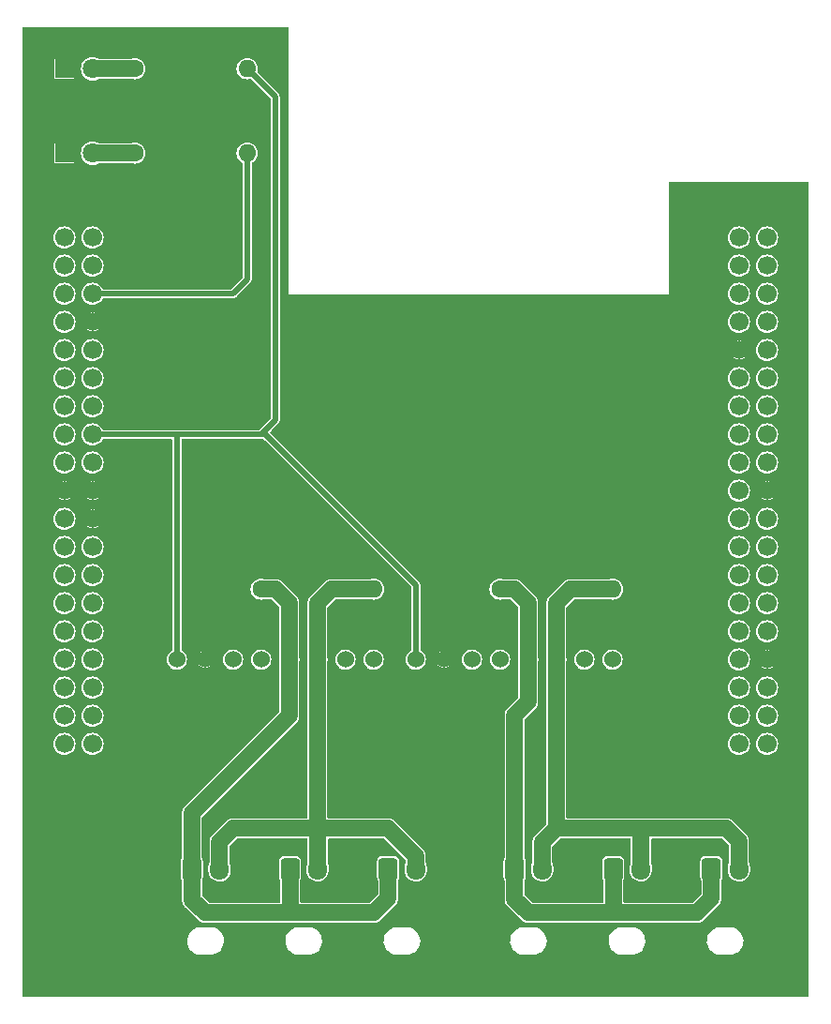
<source format=gbl>
%TF.GenerationSoftware,KiCad,Pcbnew,7.0.7*%
%TF.CreationDate,2024-06-19T04:07:58+09:00*%
%TF.ProjectId,ALTAIR_CAN_SHIELD _V1,414c5441-4952-45f4-9341-4e5f53484945,rev?*%
%TF.SameCoordinates,Original*%
%TF.FileFunction,Copper,L2,Bot*%
%TF.FilePolarity,Positive*%
%FSLAX46Y46*%
G04 Gerber Fmt 4.6, Leading zero omitted, Abs format (unit mm)*
G04 Created by KiCad (PCBNEW 7.0.7) date 2024-06-19 04:07:58*
%MOMM*%
%LPD*%
G01*
G04 APERTURE LIST*
G04 Aperture macros list*
%AMRoundRect*
0 Rectangle with rounded corners*
0 $1 Rounding radius*
0 $2 $3 $4 $5 $6 $7 $8 $9 X,Y pos of 4 corners*
0 Add a 4 corners polygon primitive as box body*
4,1,4,$2,$3,$4,$5,$6,$7,$8,$9,$2,$3,0*
0 Add four circle primitives for the rounded corners*
1,1,$1+$1,$2,$3*
1,1,$1+$1,$4,$5*
1,1,$1+$1,$6,$7*
1,1,$1+$1,$8,$9*
0 Add four rect primitives between the rounded corners*
20,1,$1+$1,$2,$3,$4,$5,0*
20,1,$1+$1,$4,$5,$6,$7,0*
20,1,$1+$1,$6,$7,$8,$9,0*
20,1,$1+$1,$8,$9,$2,$3,0*%
G04 Aperture macros list end*
%TA.AperFunction,ComponentPad*%
%ADD10RoundRect,0.250000X-0.600000X-0.725000X0.600000X-0.725000X0.600000X0.725000X-0.600000X0.725000X0*%
%TD*%
%TA.AperFunction,ComponentPad*%
%ADD11O,1.700000X1.950000*%
%TD*%
%TA.AperFunction,ComponentPad*%
%ADD12C,1.524000*%
%TD*%
%TA.AperFunction,ComponentPad*%
%ADD13C,1.600000*%
%TD*%
%TA.AperFunction,ComponentPad*%
%ADD14O,1.600000X1.600000*%
%TD*%
%TA.AperFunction,ComponentPad*%
%ADD15R,1.800000X1.800000*%
%TD*%
%TA.AperFunction,ComponentPad*%
%ADD16C,1.800000*%
%TD*%
%TA.AperFunction,ComponentPad*%
%ADD17C,1.700000*%
%TD*%
%TA.AperFunction,ViaPad*%
%ADD18C,0.600000*%
%TD*%
%TA.AperFunction,Conductor*%
%ADD19C,0.500000*%
%TD*%
%TA.AperFunction,Conductor*%
%ADD20C,1.500000*%
%TD*%
G04 APERTURE END LIST*
D10*
%TO.P,J3,1,Pin_1*%
%TO.N,CANH1*%
X176570000Y-140820000D03*
D11*
%TO.P,J3,2,Pin_2*%
%TO.N,CANL1*%
X179070000Y-140820000D03*
%TD*%
D12*
%TO.P,U2,1,VCC*%
%TO.N,+3.3V*%
X149860000Y-121920000D03*
%TO.P,U2,2,GND*%
%TO.N,GND*%
X152400000Y-121920000D03*
%TO.P,U2,3,CTX*%
%TO.N,B13(CTX)*%
X154940000Y-121920000D03*
%TO.P,U2,4,CRX*%
%TO.N,B12(CRX)*%
X157480000Y-121920000D03*
%TO.P,U2,5,CANH*%
%TO.N,CANH1*%
X160020000Y-121920000D03*
%TO.P,U2,6,CANL*%
%TO.N,CANL1*%
X162560000Y-121920000D03*
%TO.P,U2,7,S*%
%TO.N,unconnected-(U2-S-Pad7)*%
X165100000Y-121920000D03*
%TO.P,U2,8,NC*%
%TO.N,unconnected-(U2-NC-Pad8)*%
X167640000Y-121920000D03*
%TD*%
D10*
%TO.P,J2,1,Pin_1*%
%TO.N,CANH1*%
X167700000Y-140820000D03*
D11*
%TO.P,J2,2,Pin_2*%
%TO.N,CANL1*%
X170200000Y-140820000D03*
%TD*%
D13*
%TO.P,R3,1*%
%TO.N,CANH1*%
X157480000Y-115570000D03*
D14*
%TO.P,R3,2*%
%TO.N,CANL1*%
X167640000Y-115570000D03*
%TD*%
D12*
%TO.P,U3,1,VCC*%
%TO.N,+3.3V*%
X128270000Y-121920000D03*
%TO.P,U3,2,GND*%
%TO.N,GND*%
X130810000Y-121920000D03*
%TO.P,U3,3,CTX*%
%TO.N,A12(CTX)*%
X133350000Y-121920000D03*
%TO.P,U3,4,CRX*%
%TO.N,A11(CRX)*%
X135890000Y-121920000D03*
%TO.P,U3,5,CANH*%
%TO.N,CANH2*%
X138430000Y-121920000D03*
%TO.P,U3,6,CANL*%
%TO.N,CANL2*%
X140970000Y-121920000D03*
%TO.P,U3,7,S*%
%TO.N,unconnected-(U3-S-Pad7)*%
X143510000Y-121920000D03*
%TO.P,U3,8,NC*%
%TO.N,unconnected-(U3-NC-Pad8)*%
X146050000Y-121920000D03*
%TD*%
D10*
%TO.P,J4,1,Pin_1*%
%TO.N,CANH2*%
X147360000Y-140820000D03*
D11*
%TO.P,J4,2,Pin_2*%
%TO.N,CANL2*%
X149860000Y-140820000D03*
%TD*%
D13*
%TO.P,R4,1*%
%TO.N,CANH2*%
X135890000Y-115570000D03*
D14*
%TO.P,R4,2*%
%TO.N,CANL2*%
X146050000Y-115570000D03*
%TD*%
D15*
%TO.P,LED2,1,K*%
%TO.N,GND*%
X118110000Y-68580000D03*
D16*
%TO.P,LED2,2,A*%
%TO.N,Net-(LED2-A)*%
X120650000Y-68580000D03*
%TD*%
D10*
%TO.P,J5,1,Pin_1*%
%TO.N,CANH2*%
X138490000Y-140820000D03*
D11*
%TO.P,J5,2,Pin_2*%
%TO.N,CANL2*%
X140990000Y-140820000D03*
%TD*%
D10*
%TO.P,J1,1,Pin_1*%
%TO.N,CANH1*%
X158790000Y-140820000D03*
D11*
%TO.P,J1,2,Pin_2*%
%TO.N,CANL1*%
X161290000Y-140820000D03*
%TD*%
D15*
%TO.P,LED1,1,K*%
%TO.N,GND*%
X118110000Y-76200000D03*
D16*
%TO.P,LED1,2,A*%
%TO.N,Net-(LED1-A)*%
X120650000Y-76200000D03*
%TD*%
D17*
%TO.P,U1,1,RESET*%
%TO.N,unconnected-(U1-RESET-Pad1)*%
X120650000Y-99060000D03*
%TO.P,U1,2,BOOT0*%
%TO.N,unconnected-(U1-BOOT0-Pad2)*%
X118110000Y-91440000D03*
%TO.P,U1,3,IOREF*%
%TO.N,unconnected-(U1-IOREF-Pad3)*%
X120650000Y-96520000D03*
%TO.P,U1,4,AVDD*%
%TO.N,unconnected-(U1-AVDD-Pad4)*%
X179070000Y-91440000D03*
%TO.P,U1,5,VDD*%
%TO.N,unconnected-(U1-VDD-Pad5)*%
X118110000Y-88900000D03*
%TO.P,U1,6,VBAT*%
%TO.N,unconnected-(U1-VBAT-Pad6)*%
X118110000Y-124460000D03*
%TO.P,U1,7,VIN*%
%TO.N,unconnected-(U1-VIN-Pad7)*%
X120650000Y-111760000D03*
%TO.P,U1,8,U5V*%
%TO.N,+5V*%
X181610000Y-91440000D03*
%TO.P,U1,9,E5V*%
X120650000Y-88900000D03*
%TO.P,U1,10,+5V*%
X120650000Y-104140000D03*
%TO.P,U1,11,+3V3*%
%TO.N,+3.3V*%
X120650000Y-101600000D03*
%TO.P,U1,12,PA0(TIM2_CH1/TIM5_CH1/UART4_TX)*%
%TO.N,unconnected-(U1-PA0(TIM2_CH1{slash}TIM5_CH1{slash}UART4_TX)-Pad12)*%
X120650000Y-116840000D03*
%TO.P,U1,13,PA1(TIM2_CH2/TIM5CH2/UART4_RX)*%
%TO.N,unconnected-(U1-PA1(TIM2_CH2{slash}TIM5CH2{slash}UART4_RX)-Pad13)*%
X120650000Y-119380000D03*
%TO.P,U1,14,PA2(TIM2_CH3/TIM5_CH3/TIM9_CH1/USART2_TX)*%
%TO.N,unconnected-(U1-PA2(TIM2_CH3{slash}TIM5_CH3{slash}TIM9_CH1{slash}USART2_TX)-Pad14)*%
X179070000Y-127000000D03*
%TO.P,U1,15,PA3(TIM2_CH4/TIM5_CH4/TIM9_CH2/USART2_RX)*%
%TO.N,unconnected-(U1-PA3(TIM2_CH4{slash}TIM5_CH4{slash}TIM9_CH2{slash}USART2_RX)-Pad15)*%
X179070000Y-129540000D03*
%TO.P,U1,16,PA4*%
%TO.N,unconnected-(U1-PA4-Pad16)*%
X120650000Y-121920000D03*
%TO.P,U1,17,PA5(TIM2_CH1)*%
%TO.N,unconnected-(U1-PA5(TIM2_CH1)-Pad17)*%
X179070000Y-96520000D03*
%TO.P,U1,18,PA6(TIM3_CH1/TIM13_CH1)*%
%TO.N,unconnected-(U1-PA6(TIM3_CH1{slash}TIM13_CH1)-Pad18)*%
X179070000Y-99060000D03*
%TO.P,U1,19,PA7(TIM3_CH2/TIM14_CH1)*%
%TO.N,unconnected-(U1-PA7(TIM3_CH2{slash}TIM14_CH1)-Pad19)*%
X179070000Y-101600000D03*
%TO.P,U1,20,PA8(TIM1_CH1/12C3_SCL)*%
%TO.N,unconnected-(U1-PA8(TIM1_CH1{slash}12C3_SCL)-Pad20)*%
X179070000Y-111760000D03*
%TO.P,U1,21,PA9(TIM1_CH2/USART1_TX)*%
%TO.N,unconnected-(U1-PA9(TIM1_CH2{slash}USART1_TX)-Pad21)*%
X179070000Y-109220000D03*
%TO.P,U1,22,PA10(TIM1_CH3/USART1_RX)*%
%TO.N,unconnected-(U1-PA10(TIM1_CH3{slash}USART1_RX)-Pad22)*%
X179070000Y-124460000D03*
%TO.P,U1,23,PA11(TIM1_CH4/CAN1_RX)*%
%TO.N,A11(CRX)*%
X181610000Y-99060000D03*
%TO.P,U1,24,PA12(CAN1_TX)*%
%TO.N,A12(CTX)*%
X181610000Y-96520000D03*
%TO.P,U1,25,PA13(JTCK-SWDIO)*%
%TO.N,unconnected-(U1-PA13(JTCK-SWDIO)-Pad25)*%
X118110000Y-99060000D03*
%TO.P,U1,26,PA14(JTCK-SWCLK)*%
%TO.N,unconnected-(U1-PA14(JTCK-SWCLK)-Pad26)*%
X118110000Y-101600000D03*
%TO.P,U1,27,PA15(TIM2_CH1)*%
%TO.N,unconnected-(U1-PA15(TIM2_CH1)-Pad27)*%
X118110000Y-104140000D03*
%TO.P,U1,28,PD2(UART5_RX)*%
%TO.N,unconnected-(U1-PD2(UART5_RX)-Pad28)*%
X120650000Y-86360000D03*
%TO.P,U1,29,PH0*%
%TO.N,unconnected-(U1-PH0-Pad29)*%
X118110000Y-119380000D03*
%TO.P,U1,30,PH1*%
%TO.N,unconnected-(U1-PH1-Pad30)*%
X118110000Y-121920000D03*
%TO.P,U1,31,(TIM3_CH3)PB0*%
%TO.N,unconnected-(U1-(TIM3_CH3)PB0-Pad31)*%
X120650000Y-124460000D03*
%TO.P,U1,32,(TIM3_CH4)PB1*%
%TO.N,unconnected-(U1-(TIM3_CH4)PB1-Pad32)*%
X181610000Y-111760000D03*
%TO.P,U1,33,(TIM2_CH4)PB2*%
%TO.N,unconnected-(U1-(TIM2_CH4)PB2-Pad33)*%
X181610000Y-109220000D03*
%TO.P,U1,34,(TIM3_CH1/12C2_SDA)PB3*%
%TO.N,unconnected-(U1-(TIM3_CH1{slash}12C2_SDA)PB3-Pad34)*%
X179070000Y-121920000D03*
%TO.P,U1,35,(TIM3_CH1/12C3_SDA)PB4*%
%TO.N,unconnected-(U1-(TIM3_CH1{slash}12C3_SDA)PB4-Pad35)*%
X179070000Y-116840000D03*
%TO.P,U1,36,(TIM3_CH2/CAN2_RX)PB5*%
%TO.N,unconnected-(U1-(TIM3_CH2{slash}CAN2_RX)PB5-Pad36)*%
X179070000Y-119380000D03*
%TO.P,U1,37,(TIM4_CH1/12C1_SCL/USART1_TX/CAN2_TX)PB6*%
%TO.N,unconnected-(U1-(TIM4_CH1{slash}12C1_SCL{slash}USART1_TX{slash}CAN2_TX)PB6-Pad37)*%
X179070000Y-104140000D03*
%TO.P,U1,38,(TIM4_CH2/12C1_SDA/USART1_RX)PB7*%
%TO.N,unconnected-(U1-(TIM4_CH2{slash}12C1_SDA{slash}USART1_RX)PB7-Pad38)*%
X118110000Y-109220000D03*
%TO.P,U1,39,(TIM2_CH1/TIM4_CH3/TIM10_CH1/12C1_SCL/CAN1_RX)PB8*%
%TO.N,unconnected-(U1-(TIM2_CH1{slash}TIM4_CH3{slash}TIM10_CH1{slash}12C1_SCL{slash}CAN1_RX)PB8-Pad39)*%
X179070000Y-86360000D03*
%TO.P,U1,40,(TIM2_CH2/TIM4_CH4/TIM11_CH1/12C1_SDA/CAN1_TX)PB9*%
%TO.N,unconnected-(U1-(TIM2_CH2{slash}TIM4_CH4{slash}TIM11_CH1{slash}12C1_SDA{slash}CAN1_TX)PB9-Pad40)*%
X179070000Y-88900000D03*
%TO.P,U1,41,(TIM_2CH3/12C2_SCL/USART3_RX)PB10*%
%TO.N,unconnected-(U1-(TIM_2CH3{slash}12C2_SCL{slash}USART3_RX)PB10-Pad41)*%
X179070000Y-114300000D03*
%TO.P,U1,42,(CAN2_RX)PB12*%
%TO.N,B12(CRX)*%
X181610000Y-101600000D03*
%TO.P,U1,43,(CAN2_TX)PB13*%
%TO.N,B13(CTX)*%
X181610000Y-119380000D03*
%TO.P,U1,44,(TIM12_CH1)PB14*%
%TO.N,unconnected-(U1-(TIM12_CH1)PB14-Pad44)*%
X181610000Y-116840000D03*
%TO.P,U1,45,(TIM12_CH2)PB15*%
%TO.N,unconnected-(U1-(TIM12_CH2)PB15-Pad45)*%
X181610000Y-114300000D03*
%TO.P,U1,46,PC0(PB9)*%
%TO.N,Net-(U1-PC0(PB9))*%
X120650000Y-129540000D03*
%TO.P,U1,47,PC1(PB9)*%
%TO.N,Net-(U1-PC1(PB9))*%
X120650000Y-127000000D03*
%TO.P,U1,48,PC2*%
%TO.N,Net-(U1-PC2)*%
X118110000Y-127000000D03*
%TO.P,U1,49,PC3*%
%TO.N,Net-(U1-PC3)*%
X118110000Y-129540000D03*
%TO.P,U1,50,PC4*%
%TO.N,unconnected-(U1-PC4-Pad50)*%
X181610000Y-124460000D03*
%TO.P,U1,51,(USART3_RX)PC5*%
%TO.N,unconnected-(U1-(USART3_RX)PC5-Pad51)*%
X181610000Y-88900000D03*
%TO.P,U1,52,(TIM3_CH1/TIM8_CH1/USART6_TX)PC6*%
%TO.N,unconnected-(U1-(TIM3_CH1{slash}TIM8_CH1{slash}USART6_TX)PC6-Pad52)*%
X181610000Y-86360000D03*
%TO.P,U1,53,(TIM3_CH2/TIM8_CH2/USART6_RX)PC7*%
%TO.N,unconnected-(U1-(TIM3_CH2{slash}TIM8_CH2{slash}USART6_RX)PC7-Pad53)*%
X179070000Y-106680000D03*
%TO.P,U1,54,(TIM3_CH3/TIM8_CH3)PC8*%
%TO.N,unconnected-(U1-(TIM3_CH3{slash}TIM8_CH3)PC8-Pad54)*%
X181610000Y-83820000D03*
%TO.P,U1,55,(TIM3_CH4/TIM8_CH4/12C3_SDA)PC9*%
%TO.N,unconnected-(U1-(TIM3_CH4{slash}TIM8_CH4{slash}12C3_SDA)PC9-Pad55)*%
X179070000Y-83820000D03*
%TO.P,U1,56,(USART3_TX/UART4_TX)PC10*%
%TO.N,unconnected-(U1-(USART3_TX{slash}UART4_TX)PC10-Pad56)*%
X118110000Y-83820000D03*
%TO.P,U1,57,(USART3_RX/UART4_RX)PC11*%
%TO.N,unconnected-(U1-(USART3_RX{slash}UART4_RX)PC11-Pad57)*%
X120650000Y-83820000D03*
%TO.P,U1,58,(12C2_SDA/UART5_TX)PC12*%
%TO.N,unconnected-(U1-(12C2_SDA{slash}UART5_TX)PC12-Pad58)*%
X118110000Y-86360000D03*
%TO.P,U1,59,PC13*%
%TO.N,unconnected-(U1-PC13-Pad59)*%
X118110000Y-111760000D03*
%TO.P,U1,60,PC14*%
%TO.N,unconnected-(U1-PC14-Pad60)*%
X118110000Y-114300000D03*
%TO.P,U1,61,PC15*%
%TO.N,unconnected-(U1-PC15-Pad61)*%
X118110000Y-116840000D03*
%TO.P,U1,62,GND*%
%TO.N,GND*%
X118110000Y-106680000D03*
X120650000Y-91440000D03*
X120650000Y-106680000D03*
X120650000Y-109220000D03*
X179070000Y-93980000D03*
X181610000Y-106680000D03*
X181610000Y-121920000D03*
%TO.P,U1,63*%
%TO.N,N/C*%
X118110000Y-96520000D03*
%TO.P,U1,64*%
X120650000Y-93980000D03*
%TO.P,U1,65*%
X118110000Y-93980000D03*
%TO.P,U1,66*%
X120650000Y-114300000D03*
%TO.P,U1,67*%
X181610000Y-93980000D03*
%TO.P,U1,68*%
X181610000Y-104140000D03*
%TO.P,U1,69*%
X181610000Y-127000000D03*
%TO.P,U1,70*%
X181610000Y-129540000D03*
%TD*%
D13*
%TO.P,R2,1*%
%TO.N,Net-(LED2-A)*%
X124460000Y-68580000D03*
D14*
%TO.P,R2,2*%
%TO.N,+3.3V*%
X134620000Y-68580000D03*
%TD*%
D13*
%TO.P,R1,1*%
%TO.N,Net-(LED1-A)*%
X124460000Y-76200000D03*
D14*
%TO.P,R1,2*%
%TO.N,+5V*%
X134620000Y-76200000D03*
%TD*%
D10*
%TO.P,J6,1,Pin_1*%
%TO.N,CANH2*%
X129620000Y-140820000D03*
D11*
%TO.P,J6,2,Pin_2*%
%TO.N,CANL2*%
X132120000Y-140820000D03*
%TD*%
D18*
%TO.N,GND*%
X122555000Y-109220000D03*
X130810000Y-120015000D03*
X152400000Y-123825000D03*
X130810000Y-123825000D03*
X115824000Y-76200000D03*
X152400000Y-120015000D03*
X115824000Y-68326000D03*
X177165000Y-93980000D03*
X183515000Y-121920000D03*
X183515000Y-106680000D03*
X122555000Y-91440000D03*
%TD*%
D19*
%TO.N,+3.3V*%
X135890000Y-101600000D02*
X137160000Y-100330000D01*
X137160000Y-100330000D02*
X137160000Y-71120000D01*
X120650000Y-101600000D02*
X128270000Y-101600000D01*
X128270000Y-101600000D02*
X135890000Y-101600000D01*
X136266711Y-101600000D02*
X149860000Y-115193289D01*
X128270000Y-121920000D02*
X128270000Y-101600000D01*
X149860000Y-115193289D02*
X149860000Y-121920000D01*
X135890000Y-101600000D02*
X136266711Y-101600000D01*
X137160000Y-71120000D02*
X134620000Y-68580000D01*
D20*
%TO.N,CANH1*%
X167640000Y-144780000D02*
X175260000Y-144780000D01*
X158790000Y-143550000D02*
X160020000Y-144780000D01*
X160020000Y-116840000D02*
X160020000Y-121920000D01*
X158790000Y-126960000D02*
X160020000Y-125730000D01*
X167700000Y-140820000D02*
X167700000Y-144720000D01*
X175260000Y-144780000D02*
X176570000Y-143470000D01*
X158750000Y-115570000D02*
X160020000Y-116840000D01*
X167700000Y-144720000D02*
X167640000Y-144780000D01*
X158790000Y-140820000D02*
X158790000Y-143550000D01*
X157480000Y-115570000D02*
X158750000Y-115570000D01*
X158790000Y-140820000D02*
X158790000Y-126960000D01*
X160020000Y-144780000D02*
X167640000Y-144780000D01*
X176570000Y-143470000D02*
X176570000Y-140820000D01*
X160020000Y-125730000D02*
X160020000Y-121920000D01*
%TO.N,CANL1*%
X161290000Y-140820000D02*
X161290000Y-138430000D01*
X170200000Y-140820000D02*
X170200000Y-137180000D01*
X162560000Y-121920000D02*
X162560000Y-116840000D01*
X162560000Y-137160000D02*
X170180000Y-137160000D01*
X162560000Y-121920000D02*
X162560000Y-137160000D01*
X161290000Y-138430000D02*
X162560000Y-137160000D01*
X162560000Y-116840000D02*
X163830000Y-115570000D01*
X179070000Y-138345000D02*
X179070000Y-140820000D01*
X170180000Y-137160000D02*
X177885000Y-137160000D01*
X177885000Y-137160000D02*
X179070000Y-138345000D01*
X163830000Y-115570000D02*
X167640000Y-115570000D01*
X170200000Y-137180000D02*
X170180000Y-137160000D01*
%TO.N,CANH2*%
X138430000Y-116840000D02*
X137160000Y-115570000D01*
X138490000Y-140820000D02*
X138490000Y-144720000D01*
X138430000Y-144780000D02*
X146050000Y-144780000D01*
X138430000Y-127000000D02*
X138430000Y-121920000D01*
X129641573Y-140841573D02*
X129641573Y-143611573D01*
X138490000Y-144720000D02*
X138430000Y-144780000D01*
X146050000Y-144780000D02*
X147360000Y-143470000D01*
X137160000Y-115570000D02*
X135890000Y-115570000D01*
X138430000Y-121920000D02*
X138430000Y-116840000D01*
X129641573Y-143611573D02*
X130810000Y-144780000D01*
X147360000Y-143470000D02*
X147360000Y-140820000D01*
X129620000Y-135810000D02*
X138430000Y-127000000D01*
X129620000Y-140820000D02*
X129620000Y-135810000D01*
X129620000Y-140820000D02*
X129641573Y-140841573D01*
X130810000Y-144780000D02*
X138430000Y-144780000D01*
%TO.N,CANL2*%
X147320000Y-137160000D02*
X149860000Y-139700000D01*
X132120000Y-138390000D02*
X133350000Y-137160000D01*
X140990000Y-140820000D02*
X140990000Y-137180000D01*
X140970000Y-116840000D02*
X142240000Y-115570000D01*
X132120000Y-140820000D02*
X132120000Y-138390000D01*
X140970000Y-137160000D02*
X147320000Y-137160000D01*
X140970000Y-121920000D02*
X140970000Y-116840000D01*
X142240000Y-115570000D02*
X146050000Y-115570000D01*
X149860000Y-139700000D02*
X149860000Y-140820000D01*
X133350000Y-137160000D02*
X140970000Y-137160000D01*
X140970000Y-137160000D02*
X140990000Y-137180000D01*
X140970000Y-121920000D02*
X140970000Y-137160000D01*
%TO.N,Net-(LED2-A)*%
X120650000Y-68580000D02*
X124460000Y-68580000D01*
%TO.N,Net-(LED1-A)*%
X120650000Y-76200000D02*
X124460000Y-76200000D01*
D19*
%TO.N,+5V*%
X134620000Y-87630000D02*
X134620000Y-76200000D01*
X133350000Y-88900000D02*
X134620000Y-87630000D01*
X120650000Y-88900000D02*
X133350000Y-88900000D01*
%TD*%
%TA.AperFunction,Conductor*%
%TO.N,GND*%
G36*
X138347539Y-64815185D02*
G01*
X138393294Y-64867989D01*
X138404500Y-64919500D01*
X138404500Y-88870264D01*
X138402398Y-88880832D01*
X138402399Y-88900000D01*
X138404500Y-88905073D01*
X138410482Y-88919516D01*
X138410483Y-88919517D01*
X138430000Y-88927601D01*
X138449177Y-88927601D01*
X138459739Y-88925500D01*
X165094928Y-88925500D01*
X172690261Y-88925500D01*
X172700823Y-88927601D01*
X172720000Y-88927601D01*
X172739517Y-88919517D01*
X172745500Y-88905072D01*
X172747601Y-88900000D01*
X178062247Y-88900000D01*
X178081610Y-89096599D01*
X178081610Y-89096601D01*
X178081611Y-89096603D01*
X178138958Y-89285650D01*
X178156572Y-89318603D01*
X178232086Y-89459881D01*
X178357410Y-89612589D01*
X178510118Y-89737913D01*
X178510122Y-89737916D01*
X178684350Y-89831042D01*
X178873397Y-89888389D01*
X179070000Y-89907753D01*
X179266603Y-89888389D01*
X179455650Y-89831042D01*
X179629878Y-89737916D01*
X179782589Y-89612589D01*
X179907916Y-89459878D01*
X180001042Y-89285650D01*
X180058389Y-89096603D01*
X180077753Y-88900000D01*
X180602247Y-88900000D01*
X180621610Y-89096599D01*
X180621610Y-89096601D01*
X180621611Y-89096603D01*
X180678958Y-89285650D01*
X180696572Y-89318603D01*
X180772086Y-89459881D01*
X180897410Y-89612589D01*
X181050118Y-89737913D01*
X181050122Y-89737916D01*
X181224350Y-89831042D01*
X181413397Y-89888389D01*
X181610000Y-89907753D01*
X181806603Y-89888389D01*
X181995650Y-89831042D01*
X182169878Y-89737916D01*
X182322589Y-89612589D01*
X182447916Y-89459878D01*
X182541042Y-89285650D01*
X182598389Y-89096603D01*
X182617753Y-88900000D01*
X182598389Y-88703397D01*
X182541042Y-88514350D01*
X182447916Y-88340122D01*
X182447913Y-88340118D01*
X182322589Y-88187410D01*
X182169881Y-88062086D01*
X182169879Y-88062085D01*
X182169878Y-88062084D01*
X181995650Y-87968958D01*
X181806603Y-87911611D01*
X181806601Y-87911610D01*
X181806599Y-87911610D01*
X181610000Y-87892247D01*
X181413400Y-87911610D01*
X181224350Y-87968958D01*
X181050118Y-88062086D01*
X180897410Y-88187410D01*
X180772086Y-88340118D01*
X180678958Y-88514350D01*
X180621610Y-88703400D01*
X180602247Y-88900000D01*
X180077753Y-88900000D01*
X180058389Y-88703397D01*
X180001042Y-88514350D01*
X179907916Y-88340122D01*
X179907913Y-88340118D01*
X179782589Y-88187410D01*
X179629881Y-88062086D01*
X179629879Y-88062085D01*
X179629878Y-88062084D01*
X179455650Y-87968958D01*
X179266603Y-87911611D01*
X179266601Y-87911610D01*
X179266599Y-87911610D01*
X179070000Y-87892247D01*
X178873400Y-87911610D01*
X178684350Y-87968958D01*
X178510118Y-88062086D01*
X178357410Y-88187410D01*
X178232086Y-88340118D01*
X178138958Y-88514350D01*
X178081610Y-88703400D01*
X178062247Y-88900000D01*
X172747601Y-88900000D01*
X172747600Y-88899997D01*
X172747601Y-88880832D01*
X172745500Y-88870264D01*
X172745500Y-86360000D01*
X178062247Y-86360000D01*
X178081610Y-86556599D01*
X178081610Y-86556601D01*
X178081611Y-86556603D01*
X178138958Y-86745650D01*
X178232084Y-86919878D01*
X178232086Y-86919881D01*
X178357410Y-87072589D01*
X178510118Y-87197913D01*
X178510122Y-87197916D01*
X178684350Y-87291042D01*
X178873397Y-87348389D01*
X179070000Y-87367753D01*
X179266603Y-87348389D01*
X179455650Y-87291042D01*
X179629878Y-87197916D01*
X179782589Y-87072589D01*
X179907916Y-86919878D01*
X180001042Y-86745650D01*
X180058389Y-86556603D01*
X180077753Y-86360000D01*
X180602247Y-86360000D01*
X180621610Y-86556599D01*
X180621610Y-86556601D01*
X180621611Y-86556603D01*
X180678958Y-86745650D01*
X180772084Y-86919878D01*
X180772086Y-86919881D01*
X180897410Y-87072589D01*
X181050118Y-87197913D01*
X181050122Y-87197916D01*
X181224350Y-87291042D01*
X181413397Y-87348389D01*
X181610000Y-87367753D01*
X181806603Y-87348389D01*
X181995650Y-87291042D01*
X182169878Y-87197916D01*
X182322589Y-87072589D01*
X182447916Y-86919878D01*
X182541042Y-86745650D01*
X182598389Y-86556603D01*
X182617753Y-86360000D01*
X182598389Y-86163397D01*
X182541042Y-85974350D01*
X182447916Y-85800122D01*
X182447913Y-85800118D01*
X182322589Y-85647410D01*
X182169881Y-85522086D01*
X182169879Y-85522085D01*
X182169878Y-85522084D01*
X181995650Y-85428958D01*
X181806603Y-85371611D01*
X181806601Y-85371610D01*
X181806599Y-85371610D01*
X181610000Y-85352247D01*
X181413400Y-85371610D01*
X181224350Y-85428958D01*
X181050118Y-85522086D01*
X180897410Y-85647410D01*
X180772086Y-85800118D01*
X180678958Y-85974350D01*
X180621610Y-86163400D01*
X180602247Y-86360000D01*
X180077753Y-86360000D01*
X180058389Y-86163397D01*
X180001042Y-85974350D01*
X179907916Y-85800122D01*
X179907913Y-85800118D01*
X179782589Y-85647410D01*
X179629881Y-85522086D01*
X179629879Y-85522085D01*
X179629878Y-85522084D01*
X179455650Y-85428958D01*
X179266603Y-85371611D01*
X179266601Y-85371610D01*
X179266599Y-85371610D01*
X179070000Y-85352247D01*
X178873400Y-85371610D01*
X178684350Y-85428958D01*
X178510118Y-85522086D01*
X178357410Y-85647410D01*
X178232086Y-85800118D01*
X178138958Y-85974350D01*
X178081610Y-86163400D01*
X178062247Y-86360000D01*
X172745500Y-86360000D01*
X172745500Y-83820000D01*
X178062247Y-83820000D01*
X178081610Y-84016599D01*
X178081610Y-84016601D01*
X178081611Y-84016603D01*
X178138958Y-84205650D01*
X178232084Y-84379878D01*
X178232086Y-84379881D01*
X178357410Y-84532589D01*
X178510118Y-84657913D01*
X178510122Y-84657916D01*
X178684350Y-84751042D01*
X178873397Y-84808389D01*
X179070000Y-84827753D01*
X179266603Y-84808389D01*
X179455650Y-84751042D01*
X179629878Y-84657916D01*
X179782589Y-84532589D01*
X179907916Y-84379878D01*
X180001042Y-84205650D01*
X180058389Y-84016603D01*
X180077753Y-83820000D01*
X180602247Y-83820000D01*
X180621610Y-84016599D01*
X180621610Y-84016601D01*
X180621611Y-84016603D01*
X180678958Y-84205650D01*
X180772084Y-84379878D01*
X180772086Y-84379881D01*
X180897410Y-84532589D01*
X181050118Y-84657913D01*
X181050122Y-84657916D01*
X181224350Y-84751042D01*
X181413397Y-84808389D01*
X181610000Y-84827753D01*
X181806603Y-84808389D01*
X181995650Y-84751042D01*
X182169878Y-84657916D01*
X182322589Y-84532589D01*
X182447916Y-84379878D01*
X182541042Y-84205650D01*
X182598389Y-84016603D01*
X182617753Y-83820000D01*
X182598389Y-83623397D01*
X182541042Y-83434350D01*
X182447916Y-83260122D01*
X182447913Y-83260118D01*
X182322589Y-83107410D01*
X182169881Y-82982086D01*
X182169879Y-82982085D01*
X182169878Y-82982084D01*
X181995650Y-82888958D01*
X181806603Y-82831611D01*
X181806601Y-82831610D01*
X181806599Y-82831610D01*
X181610000Y-82812247D01*
X181413400Y-82831610D01*
X181224350Y-82888958D01*
X181050118Y-82982086D01*
X180897410Y-83107410D01*
X180772086Y-83260118D01*
X180678958Y-83434350D01*
X180621610Y-83623400D01*
X180602247Y-83820000D01*
X180077753Y-83820000D01*
X180058389Y-83623397D01*
X180001042Y-83434350D01*
X179907916Y-83260122D01*
X179907913Y-83260118D01*
X179782589Y-83107410D01*
X179629881Y-82982086D01*
X179629879Y-82982085D01*
X179629878Y-82982084D01*
X179455650Y-82888958D01*
X179266603Y-82831611D01*
X179266601Y-82831610D01*
X179266599Y-82831610D01*
X179070000Y-82812247D01*
X178873400Y-82831610D01*
X178684350Y-82888958D01*
X178510118Y-82982086D01*
X178357410Y-83107410D01*
X178232086Y-83260118D01*
X178138958Y-83434350D01*
X178081610Y-83623400D01*
X178062247Y-83820000D01*
X172745500Y-83820000D01*
X172745500Y-78889500D01*
X172765185Y-78822461D01*
X172817989Y-78776706D01*
X172869500Y-78765500D01*
X185270500Y-78765500D01*
X185337539Y-78785185D01*
X185383294Y-78837989D01*
X185394500Y-78889500D01*
X185394500Y-152250500D01*
X185374815Y-152317539D01*
X185322011Y-152363294D01*
X185270500Y-152374500D01*
X114449500Y-152374500D01*
X114382461Y-152354815D01*
X114336706Y-152302011D01*
X114325500Y-152250500D01*
X114325500Y-147376330D01*
X129215710Y-147376330D01*
X129245925Y-147599387D01*
X129245926Y-147599390D01*
X129315483Y-147813465D01*
X129422146Y-148011678D01*
X129422148Y-148011681D01*
X129562489Y-148187663D01*
X129562491Y-148187664D01*
X129562492Y-148187666D01*
X129732004Y-148335765D01*
X129925236Y-148451215D01*
X130135976Y-148530306D01*
X130135976Y-148530307D01*
X130357450Y-148570500D01*
X130357453Y-148570500D01*
X131326148Y-148570500D01*
X131326155Y-148570500D01*
X131494188Y-148555377D01*
X131494192Y-148555376D01*
X131711160Y-148495496D01*
X131711162Y-148495495D01*
X131711170Y-148495493D01*
X131913973Y-148397829D01*
X132096078Y-148265522D01*
X132251632Y-148102825D01*
X132375635Y-147914968D01*
X132464103Y-147707988D01*
X132514191Y-147488537D01*
X132519230Y-147376330D01*
X138085710Y-147376330D01*
X138115925Y-147599387D01*
X138115926Y-147599390D01*
X138185483Y-147813465D01*
X138292146Y-148011678D01*
X138292148Y-148011681D01*
X138432489Y-148187663D01*
X138432491Y-148187664D01*
X138432492Y-148187666D01*
X138602004Y-148335765D01*
X138795236Y-148451215D01*
X139005976Y-148530307D01*
X139227450Y-148570500D01*
X139227453Y-148570500D01*
X140196148Y-148570500D01*
X140196155Y-148570500D01*
X140364188Y-148555377D01*
X140364192Y-148555376D01*
X140581160Y-148495496D01*
X140581162Y-148495495D01*
X140581170Y-148495493D01*
X140783973Y-148397829D01*
X140966078Y-148265522D01*
X141121632Y-148102825D01*
X141245635Y-147914968D01*
X141334103Y-147707988D01*
X141384191Y-147488537D01*
X141389230Y-147376330D01*
X146955710Y-147376330D01*
X146985925Y-147599387D01*
X146985926Y-147599390D01*
X147055483Y-147813465D01*
X147162146Y-148011678D01*
X147162148Y-148011681D01*
X147302489Y-148187663D01*
X147302491Y-148187664D01*
X147302492Y-148187666D01*
X147472004Y-148335765D01*
X147665236Y-148451215D01*
X147875976Y-148530306D01*
X147875976Y-148530307D01*
X148097450Y-148570500D01*
X148097453Y-148570500D01*
X149066148Y-148570500D01*
X149066155Y-148570500D01*
X149234188Y-148555377D01*
X149234192Y-148555376D01*
X149451160Y-148495496D01*
X149451162Y-148495495D01*
X149451170Y-148495493D01*
X149653973Y-148397829D01*
X149836078Y-148265522D01*
X149991632Y-148102825D01*
X150115635Y-147914968D01*
X150204103Y-147707988D01*
X150254191Y-147488537D01*
X150259230Y-147376330D01*
X158385710Y-147376330D01*
X158415925Y-147599387D01*
X158415926Y-147599390D01*
X158485483Y-147813465D01*
X158592146Y-148011678D01*
X158592148Y-148011681D01*
X158732489Y-148187663D01*
X158732491Y-148187664D01*
X158732492Y-148187666D01*
X158902004Y-148335765D01*
X159095236Y-148451215D01*
X159305976Y-148530307D01*
X159527450Y-148570500D01*
X159527453Y-148570500D01*
X160496148Y-148570500D01*
X160496155Y-148570500D01*
X160664188Y-148555377D01*
X160664192Y-148555376D01*
X160881160Y-148495496D01*
X160881162Y-148495495D01*
X160881170Y-148495493D01*
X161083973Y-148397829D01*
X161266078Y-148265522D01*
X161421632Y-148102825D01*
X161545635Y-147914968D01*
X161634103Y-147707988D01*
X161684191Y-147488537D01*
X161689230Y-147376330D01*
X167295710Y-147376330D01*
X167325925Y-147599387D01*
X167325926Y-147599390D01*
X167395483Y-147813465D01*
X167502146Y-148011678D01*
X167502148Y-148011681D01*
X167642489Y-148187663D01*
X167642491Y-148187664D01*
X167642492Y-148187666D01*
X167812004Y-148335765D01*
X168005236Y-148451215D01*
X168215976Y-148530306D01*
X168215976Y-148530307D01*
X168437450Y-148570500D01*
X168437453Y-148570500D01*
X169406148Y-148570500D01*
X169406155Y-148570500D01*
X169574188Y-148555377D01*
X169574192Y-148555376D01*
X169791160Y-148495496D01*
X169791162Y-148495495D01*
X169791170Y-148495493D01*
X169993973Y-148397829D01*
X170176078Y-148265522D01*
X170331632Y-148102825D01*
X170455635Y-147914968D01*
X170544103Y-147707988D01*
X170594191Y-147488537D01*
X170599230Y-147376330D01*
X176165710Y-147376330D01*
X176195925Y-147599387D01*
X176195926Y-147599390D01*
X176265483Y-147813465D01*
X176372146Y-148011678D01*
X176372148Y-148011681D01*
X176512489Y-148187663D01*
X176512491Y-148187664D01*
X176512492Y-148187666D01*
X176682004Y-148335765D01*
X176875236Y-148451215D01*
X177085976Y-148530307D01*
X177307450Y-148570500D01*
X177307453Y-148570500D01*
X178276148Y-148570500D01*
X178276155Y-148570500D01*
X178444188Y-148555377D01*
X178444192Y-148555376D01*
X178661160Y-148495496D01*
X178661162Y-148495495D01*
X178661170Y-148495493D01*
X178863973Y-148397829D01*
X179046078Y-148265522D01*
X179201632Y-148102825D01*
X179325635Y-147914968D01*
X179414103Y-147707988D01*
X179464191Y-147488537D01*
X179474290Y-147263670D01*
X179444075Y-147040613D01*
X179374517Y-146826536D01*
X179267852Y-146628319D01*
X179127508Y-146452334D01*
X178957996Y-146304235D01*
X178764764Y-146188785D01*
X178646775Y-146144503D01*
X178554023Y-146109692D01*
X178332550Y-146069500D01*
X178332547Y-146069500D01*
X177363845Y-146069500D01*
X177325399Y-146072960D01*
X177195813Y-146084622D01*
X177195807Y-146084623D01*
X176978839Y-146144503D01*
X176978826Y-146144508D01*
X176776033Y-146242167D01*
X176776025Y-146242171D01*
X176593927Y-146374473D01*
X176593925Y-146374474D01*
X176438366Y-146537176D01*
X176314363Y-146725033D01*
X176225899Y-146932004D01*
X176225895Y-146932017D01*
X176175810Y-147151457D01*
X176175808Y-147151468D01*
X176170769Y-147263674D01*
X176165710Y-147376330D01*
X170599230Y-147376330D01*
X170604290Y-147263670D01*
X170574075Y-147040613D01*
X170504517Y-146826536D01*
X170397852Y-146628319D01*
X170257508Y-146452334D01*
X170087996Y-146304235D01*
X169894764Y-146188785D01*
X169776775Y-146144503D01*
X169684023Y-146109692D01*
X169462550Y-146069500D01*
X169462547Y-146069500D01*
X168493845Y-146069500D01*
X168455399Y-146072960D01*
X168325813Y-146084622D01*
X168325807Y-146084623D01*
X168108839Y-146144503D01*
X168108826Y-146144508D01*
X167906033Y-146242167D01*
X167906025Y-146242171D01*
X167723927Y-146374473D01*
X167723925Y-146374474D01*
X167568366Y-146537176D01*
X167444363Y-146725033D01*
X167355899Y-146932004D01*
X167355895Y-146932017D01*
X167305810Y-147151457D01*
X167305808Y-147151468D01*
X167300769Y-147263674D01*
X167295710Y-147376330D01*
X161689230Y-147376330D01*
X161694290Y-147263670D01*
X161664075Y-147040613D01*
X161594517Y-146826536D01*
X161487852Y-146628319D01*
X161347508Y-146452334D01*
X161177996Y-146304235D01*
X160984764Y-146188785D01*
X160866775Y-146144503D01*
X160774023Y-146109692D01*
X160552550Y-146069500D01*
X160552547Y-146069500D01*
X159583845Y-146069500D01*
X159545399Y-146072960D01*
X159415813Y-146084622D01*
X159415807Y-146084623D01*
X159198839Y-146144503D01*
X159198826Y-146144508D01*
X158996033Y-146242167D01*
X158996025Y-146242171D01*
X158813927Y-146374473D01*
X158813925Y-146374474D01*
X158658366Y-146537176D01*
X158534363Y-146725033D01*
X158445899Y-146932004D01*
X158445895Y-146932017D01*
X158395810Y-147151457D01*
X158395808Y-147151468D01*
X158390769Y-147263674D01*
X158385710Y-147376330D01*
X150259230Y-147376330D01*
X150264290Y-147263670D01*
X150234075Y-147040613D01*
X150164517Y-146826536D01*
X150057852Y-146628319D01*
X149917508Y-146452334D01*
X149747996Y-146304235D01*
X149554764Y-146188785D01*
X149436775Y-146144503D01*
X149344023Y-146109692D01*
X149122550Y-146069500D01*
X149122547Y-146069500D01*
X148153845Y-146069500D01*
X148115399Y-146072960D01*
X147985813Y-146084622D01*
X147985807Y-146084623D01*
X147768839Y-146144503D01*
X147768826Y-146144508D01*
X147566033Y-146242167D01*
X147566025Y-146242171D01*
X147383927Y-146374473D01*
X147383925Y-146374474D01*
X147228366Y-146537176D01*
X147104363Y-146725033D01*
X147015899Y-146932004D01*
X147015895Y-146932017D01*
X146965810Y-147151457D01*
X146965808Y-147151468D01*
X146960769Y-147263674D01*
X146955710Y-147376330D01*
X141389230Y-147376330D01*
X141394290Y-147263670D01*
X141364075Y-147040613D01*
X141294517Y-146826536D01*
X141187852Y-146628319D01*
X141047508Y-146452334D01*
X140877996Y-146304235D01*
X140684764Y-146188785D01*
X140566775Y-146144503D01*
X140474023Y-146109692D01*
X140252550Y-146069500D01*
X140252547Y-146069500D01*
X139283845Y-146069500D01*
X139245399Y-146072960D01*
X139115813Y-146084622D01*
X139115807Y-146084623D01*
X138898839Y-146144503D01*
X138898826Y-146144508D01*
X138696033Y-146242167D01*
X138696025Y-146242171D01*
X138513927Y-146374473D01*
X138513925Y-146374474D01*
X138358366Y-146537176D01*
X138234363Y-146725033D01*
X138145899Y-146932004D01*
X138145895Y-146932017D01*
X138095810Y-147151457D01*
X138095808Y-147151468D01*
X138090769Y-147263674D01*
X138085710Y-147376330D01*
X132519230Y-147376330D01*
X132524290Y-147263670D01*
X132494075Y-147040613D01*
X132424517Y-146826536D01*
X132317852Y-146628319D01*
X132177508Y-146452334D01*
X132007996Y-146304235D01*
X131814764Y-146188785D01*
X131696775Y-146144503D01*
X131604023Y-146109692D01*
X131382550Y-146069500D01*
X131382547Y-146069500D01*
X130413845Y-146069500D01*
X130375399Y-146072960D01*
X130245813Y-146084622D01*
X130245807Y-146084623D01*
X130028839Y-146144503D01*
X130028826Y-146144508D01*
X129826033Y-146242167D01*
X129826025Y-146242171D01*
X129643927Y-146374473D01*
X129643925Y-146374474D01*
X129488366Y-146537176D01*
X129364363Y-146725033D01*
X129275899Y-146932004D01*
X129275895Y-146932017D01*
X129225810Y-147151457D01*
X129225808Y-147151468D01*
X129220769Y-147263674D01*
X129215710Y-147376330D01*
X114325500Y-147376330D01*
X114325500Y-141576713D01*
X128617100Y-141576713D01*
X128632041Y-141671050D01*
X128632042Y-141671053D01*
X128632043Y-141671055D01*
X128689984Y-141784771D01*
X128702353Y-141797140D01*
X128735839Y-141858461D01*
X128738673Y-141884822D01*
X128738673Y-143530757D01*
X128737146Y-143550156D01*
X128734944Y-143564058D01*
X128738588Y-143633592D01*
X128738673Y-143636837D01*
X128738673Y-143658888D01*
X128739653Y-143668219D01*
X128740977Y-143680820D01*
X128741231Y-143684052D01*
X128744876Y-143753595D01*
X128748521Y-143767196D01*
X128752066Y-143786323D01*
X128753538Y-143800329D01*
X128753538Y-143800330D01*
X128775054Y-143866547D01*
X128775975Y-143869658D01*
X128793999Y-143936922D01*
X128794000Y-143936924D01*
X128800393Y-143949472D01*
X128807836Y-143967440D01*
X128812190Y-143980838D01*
X128812190Y-143980839D01*
X128847004Y-144041138D01*
X128848553Y-144043991D01*
X128880165Y-144106036D01*
X128889029Y-144116982D01*
X128900043Y-144133007D01*
X128907084Y-144145201D01*
X128907086Y-144145204D01*
X128907088Y-144145207D01*
X128930968Y-144171728D01*
X128953680Y-144196952D01*
X128955789Y-144199421D01*
X128969668Y-144216561D01*
X128985256Y-144232149D01*
X128987491Y-144234504D01*
X129034084Y-144286252D01*
X129034087Y-144286254D01*
X129045480Y-144294531D01*
X129060275Y-144307168D01*
X130114403Y-145361296D01*
X130127038Y-145376089D01*
X130135317Y-145387484D01*
X130135319Y-145387486D01*
X130187067Y-145434080D01*
X130189414Y-145436307D01*
X130205010Y-145451903D01*
X130221020Y-145464867D01*
X130222131Y-145465767D01*
X130224600Y-145467875D01*
X130276362Y-145514482D01*
X130276363Y-145514482D01*
X130276366Y-145514485D01*
X130288562Y-145521526D01*
X130304594Y-145532545D01*
X130315535Y-145541405D01*
X130315537Y-145541407D01*
X130377571Y-145573014D01*
X130380424Y-145574563D01*
X130403951Y-145588146D01*
X130440735Y-145609383D01*
X130454127Y-145613734D01*
X130472094Y-145621175D01*
X130484647Y-145627572D01*
X130551895Y-145645590D01*
X130554993Y-145646507D01*
X130621243Y-145668034D01*
X130635254Y-145669506D01*
X130654380Y-145673052D01*
X130664066Y-145675647D01*
X130667977Y-145676695D01*
X130737523Y-145680339D01*
X130740730Y-145680592D01*
X130762685Y-145682900D01*
X130784743Y-145682900D01*
X130787986Y-145682984D01*
X130857514Y-145686629D01*
X130871416Y-145684427D01*
X130890816Y-145682900D01*
X138349184Y-145682900D01*
X138368583Y-145684427D01*
X138382486Y-145686629D01*
X138452019Y-145682984D01*
X138455264Y-145682900D01*
X145969184Y-145682900D01*
X145988583Y-145684427D01*
X146002486Y-145686629D01*
X146072019Y-145682984D01*
X146075264Y-145682900D01*
X146097314Y-145682900D01*
X146097315Y-145682900D01*
X146119264Y-145680592D01*
X146122461Y-145680340D01*
X146192023Y-145676696D01*
X146205626Y-145673050D01*
X146224752Y-145669505D01*
X146238757Y-145668034D01*
X146305021Y-145646502D01*
X146308050Y-145645604D01*
X146375353Y-145627572D01*
X146387903Y-145621176D01*
X146405879Y-145613732D01*
X146405885Y-145613730D01*
X146419265Y-145609383D01*
X146479576Y-145574561D01*
X146482380Y-145573037D01*
X146544464Y-145541406D01*
X146555407Y-145532543D01*
X146571448Y-145521520D01*
X146583634Y-145514485D01*
X146635431Y-145467844D01*
X146637820Y-145465805D01*
X146654990Y-145451903D01*
X146670603Y-145436288D01*
X146672932Y-145434080D01*
X146724681Y-145387486D01*
X146732961Y-145376088D01*
X146745592Y-145361300D01*
X147941306Y-144165586D01*
X147956096Y-144152955D01*
X147967486Y-144144681D01*
X147967489Y-144144676D01*
X147967492Y-144144675D01*
X148002281Y-144106036D01*
X148014078Y-144092933D01*
X148016280Y-144090612D01*
X148031904Y-144074990D01*
X148045803Y-144057823D01*
X148047882Y-144055390D01*
X148060715Y-144041138D01*
X148094485Y-144003634D01*
X148101527Y-143991435D01*
X148112544Y-143975405D01*
X148121406Y-143964463D01*
X148153026Y-143902403D01*
X148154559Y-143899581D01*
X148161304Y-143887899D01*
X148189383Y-143839265D01*
X148193733Y-143825875D01*
X148201181Y-143807892D01*
X148207572Y-143795352D01*
X148225601Y-143728061D01*
X148226507Y-143725006D01*
X148248034Y-143658757D01*
X148249505Y-143644752D01*
X148253050Y-143625626D01*
X148256696Y-143612023D01*
X148260340Y-143542461D01*
X148260592Y-143539264D01*
X148262900Y-143517315D01*
X148262900Y-143495264D01*
X148262985Y-143492019D01*
X148263670Y-143478942D01*
X148266629Y-143422486D01*
X148264427Y-143408583D01*
X148262900Y-143389184D01*
X148262900Y-141862383D01*
X148282585Y-141795344D01*
X148286580Y-141789500D01*
X148290011Y-141784775D01*
X148290016Y-141784771D01*
X148347957Y-141671055D01*
X148347958Y-141671050D01*
X148362900Y-141576713D01*
X148362900Y-140063286D01*
X148347958Y-139968949D01*
X148347957Y-139968947D01*
X148347957Y-139968945D01*
X148290016Y-139855229D01*
X148290014Y-139855227D01*
X148290011Y-139855223D01*
X148199776Y-139764988D01*
X148199772Y-139764985D01*
X148199771Y-139764984D01*
X148086055Y-139707043D01*
X148086053Y-139707042D01*
X148086050Y-139707041D01*
X147991713Y-139692100D01*
X147991708Y-139692100D01*
X146728292Y-139692100D01*
X146728287Y-139692100D01*
X146633949Y-139707041D01*
X146520227Y-139764985D01*
X146520223Y-139764988D01*
X146429988Y-139855223D01*
X146429985Y-139855227D01*
X146372041Y-139968949D01*
X146357100Y-140063286D01*
X146357100Y-141576713D01*
X146372041Y-141671050D01*
X146372042Y-141671053D01*
X146372043Y-141671055D01*
X146422011Y-141769123D01*
X146429985Y-141784772D01*
X146433420Y-141789500D01*
X146456898Y-141855307D01*
X146457100Y-141862383D01*
X146457100Y-143044644D01*
X146437415Y-143111683D01*
X146420781Y-143132325D01*
X145712326Y-143840781D01*
X145651003Y-143874266D01*
X145624645Y-143877100D01*
X139516900Y-143877100D01*
X139449861Y-143857415D01*
X139404106Y-143804611D01*
X139392900Y-143753100D01*
X139392900Y-141862383D01*
X139412585Y-141795344D01*
X139416580Y-141789500D01*
X139420011Y-141784775D01*
X139420016Y-141784771D01*
X139477957Y-141671055D01*
X139477958Y-141671050D01*
X139492900Y-141576713D01*
X139492900Y-140063286D01*
X139477958Y-139968949D01*
X139477957Y-139968947D01*
X139477957Y-139968945D01*
X139420016Y-139855229D01*
X139420014Y-139855227D01*
X139420011Y-139855223D01*
X139329776Y-139764988D01*
X139329772Y-139764985D01*
X139329771Y-139764984D01*
X139216055Y-139707043D01*
X139216053Y-139707042D01*
X139216050Y-139707041D01*
X139121713Y-139692100D01*
X139121708Y-139692100D01*
X137858292Y-139692100D01*
X137858287Y-139692100D01*
X137763949Y-139707041D01*
X137650227Y-139764985D01*
X137650223Y-139764988D01*
X137559988Y-139855223D01*
X137559985Y-139855227D01*
X137502041Y-139968949D01*
X137487100Y-140063286D01*
X137487100Y-141576713D01*
X137502041Y-141671050D01*
X137502042Y-141671053D01*
X137502043Y-141671055D01*
X137552011Y-141769123D01*
X137559985Y-141784772D01*
X137563420Y-141789500D01*
X137586898Y-141855307D01*
X137587100Y-141862383D01*
X137587100Y-143753100D01*
X137567415Y-143820139D01*
X137514611Y-143865894D01*
X137463100Y-143877100D01*
X131235355Y-143877100D01*
X131168316Y-143857415D01*
X131147674Y-143840781D01*
X130870951Y-143564058D01*
X130580789Y-143273896D01*
X130547306Y-143212576D01*
X130544473Y-143186227D01*
X130544473Y-141825418D01*
X130557987Y-141769126D01*
X130607957Y-141671055D01*
X130607958Y-141671050D01*
X130622900Y-141576713D01*
X130622900Y-140995862D01*
X131117100Y-140995862D01*
X131132562Y-141147924D01*
X131193620Y-141342530D01*
X131193623Y-141342536D01*
X131193624Y-141342539D01*
X131244511Y-141434218D01*
X131292612Y-141520880D01*
X131292612Y-141520881D01*
X131421533Y-141671055D01*
X131425472Y-141675643D01*
X131586766Y-141800495D01*
X131769891Y-141890322D01*
X131967350Y-141941447D01*
X132171058Y-141951778D01*
X132372676Y-141920891D01*
X132563949Y-141850052D01*
X132737047Y-141742159D01*
X132884883Y-141601630D01*
X133001404Y-141434219D01*
X133081841Y-141246780D01*
X133122900Y-141046985D01*
X133122900Y-140644139D01*
X133107437Y-140492077D01*
X133107437Y-140492075D01*
X133046379Y-140297469D01*
X133046377Y-140297465D01*
X133046376Y-140297461D01*
X133038481Y-140283236D01*
X133022900Y-140223062D01*
X133022900Y-138815354D01*
X133042585Y-138748315D01*
X133059219Y-138727674D01*
X133687675Y-138099219D01*
X133748998Y-138065734D01*
X133775356Y-138062900D01*
X139963100Y-138062900D01*
X140030139Y-138082585D01*
X140075894Y-138135389D01*
X140087100Y-138186900D01*
X140087100Y-140230388D01*
X140077051Y-140279288D01*
X140028159Y-140393219D01*
X139987100Y-140593014D01*
X139987100Y-140995862D01*
X140002562Y-141147924D01*
X140063620Y-141342530D01*
X140063623Y-141342536D01*
X140063624Y-141342539D01*
X140114511Y-141434218D01*
X140162612Y-141520880D01*
X140162612Y-141520881D01*
X140291533Y-141671055D01*
X140295472Y-141675643D01*
X140456766Y-141800495D01*
X140639891Y-141890322D01*
X140837350Y-141941447D01*
X141041058Y-141951778D01*
X141242676Y-141920891D01*
X141433949Y-141850052D01*
X141607047Y-141742159D01*
X141754883Y-141601630D01*
X141871404Y-141434219D01*
X141951841Y-141246780D01*
X141992900Y-141046985D01*
X141992900Y-140644139D01*
X141977437Y-140492077D01*
X141977437Y-140492075D01*
X141916379Y-140297469D01*
X141916377Y-140297465D01*
X141916376Y-140297461D01*
X141908481Y-140283236D01*
X141892900Y-140223059D01*
X141892900Y-138186900D01*
X141912585Y-138119861D01*
X141965389Y-138074106D01*
X142016900Y-138062900D01*
X146894645Y-138062900D01*
X146961684Y-138082585D01*
X146982326Y-138099219D01*
X148920781Y-140037674D01*
X148954266Y-140098997D01*
X148957100Y-140125355D01*
X148957100Y-140230388D01*
X148947051Y-140279288D01*
X148898159Y-140393219D01*
X148857100Y-140593014D01*
X148857100Y-140995862D01*
X148872562Y-141147924D01*
X148933620Y-141342530D01*
X148933623Y-141342536D01*
X148933624Y-141342539D01*
X148984511Y-141434218D01*
X149032612Y-141520880D01*
X149032612Y-141520881D01*
X149161533Y-141671055D01*
X149165472Y-141675643D01*
X149326766Y-141800495D01*
X149509891Y-141890322D01*
X149707350Y-141941447D01*
X149911058Y-141951778D01*
X150112676Y-141920891D01*
X150303949Y-141850052D01*
X150477047Y-141742159D01*
X150624883Y-141601630D01*
X150741404Y-141434219D01*
X150821841Y-141246780D01*
X150862900Y-141046985D01*
X150862900Y-140644139D01*
X150847437Y-140492077D01*
X150847437Y-140492075D01*
X150786379Y-140297469D01*
X150786377Y-140297465D01*
X150786376Y-140297461D01*
X150778481Y-140283236D01*
X150762900Y-140223059D01*
X150762900Y-139780815D01*
X150764427Y-139761414D01*
X150766629Y-139747514D01*
X150762984Y-139677987D01*
X150762900Y-139674742D01*
X150762900Y-139652686D01*
X150762899Y-139652678D01*
X150760593Y-139630739D01*
X150760339Y-139627523D01*
X150756695Y-139557977D01*
X150753052Y-139544380D01*
X150749506Y-139525254D01*
X150748034Y-139511243D01*
X150726507Y-139444993D01*
X150725587Y-139441884D01*
X150707573Y-139374651D01*
X150707572Y-139374647D01*
X150701175Y-139362094D01*
X150693734Y-139344127D01*
X150689383Y-139330735D01*
X150668146Y-139293951D01*
X150654563Y-139270424D01*
X150653014Y-139267571D01*
X150621407Y-139205537D01*
X150621405Y-139205535D01*
X150612545Y-139194594D01*
X150601526Y-139178562D01*
X150594485Y-139166366D01*
X150594482Y-139166363D01*
X150594482Y-139166362D01*
X150547875Y-139114600D01*
X150545767Y-139112131D01*
X150544867Y-139111020D01*
X150531903Y-139095010D01*
X150516316Y-139079423D01*
X150514080Y-139077067D01*
X150467486Y-139025319D01*
X150467484Y-139025317D01*
X150456089Y-139017038D01*
X150441296Y-139004403D01*
X148015595Y-136578702D01*
X148002958Y-136563906D01*
X147994681Y-136552514D01*
X147994680Y-136552513D01*
X147994679Y-136552511D01*
X147942931Y-136505918D01*
X147940576Y-136503683D01*
X147924988Y-136488095D01*
X147907848Y-136474216D01*
X147905379Y-136472107D01*
X147853634Y-136425515D01*
X147853631Y-136425513D01*
X147853628Y-136425511D01*
X147841434Y-136418470D01*
X147825409Y-136407456D01*
X147814463Y-136398592D01*
X147752418Y-136366980D01*
X147749565Y-136365431D01*
X147689265Y-136330617D01*
X147675867Y-136326263D01*
X147657899Y-136318820D01*
X147645351Y-136312427D01*
X147645349Y-136312426D01*
X147578085Y-136294402D01*
X147574974Y-136293481D01*
X147508757Y-136271965D01*
X147494750Y-136270493D01*
X147475623Y-136266948D01*
X147462022Y-136263303D01*
X147392479Y-136259658D01*
X147389247Y-136259404D01*
X147376646Y-136258080D01*
X147367315Y-136257100D01*
X147367310Y-136257100D01*
X147345264Y-136257100D01*
X147342019Y-136257015D01*
X147272486Y-136253371D01*
X147272485Y-136253371D01*
X147258583Y-136255573D01*
X147239184Y-136257100D01*
X141996900Y-136257100D01*
X141929861Y-136237415D01*
X141884106Y-136184611D01*
X141872900Y-136133100D01*
X141872900Y-122085377D01*
X141873240Y-122078892D01*
X141877714Y-122036315D01*
X141889940Y-121920000D01*
X142590060Y-121920000D01*
X142610163Y-122111268D01*
X142610164Y-122111270D01*
X142669590Y-122294167D01*
X142669593Y-122294173D01*
X142765752Y-122460726D01*
X142818695Y-122519526D01*
X142894440Y-122603649D01*
X142934273Y-122632589D01*
X143050025Y-122716688D01*
X143050030Y-122716691D01*
X143225717Y-122794913D01*
X143225723Y-122794915D01*
X143413840Y-122834900D01*
X143413841Y-122834900D01*
X143606159Y-122834900D01*
X143606160Y-122834900D01*
X143794277Y-122794915D01*
X143794279Y-122794913D01*
X143794282Y-122794913D01*
X143853461Y-122768564D01*
X143969970Y-122716691D01*
X144125560Y-122603649D01*
X144254247Y-122460727D01*
X144350407Y-122294173D01*
X144409837Y-122111266D01*
X144429940Y-121920000D01*
X145130060Y-121920000D01*
X145150163Y-122111268D01*
X145150164Y-122111270D01*
X145209590Y-122294167D01*
X145209593Y-122294173D01*
X145305752Y-122460726D01*
X145358695Y-122519526D01*
X145434440Y-122603649D01*
X145474273Y-122632589D01*
X145590025Y-122716688D01*
X145590030Y-122716691D01*
X145765717Y-122794913D01*
X145765723Y-122794915D01*
X145953840Y-122834900D01*
X145953841Y-122834900D01*
X146146159Y-122834900D01*
X146146160Y-122834900D01*
X146334277Y-122794915D01*
X146334279Y-122794913D01*
X146334282Y-122794913D01*
X146393461Y-122768564D01*
X146509970Y-122716691D01*
X146665560Y-122603649D01*
X146794247Y-122460727D01*
X146890407Y-122294173D01*
X146949837Y-122111266D01*
X146969940Y-121920000D01*
X146949837Y-121728734D01*
X146890407Y-121545827D01*
X146794247Y-121379273D01*
X146777000Y-121360118D01*
X146665564Y-121236355D01*
X146665562Y-121236353D01*
X146665560Y-121236351D01*
X146587754Y-121179822D01*
X146509974Y-121123311D01*
X146509969Y-121123308D01*
X146334282Y-121045086D01*
X146334276Y-121045084D01*
X146186143Y-121013598D01*
X146146160Y-121005100D01*
X145953840Y-121005100D01*
X145920864Y-121012108D01*
X145765723Y-121045084D01*
X145765717Y-121045086D01*
X145590030Y-121123308D01*
X145590025Y-121123311D01*
X145434441Y-121236350D01*
X145434435Y-121236355D01*
X145305752Y-121379273D01*
X145209593Y-121545826D01*
X145209590Y-121545832D01*
X145150164Y-121728729D01*
X145150163Y-121728731D01*
X145130060Y-121920000D01*
X144429940Y-121920000D01*
X144409837Y-121728734D01*
X144350407Y-121545827D01*
X144254247Y-121379273D01*
X144237000Y-121360118D01*
X144125564Y-121236355D01*
X144125562Y-121236353D01*
X144125560Y-121236351D01*
X144047754Y-121179822D01*
X143969974Y-121123311D01*
X143969969Y-121123308D01*
X143794282Y-121045086D01*
X143794276Y-121045084D01*
X143646143Y-121013598D01*
X143606160Y-121005100D01*
X143413840Y-121005100D01*
X143380864Y-121012108D01*
X143225723Y-121045084D01*
X143225717Y-121045086D01*
X143050030Y-121123308D01*
X143050025Y-121123311D01*
X142894441Y-121236350D01*
X142894435Y-121236355D01*
X142765752Y-121379273D01*
X142669593Y-121545826D01*
X142669590Y-121545832D01*
X142610164Y-121728729D01*
X142610163Y-121728731D01*
X142590060Y-121920000D01*
X141889940Y-121920000D01*
X141879314Y-121818909D01*
X141873240Y-121761106D01*
X141872900Y-121754621D01*
X141872900Y-117265355D01*
X141892585Y-117198316D01*
X141909219Y-117177674D01*
X142577674Y-116509219D01*
X142638997Y-116475734D01*
X142665355Y-116472900D01*
X145725426Y-116472900D01*
X145761421Y-116478239D01*
X145863199Y-116509113D01*
X146050000Y-116527511D01*
X146236801Y-116509113D01*
X146416424Y-116454625D01*
X146416428Y-116454623D01*
X146581959Y-116366145D01*
X146581961Y-116366142D01*
X146581965Y-116366141D01*
X146727063Y-116247063D01*
X146846141Y-116101965D01*
X146846142Y-116101961D01*
X146846145Y-116101959D01*
X146934623Y-115936428D01*
X146934623Y-115936427D01*
X146934625Y-115936424D01*
X146989113Y-115756801D01*
X147007511Y-115570000D01*
X146989113Y-115383199D01*
X146934625Y-115203576D01*
X146934623Y-115203573D01*
X146934623Y-115203571D01*
X146846145Y-115038040D01*
X146846140Y-115038034D01*
X146727063Y-114892936D01*
X146581965Y-114773859D01*
X146581959Y-114773854D01*
X146416428Y-114685376D01*
X146236799Y-114630886D01*
X146050000Y-114612489D01*
X145863200Y-114630886D01*
X145761421Y-114661761D01*
X145725426Y-114667100D01*
X142320816Y-114667100D01*
X142301416Y-114665573D01*
X142287515Y-114663371D01*
X142287514Y-114663371D01*
X142217986Y-114667015D01*
X142214743Y-114667100D01*
X142192685Y-114667100D01*
X142175599Y-114668895D01*
X142170745Y-114669405D01*
X142167514Y-114669659D01*
X142097980Y-114673304D01*
X142097975Y-114673305D01*
X142084369Y-114676950D01*
X142065256Y-114680492D01*
X142051244Y-114681965D01*
X142051238Y-114681966D01*
X141985018Y-114703483D01*
X141981907Y-114704404D01*
X141914648Y-114722427D01*
X141902094Y-114728823D01*
X141884132Y-114736263D01*
X141870737Y-114740616D01*
X141810432Y-114775431D01*
X141807581Y-114776979D01*
X141745540Y-114808591D01*
X141745539Y-114808591D01*
X141734588Y-114817459D01*
X141718560Y-114828474D01*
X141706367Y-114835513D01*
X141654623Y-114882104D01*
X141652157Y-114884210D01*
X141635003Y-114898102D01*
X141619409Y-114913696D01*
X141617057Y-114915927D01*
X141565316Y-114962516D01*
X141557039Y-114973909D01*
X141544405Y-114988700D01*
X140388700Y-116144405D01*
X140373909Y-116157039D01*
X140362516Y-116165316D01*
X140315927Y-116217057D01*
X140313696Y-116219409D01*
X140298102Y-116235003D01*
X140284210Y-116252157D01*
X140282104Y-116254623D01*
X140235513Y-116306367D01*
X140228474Y-116318560D01*
X140217459Y-116334588D01*
X140208591Y-116345539D01*
X140208591Y-116345540D01*
X140176979Y-116407581D01*
X140175431Y-116410432D01*
X140140616Y-116470737D01*
X140136263Y-116484132D01*
X140128823Y-116502094D01*
X140122427Y-116514648D01*
X140104401Y-116581918D01*
X140103480Y-116585029D01*
X140081967Y-116651238D01*
X140081966Y-116651240D01*
X140081966Y-116651243D01*
X140080494Y-116665246D01*
X140076949Y-116684372D01*
X140073303Y-116697976D01*
X140069658Y-116767519D01*
X140069404Y-116770750D01*
X140067100Y-116792687D01*
X140067100Y-116814735D01*
X140067015Y-116817980D01*
X140063371Y-116887513D01*
X140065573Y-116901414D01*
X140067100Y-116920815D01*
X140067100Y-121754621D01*
X140066760Y-121761106D01*
X140050060Y-121919999D01*
X140066760Y-122078892D01*
X140067100Y-122085377D01*
X140067100Y-136133100D01*
X140047415Y-136200139D01*
X139994611Y-136245894D01*
X139943100Y-136257100D01*
X133430816Y-136257100D01*
X133411417Y-136255573D01*
X133397514Y-136253371D01*
X133355497Y-136255573D01*
X133327981Y-136257015D01*
X133324736Y-136257100D01*
X133302685Y-136257100D01*
X133298631Y-136257525D01*
X133280750Y-136259404D01*
X133277519Y-136259658D01*
X133207976Y-136263303D01*
X133194372Y-136266949D01*
X133175251Y-136270493D01*
X133161243Y-136271966D01*
X133161240Y-136271966D01*
X133161238Y-136271967D01*
X133095026Y-136293481D01*
X133091915Y-136294402D01*
X133024651Y-136312426D01*
X133024649Y-136312427D01*
X133012097Y-136318822D01*
X132994136Y-136326262D01*
X132980732Y-136330617D01*
X132980728Y-136330619D01*
X132920426Y-136365434D01*
X132917575Y-136366982D01*
X132855541Y-136398590D01*
X132855541Y-136398591D01*
X132844590Y-136407458D01*
X132828564Y-136418471D01*
X132816371Y-136425511D01*
X132816367Y-136425513D01*
X132764625Y-136472101D01*
X132762159Y-136474207D01*
X132745025Y-136488082D01*
X132745002Y-136488103D01*
X132729398Y-136503705D01*
X132727048Y-136505935D01*
X132675318Y-136552513D01*
X132667041Y-136563906D01*
X132654407Y-136578697D01*
X131538701Y-137694404D01*
X131523914Y-137707035D01*
X131512514Y-137715318D01*
X131512512Y-137715320D01*
X131465928Y-137767057D01*
X131463695Y-137769411D01*
X131448098Y-137785008D01*
X131434210Y-137802157D01*
X131432104Y-137804623D01*
X131385513Y-137856367D01*
X131378474Y-137868560D01*
X131367459Y-137884588D01*
X131358591Y-137895539D01*
X131358591Y-137895540D01*
X131326979Y-137957581D01*
X131325431Y-137960432D01*
X131290616Y-138020737D01*
X131286263Y-138034132D01*
X131278823Y-138052094D01*
X131272427Y-138064648D01*
X131254401Y-138131918D01*
X131253480Y-138135029D01*
X131231967Y-138201238D01*
X131231966Y-138201240D01*
X131231966Y-138201243D01*
X131230493Y-138215251D01*
X131226949Y-138234372D01*
X131223303Y-138247976D01*
X131219658Y-138317519D01*
X131219404Y-138320750D01*
X131217100Y-138342686D01*
X131217099Y-138342692D01*
X131217099Y-138364739D01*
X131217014Y-138367980D01*
X131213370Y-138437512D01*
X131215573Y-138451419D01*
X131217099Y-138470813D01*
X131217099Y-140230388D01*
X131207050Y-140279287D01*
X131158159Y-140393217D01*
X131117100Y-140593014D01*
X131117100Y-140995862D01*
X130622900Y-140995862D01*
X130622900Y-140063286D01*
X130607958Y-139968949D01*
X130607957Y-139968947D01*
X130607957Y-139968945D01*
X130550016Y-139855229D01*
X130550014Y-139855227D01*
X130550011Y-139855221D01*
X130546578Y-139850495D01*
X130523102Y-139784688D01*
X130522900Y-139777616D01*
X130522900Y-136235354D01*
X130542585Y-136168315D01*
X130559214Y-136147678D01*
X139011301Y-127695590D01*
X139026088Y-127682961D01*
X139037486Y-127674681D01*
X139084086Y-127622924D01*
X139086288Y-127620603D01*
X139101903Y-127604990D01*
X139115805Y-127587820D01*
X139117844Y-127585431D01*
X139164485Y-127533634D01*
X139171520Y-127521447D01*
X139182546Y-127505404D01*
X139191406Y-127494464D01*
X139223037Y-127432380D01*
X139224561Y-127429576D01*
X139259383Y-127369265D01*
X139263732Y-127355878D01*
X139271176Y-127337903D01*
X139277572Y-127325353D01*
X139295603Y-127258056D01*
X139296497Y-127255037D01*
X139318034Y-127188757D01*
X139319506Y-127174752D01*
X139323054Y-127155609D01*
X139326694Y-127142025D01*
X139326695Y-127142023D01*
X139330339Y-127072478D01*
X139330593Y-127069261D01*
X139332899Y-127047321D01*
X139332900Y-127047314D01*
X139332900Y-127025256D01*
X139332985Y-127022010D01*
X139333745Y-127007513D01*
X139336629Y-126952486D01*
X139334427Y-126938583D01*
X139332900Y-126919184D01*
X139332900Y-122085377D01*
X139333240Y-122078892D01*
X139337714Y-122036315D01*
X139349940Y-121920000D01*
X139339314Y-121818909D01*
X139333240Y-121761106D01*
X139332900Y-121754621D01*
X139332900Y-116920815D01*
X139334427Y-116901414D01*
X139336629Y-116887514D01*
X139332985Y-116817980D01*
X139332900Y-116814742D01*
X139332900Y-116792686D01*
X139332899Y-116792678D01*
X139330593Y-116770739D01*
X139330339Y-116767523D01*
X139326695Y-116697977D01*
X139323052Y-116684380D01*
X139319506Y-116665254D01*
X139318034Y-116651243D01*
X139296507Y-116584993D01*
X139295587Y-116581884D01*
X139277573Y-116514651D01*
X139277572Y-116514647D01*
X139271175Y-116502094D01*
X139263734Y-116484127D01*
X139259383Y-116470735D01*
X139238146Y-116433951D01*
X139224563Y-116410424D01*
X139223014Y-116407571D01*
X139191407Y-116345537D01*
X139191405Y-116345535D01*
X139182545Y-116334594D01*
X139171525Y-116318560D01*
X139164485Y-116306366D01*
X139164482Y-116306363D01*
X139164482Y-116306362D01*
X139117875Y-116254600D01*
X139115767Y-116252131D01*
X139111663Y-116247063D01*
X139101903Y-116235010D01*
X139086316Y-116219423D01*
X139084080Y-116217067D01*
X139037486Y-116165319D01*
X139037484Y-116165317D01*
X139026089Y-116157038D01*
X139011296Y-116144403D01*
X137855595Y-114988702D01*
X137842958Y-114973907D01*
X137836761Y-114965377D01*
X137834679Y-114962511D01*
X137782931Y-114915918D01*
X137780576Y-114913683D01*
X137764988Y-114898095D01*
X137747848Y-114884216D01*
X137745379Y-114882107D01*
X137724461Y-114863272D01*
X137693634Y-114835515D01*
X137693631Y-114835513D01*
X137693628Y-114835511D01*
X137681434Y-114828470D01*
X137665409Y-114817456D01*
X137654463Y-114808592D01*
X137592418Y-114776980D01*
X137589565Y-114775431D01*
X137529265Y-114740617D01*
X137515867Y-114736263D01*
X137497899Y-114728820D01*
X137485351Y-114722427D01*
X137485349Y-114722426D01*
X137418085Y-114704402D01*
X137414974Y-114703481D01*
X137348757Y-114681965D01*
X137334750Y-114680493D01*
X137315623Y-114676948D01*
X137302022Y-114673303D01*
X137232479Y-114669658D01*
X137229247Y-114669404D01*
X137216646Y-114668080D01*
X137207315Y-114667100D01*
X137207310Y-114667100D01*
X137185264Y-114667100D01*
X137182019Y-114667015D01*
X137112486Y-114663371D01*
X137112485Y-114663371D01*
X137098583Y-114665573D01*
X137079184Y-114667100D01*
X136214574Y-114667100D01*
X136178579Y-114661761D01*
X136076799Y-114630886D01*
X135890000Y-114612489D01*
X135703200Y-114630886D01*
X135523571Y-114685376D01*
X135358040Y-114773854D01*
X135358034Y-114773859D01*
X135212936Y-114892936D01*
X135093859Y-115038034D01*
X135093854Y-115038040D01*
X135005376Y-115203571D01*
X134950886Y-115383200D01*
X134932489Y-115570000D01*
X134950886Y-115756799D01*
X135005376Y-115936428D01*
X135093854Y-116101959D01*
X135093859Y-116101965D01*
X135212936Y-116247063D01*
X135358034Y-116366140D01*
X135358040Y-116366145D01*
X135523571Y-116454623D01*
X135523573Y-116454623D01*
X135523576Y-116454625D01*
X135703199Y-116509113D01*
X135890000Y-116527511D01*
X136076801Y-116509113D01*
X136178578Y-116478239D01*
X136214574Y-116472900D01*
X136734645Y-116472900D01*
X136801684Y-116492585D01*
X136822326Y-116509219D01*
X137490781Y-117177674D01*
X137524266Y-117238997D01*
X137527100Y-117265355D01*
X137527100Y-121754621D01*
X137526760Y-121761106D01*
X137510060Y-121919999D01*
X137526760Y-122078892D01*
X137527100Y-122085377D01*
X137527100Y-126574643D01*
X137507415Y-126641682D01*
X137490781Y-126662324D01*
X129038700Y-135114405D01*
X129023909Y-135127039D01*
X129012516Y-135135316D01*
X128965927Y-135187057D01*
X128963696Y-135189409D01*
X128948102Y-135205003D01*
X128934210Y-135222157D01*
X128932104Y-135224623D01*
X128885513Y-135276367D01*
X128878474Y-135288560D01*
X128867459Y-135304588D01*
X128858591Y-135315539D01*
X128858591Y-135315540D01*
X128826979Y-135377581D01*
X128825431Y-135380432D01*
X128790616Y-135440737D01*
X128786263Y-135454132D01*
X128778823Y-135472094D01*
X128772427Y-135484648D01*
X128754401Y-135551918D01*
X128753480Y-135555029D01*
X128731967Y-135621238D01*
X128731966Y-135621240D01*
X128731966Y-135621243D01*
X128730493Y-135635251D01*
X128726949Y-135654372D01*
X128723303Y-135667976D01*
X128719658Y-135737519D01*
X128719404Y-135740750D01*
X128717100Y-135762686D01*
X128717099Y-135762692D01*
X128717099Y-135784739D01*
X128717014Y-135787980D01*
X128713371Y-135857513D01*
X128715573Y-135871414D01*
X128717100Y-135890815D01*
X128717100Y-139777616D01*
X128697415Y-139844655D01*
X128693422Y-139850495D01*
X128689988Y-139855221D01*
X128632041Y-139968949D01*
X128617100Y-140063286D01*
X128617100Y-141576713D01*
X114325500Y-141576713D01*
X114325500Y-129540000D01*
X117102247Y-129540000D01*
X117121610Y-129736599D01*
X117121610Y-129736601D01*
X117121611Y-129736603D01*
X117178958Y-129925650D01*
X117272084Y-130099878D01*
X117272086Y-130099881D01*
X117397410Y-130252589D01*
X117550118Y-130377913D01*
X117550122Y-130377916D01*
X117724350Y-130471042D01*
X117913397Y-130528389D01*
X118110000Y-130547753D01*
X118306603Y-130528389D01*
X118495650Y-130471042D01*
X118669878Y-130377916D01*
X118822589Y-130252589D01*
X118947916Y-130099878D01*
X119041042Y-129925650D01*
X119098389Y-129736603D01*
X119117753Y-129540000D01*
X119642247Y-129540000D01*
X119661610Y-129736599D01*
X119661610Y-129736601D01*
X119661611Y-129736603D01*
X119718958Y-129925650D01*
X119812084Y-130099878D01*
X119812086Y-130099881D01*
X119937410Y-130252589D01*
X120090118Y-130377913D01*
X120090122Y-130377916D01*
X120264350Y-130471042D01*
X120453397Y-130528389D01*
X120650000Y-130547753D01*
X120846603Y-130528389D01*
X121035650Y-130471042D01*
X121209878Y-130377916D01*
X121362589Y-130252589D01*
X121487916Y-130099878D01*
X121581042Y-129925650D01*
X121638389Y-129736603D01*
X121657753Y-129540000D01*
X121638389Y-129343397D01*
X121581042Y-129154350D01*
X121487916Y-128980122D01*
X121487913Y-128980118D01*
X121362589Y-128827410D01*
X121209881Y-128702086D01*
X121209879Y-128702085D01*
X121209878Y-128702084D01*
X121035650Y-128608958D01*
X120846603Y-128551611D01*
X120846601Y-128551610D01*
X120846599Y-128551610D01*
X120650000Y-128532247D01*
X120453400Y-128551610D01*
X120264350Y-128608958D01*
X120090118Y-128702086D01*
X119937410Y-128827410D01*
X119812086Y-128980118D01*
X119718958Y-129154350D01*
X119661610Y-129343400D01*
X119642247Y-129540000D01*
X119117753Y-129540000D01*
X119098389Y-129343397D01*
X119041042Y-129154350D01*
X118947916Y-128980122D01*
X118947913Y-128980118D01*
X118822589Y-128827410D01*
X118669881Y-128702086D01*
X118669879Y-128702085D01*
X118669878Y-128702084D01*
X118495650Y-128608958D01*
X118306603Y-128551611D01*
X118306601Y-128551610D01*
X118306599Y-128551610D01*
X118137483Y-128534953D01*
X118110000Y-128532247D01*
X118109999Y-128532247D01*
X117913400Y-128551610D01*
X117724350Y-128608958D01*
X117550118Y-128702086D01*
X117397410Y-128827410D01*
X117272086Y-128980118D01*
X117178958Y-129154350D01*
X117121610Y-129343400D01*
X117102247Y-129540000D01*
X114325500Y-129540000D01*
X114325500Y-126999999D01*
X117102247Y-126999999D01*
X117121610Y-127196599D01*
X117121610Y-127196601D01*
X117121611Y-127196603D01*
X117178958Y-127385650D01*
X117272084Y-127559878D01*
X117272086Y-127559881D01*
X117397410Y-127712589D01*
X117550118Y-127837913D01*
X117550122Y-127837916D01*
X117724350Y-127931042D01*
X117913397Y-127988389D01*
X118110000Y-128007753D01*
X118306603Y-127988389D01*
X118495650Y-127931042D01*
X118669878Y-127837916D01*
X118822589Y-127712589D01*
X118947916Y-127559878D01*
X119041042Y-127385650D01*
X119098389Y-127196603D01*
X119117753Y-127000000D01*
X119642247Y-127000000D01*
X119661610Y-127196599D01*
X119661610Y-127196601D01*
X119661611Y-127196603D01*
X119718958Y-127385650D01*
X119812084Y-127559878D01*
X119812086Y-127559881D01*
X119937410Y-127712589D01*
X120090118Y-127837913D01*
X120090122Y-127837916D01*
X120264350Y-127931042D01*
X120453397Y-127988389D01*
X120650000Y-128007753D01*
X120846603Y-127988389D01*
X121035650Y-127931042D01*
X121209878Y-127837916D01*
X121362589Y-127712589D01*
X121487916Y-127559878D01*
X121581042Y-127385650D01*
X121638389Y-127196603D01*
X121657753Y-127000000D01*
X121638389Y-126803397D01*
X121581042Y-126614350D01*
X121487916Y-126440122D01*
X121475992Y-126425592D01*
X121362589Y-126287410D01*
X121209881Y-126162086D01*
X121209879Y-126162085D01*
X121209878Y-126162084D01*
X121035650Y-126068958D01*
X120846603Y-126011611D01*
X120846601Y-126011610D01*
X120846599Y-126011610D01*
X120650000Y-125992247D01*
X120453400Y-126011610D01*
X120264350Y-126068958D01*
X120090118Y-126162086D01*
X119937410Y-126287410D01*
X119812086Y-126440118D01*
X119718958Y-126614350D01*
X119661610Y-126803400D01*
X119642247Y-127000000D01*
X119117753Y-127000000D01*
X119098389Y-126803397D01*
X119041042Y-126614350D01*
X118947916Y-126440122D01*
X118935992Y-126425592D01*
X118822589Y-126287410D01*
X118669881Y-126162086D01*
X118669879Y-126162085D01*
X118669878Y-126162084D01*
X118495650Y-126068958D01*
X118306603Y-126011611D01*
X118306601Y-126011610D01*
X118306599Y-126011610D01*
X118137483Y-125994953D01*
X118110000Y-125992247D01*
X118109999Y-125992247D01*
X117913400Y-126011610D01*
X117724350Y-126068958D01*
X117550118Y-126162086D01*
X117397410Y-126287410D01*
X117272086Y-126440118D01*
X117178958Y-126614350D01*
X117121610Y-126803400D01*
X117102247Y-126999999D01*
X114325500Y-126999999D01*
X114325500Y-124460000D01*
X117102247Y-124460000D01*
X117121610Y-124656599D01*
X117121610Y-124656601D01*
X117121611Y-124656603D01*
X117178958Y-124845650D01*
X117272084Y-125019878D01*
X117272086Y-125019881D01*
X117397410Y-125172589D01*
X117550118Y-125297913D01*
X117550122Y-125297916D01*
X117724350Y-125391042D01*
X117913397Y-125448389D01*
X118110000Y-125467753D01*
X118306603Y-125448389D01*
X118495650Y-125391042D01*
X118669878Y-125297916D01*
X118822589Y-125172589D01*
X118947916Y-125019878D01*
X119041042Y-124845650D01*
X119098389Y-124656603D01*
X119117753Y-124460000D01*
X119642247Y-124460000D01*
X119661610Y-124656599D01*
X119661610Y-124656601D01*
X119661611Y-124656603D01*
X119718958Y-124845650D01*
X119812084Y-125019878D01*
X119812086Y-125019881D01*
X119937410Y-125172589D01*
X120090118Y-125297913D01*
X120090122Y-125297916D01*
X120264350Y-125391042D01*
X120453397Y-125448389D01*
X120650000Y-125467753D01*
X120846603Y-125448389D01*
X121035650Y-125391042D01*
X121209878Y-125297916D01*
X121362589Y-125172589D01*
X121487916Y-125019878D01*
X121581042Y-124845650D01*
X121638389Y-124656603D01*
X121657753Y-124460000D01*
X121638389Y-124263397D01*
X121581042Y-124074350D01*
X121487916Y-123900122D01*
X121487913Y-123900118D01*
X121362589Y-123747410D01*
X121209881Y-123622086D01*
X121209879Y-123622085D01*
X121209878Y-123622084D01*
X121035650Y-123528958D01*
X120846603Y-123471611D01*
X120846601Y-123471610D01*
X120846599Y-123471610D01*
X120650000Y-123452247D01*
X120453400Y-123471610D01*
X120264350Y-123528958D01*
X120090118Y-123622086D01*
X119937410Y-123747410D01*
X119812086Y-123900118D01*
X119718958Y-124074350D01*
X119661610Y-124263400D01*
X119642247Y-124460000D01*
X119117753Y-124460000D01*
X119098389Y-124263397D01*
X119041042Y-124074350D01*
X118947916Y-123900122D01*
X118947913Y-123900118D01*
X118822589Y-123747410D01*
X118669881Y-123622086D01*
X118669879Y-123622085D01*
X118669878Y-123622084D01*
X118495650Y-123528958D01*
X118306603Y-123471611D01*
X118306601Y-123471610D01*
X118306599Y-123471610D01*
X118137483Y-123454953D01*
X118110000Y-123452247D01*
X118109999Y-123452247D01*
X117913400Y-123471610D01*
X117724350Y-123528958D01*
X117550118Y-123622086D01*
X117397410Y-123747410D01*
X117272086Y-123900118D01*
X117178958Y-124074350D01*
X117121610Y-124263400D01*
X117102247Y-124460000D01*
X114325500Y-124460000D01*
X114325500Y-121919999D01*
X117102247Y-121919999D01*
X117121610Y-122116599D01*
X117121610Y-122116601D01*
X117121611Y-122116603D01*
X117178958Y-122305650D01*
X117261848Y-122460727D01*
X117272086Y-122479881D01*
X117397410Y-122632589D01*
X117550118Y-122757913D01*
X117550122Y-122757916D01*
X117724350Y-122851042D01*
X117913397Y-122908389D01*
X118110000Y-122927753D01*
X118306603Y-122908389D01*
X118495650Y-122851042D01*
X118669878Y-122757916D01*
X118822589Y-122632589D01*
X118947916Y-122479878D01*
X119041042Y-122305650D01*
X119098389Y-122116603D01*
X119117753Y-121920000D01*
X119642247Y-121920000D01*
X119661610Y-122116599D01*
X119661610Y-122116601D01*
X119661611Y-122116603D01*
X119718958Y-122305650D01*
X119801848Y-122460727D01*
X119812086Y-122479881D01*
X119937410Y-122632589D01*
X120090118Y-122757913D01*
X120090122Y-122757916D01*
X120264350Y-122851042D01*
X120453397Y-122908389D01*
X120650000Y-122927753D01*
X120846603Y-122908389D01*
X121035650Y-122851042D01*
X121209878Y-122757916D01*
X121362589Y-122632589D01*
X121487916Y-122479878D01*
X121581042Y-122305650D01*
X121638389Y-122116603D01*
X121657753Y-121920000D01*
X121638389Y-121723397D01*
X121581042Y-121534350D01*
X121487916Y-121360122D01*
X121426143Y-121284851D01*
X121362589Y-121207410D01*
X121209881Y-121082086D01*
X121209879Y-121082085D01*
X121209878Y-121082084D01*
X121035650Y-120988958D01*
X120846603Y-120931611D01*
X120846601Y-120931610D01*
X120846599Y-120931610D01*
X120650000Y-120912247D01*
X120453400Y-120931610D01*
X120264350Y-120988958D01*
X120090118Y-121082086D01*
X119937410Y-121207410D01*
X119812086Y-121360118D01*
X119718958Y-121534350D01*
X119661610Y-121723400D01*
X119642247Y-121920000D01*
X119117753Y-121920000D01*
X119098389Y-121723397D01*
X119041042Y-121534350D01*
X118947916Y-121360122D01*
X118886143Y-121284851D01*
X118822589Y-121207410D01*
X118669881Y-121082086D01*
X118669879Y-121082085D01*
X118669878Y-121082084D01*
X118495650Y-120988958D01*
X118306603Y-120931611D01*
X118306601Y-120931610D01*
X118306599Y-120931610D01*
X118137483Y-120914953D01*
X118110000Y-120912247D01*
X118109999Y-120912247D01*
X117913400Y-120931610D01*
X117724350Y-120988958D01*
X117550118Y-121082086D01*
X117397410Y-121207410D01*
X117272086Y-121360118D01*
X117178958Y-121534350D01*
X117121610Y-121723400D01*
X117102247Y-121919999D01*
X114325500Y-121919999D01*
X114325500Y-119380000D01*
X117102247Y-119380000D01*
X117121610Y-119576599D01*
X117121610Y-119576601D01*
X117121611Y-119576603D01*
X117178958Y-119765650D01*
X117272084Y-119939878D01*
X117272086Y-119939881D01*
X117397410Y-120092589D01*
X117550118Y-120217913D01*
X117550122Y-120217916D01*
X117724350Y-120311042D01*
X117913397Y-120368389D01*
X118110000Y-120387753D01*
X118306603Y-120368389D01*
X118495650Y-120311042D01*
X118669878Y-120217916D01*
X118822589Y-120092589D01*
X118947916Y-119939878D01*
X119041042Y-119765650D01*
X119098389Y-119576603D01*
X119117753Y-119380000D01*
X119642247Y-119380000D01*
X119661610Y-119576599D01*
X119661610Y-119576601D01*
X119661611Y-119576603D01*
X119718958Y-119765650D01*
X119812084Y-119939878D01*
X119812086Y-119939881D01*
X119937410Y-120092589D01*
X120090118Y-120217913D01*
X120090122Y-120217916D01*
X120264350Y-120311042D01*
X120453397Y-120368389D01*
X120650000Y-120387753D01*
X120846603Y-120368389D01*
X121035650Y-120311042D01*
X121209878Y-120217916D01*
X121362589Y-120092589D01*
X121487916Y-119939878D01*
X121581042Y-119765650D01*
X121638389Y-119576603D01*
X121657753Y-119380000D01*
X121638389Y-119183397D01*
X121581042Y-118994350D01*
X121487916Y-118820122D01*
X121487913Y-118820118D01*
X121362589Y-118667410D01*
X121209881Y-118542086D01*
X121209879Y-118542085D01*
X121209878Y-118542084D01*
X121035650Y-118448958D01*
X120846603Y-118391611D01*
X120846601Y-118391610D01*
X120846599Y-118391610D01*
X120650000Y-118372247D01*
X120453400Y-118391610D01*
X120264350Y-118448958D01*
X120090118Y-118542086D01*
X119937410Y-118667410D01*
X119812086Y-118820118D01*
X119718958Y-118994350D01*
X119661610Y-119183400D01*
X119642247Y-119380000D01*
X119117753Y-119380000D01*
X119098389Y-119183397D01*
X119041042Y-118994350D01*
X118947916Y-118820122D01*
X118947913Y-118820118D01*
X118822589Y-118667410D01*
X118669881Y-118542086D01*
X118669879Y-118542085D01*
X118669878Y-118542084D01*
X118495650Y-118448958D01*
X118306603Y-118391611D01*
X118306601Y-118391610D01*
X118306599Y-118391610D01*
X118137483Y-118374953D01*
X118110000Y-118372247D01*
X118109999Y-118372247D01*
X117913400Y-118391610D01*
X117724350Y-118448958D01*
X117550118Y-118542086D01*
X117397410Y-118667410D01*
X117272086Y-118820118D01*
X117178958Y-118994350D01*
X117121610Y-119183400D01*
X117102247Y-119380000D01*
X114325500Y-119380000D01*
X114325500Y-116839999D01*
X117102247Y-116839999D01*
X117121610Y-117036599D01*
X117121610Y-117036601D01*
X117121611Y-117036603D01*
X117178958Y-117225650D01*
X117200181Y-117265355D01*
X117272086Y-117399881D01*
X117397410Y-117552589D01*
X117550118Y-117677913D01*
X117550122Y-117677916D01*
X117724350Y-117771042D01*
X117913397Y-117828389D01*
X118110000Y-117847753D01*
X118306603Y-117828389D01*
X118495650Y-117771042D01*
X118669878Y-117677916D01*
X118822589Y-117552589D01*
X118947916Y-117399878D01*
X119041042Y-117225650D01*
X119098389Y-117036603D01*
X119117753Y-116840000D01*
X119642247Y-116840000D01*
X119661610Y-117036599D01*
X119661610Y-117036601D01*
X119661611Y-117036603D01*
X119718958Y-117225650D01*
X119740181Y-117265355D01*
X119812086Y-117399881D01*
X119937410Y-117552589D01*
X120090118Y-117677913D01*
X120090122Y-117677916D01*
X120264350Y-117771042D01*
X120453397Y-117828389D01*
X120650000Y-117847753D01*
X120846603Y-117828389D01*
X121035650Y-117771042D01*
X121209878Y-117677916D01*
X121362589Y-117552589D01*
X121487916Y-117399878D01*
X121581042Y-117225650D01*
X121638389Y-117036603D01*
X121657753Y-116840000D01*
X121638389Y-116643397D01*
X121581042Y-116454350D01*
X121487916Y-116280122D01*
X121487913Y-116280118D01*
X121362589Y-116127410D01*
X121209881Y-116002086D01*
X121209879Y-116002085D01*
X121209878Y-116002084D01*
X121035650Y-115908958D01*
X120846603Y-115851611D01*
X120846601Y-115851610D01*
X120846599Y-115851610D01*
X120650000Y-115832247D01*
X120453400Y-115851610D01*
X120264350Y-115908958D01*
X120090118Y-116002086D01*
X119937410Y-116127410D01*
X119812086Y-116280118D01*
X119718958Y-116454350D01*
X119661610Y-116643400D01*
X119642247Y-116840000D01*
X119117753Y-116840000D01*
X119098389Y-116643397D01*
X119041042Y-116454350D01*
X118947916Y-116280122D01*
X118947913Y-116280118D01*
X118822589Y-116127410D01*
X118669881Y-116002086D01*
X118669879Y-116002085D01*
X118669878Y-116002084D01*
X118495650Y-115908958D01*
X118306603Y-115851611D01*
X118306601Y-115851610D01*
X118306599Y-115851610D01*
X118110000Y-115832247D01*
X117913400Y-115851610D01*
X117724350Y-115908958D01*
X117550118Y-116002086D01*
X117397410Y-116127410D01*
X117272086Y-116280118D01*
X117178958Y-116454350D01*
X117121610Y-116643400D01*
X117102247Y-116839999D01*
X114325500Y-116839999D01*
X114325500Y-114300000D01*
X117102247Y-114300000D01*
X117121610Y-114496599D01*
X117121610Y-114496601D01*
X117121611Y-114496603D01*
X117178958Y-114685650D01*
X117259060Y-114835511D01*
X117272086Y-114859881D01*
X117397410Y-115012589D01*
X117539840Y-115129478D01*
X117550122Y-115137916D01*
X117724350Y-115231042D01*
X117913397Y-115288389D01*
X118110000Y-115307753D01*
X118306603Y-115288389D01*
X118495650Y-115231042D01*
X118669878Y-115137916D01*
X118822589Y-115012589D01*
X118947916Y-114859878D01*
X119041042Y-114685650D01*
X119098389Y-114496603D01*
X119117753Y-114300000D01*
X119642247Y-114300000D01*
X119661610Y-114496599D01*
X119661610Y-114496601D01*
X119661611Y-114496603D01*
X119718958Y-114685650D01*
X119799060Y-114835511D01*
X119812086Y-114859881D01*
X119937410Y-115012589D01*
X120079840Y-115129478D01*
X120090122Y-115137916D01*
X120264350Y-115231042D01*
X120453397Y-115288389D01*
X120650000Y-115307753D01*
X120846603Y-115288389D01*
X121035650Y-115231042D01*
X121209878Y-115137916D01*
X121362589Y-115012589D01*
X121487916Y-114859878D01*
X121581042Y-114685650D01*
X121638389Y-114496603D01*
X121657753Y-114300000D01*
X121638389Y-114103397D01*
X121581042Y-113914350D01*
X121487916Y-113740122D01*
X121487913Y-113740118D01*
X121362589Y-113587410D01*
X121209881Y-113462086D01*
X121209879Y-113462085D01*
X121209878Y-113462084D01*
X121035650Y-113368958D01*
X120846603Y-113311611D01*
X120846601Y-113311610D01*
X120846599Y-113311610D01*
X120650000Y-113292247D01*
X120453400Y-113311610D01*
X120264350Y-113368958D01*
X120090118Y-113462086D01*
X119937410Y-113587410D01*
X119812086Y-113740118D01*
X119718958Y-113914350D01*
X119661610Y-114103400D01*
X119642247Y-114300000D01*
X119117753Y-114300000D01*
X119098389Y-114103397D01*
X119041042Y-113914350D01*
X118947916Y-113740122D01*
X118947913Y-113740118D01*
X118822589Y-113587410D01*
X118669881Y-113462086D01*
X118669879Y-113462085D01*
X118669878Y-113462084D01*
X118495650Y-113368958D01*
X118306603Y-113311611D01*
X118306601Y-113311610D01*
X118306599Y-113311610D01*
X118110000Y-113292247D01*
X117913400Y-113311610D01*
X117724350Y-113368958D01*
X117550118Y-113462086D01*
X117397410Y-113587410D01*
X117272086Y-113740118D01*
X117178958Y-113914350D01*
X117121610Y-114103400D01*
X117102247Y-114300000D01*
X114325500Y-114300000D01*
X114325500Y-111760000D01*
X117102247Y-111760000D01*
X117121610Y-111956599D01*
X117121610Y-111956601D01*
X117121611Y-111956603D01*
X117178958Y-112145650D01*
X117272084Y-112319878D01*
X117272086Y-112319881D01*
X117397410Y-112472589D01*
X117550118Y-112597913D01*
X117550122Y-112597916D01*
X117724350Y-112691042D01*
X117913397Y-112748389D01*
X118110000Y-112767753D01*
X118306603Y-112748389D01*
X118495650Y-112691042D01*
X118669878Y-112597916D01*
X118822589Y-112472589D01*
X118947916Y-112319878D01*
X119041042Y-112145650D01*
X119098389Y-111956603D01*
X119117753Y-111760000D01*
X119642247Y-111760000D01*
X119661610Y-111956599D01*
X119661610Y-111956601D01*
X119661611Y-111956603D01*
X119718958Y-112145650D01*
X119812084Y-112319878D01*
X119812086Y-112319881D01*
X119937410Y-112472589D01*
X120090118Y-112597913D01*
X120090122Y-112597916D01*
X120264350Y-112691042D01*
X120453397Y-112748389D01*
X120650000Y-112767753D01*
X120846603Y-112748389D01*
X121035650Y-112691042D01*
X121209878Y-112597916D01*
X121362589Y-112472589D01*
X121487916Y-112319878D01*
X121581042Y-112145650D01*
X121638389Y-111956603D01*
X121657753Y-111760000D01*
X121638389Y-111563397D01*
X121581042Y-111374350D01*
X121487916Y-111200122D01*
X121487913Y-111200118D01*
X121362589Y-111047410D01*
X121209881Y-110922086D01*
X121209879Y-110922085D01*
X121209878Y-110922084D01*
X121035650Y-110828958D01*
X120846603Y-110771611D01*
X120846601Y-110771610D01*
X120846599Y-110771610D01*
X120650000Y-110752247D01*
X120453400Y-110771610D01*
X120264350Y-110828958D01*
X120090118Y-110922086D01*
X119937410Y-111047410D01*
X119812086Y-111200118D01*
X119718958Y-111374350D01*
X119661610Y-111563400D01*
X119642247Y-111760000D01*
X119117753Y-111760000D01*
X119098389Y-111563397D01*
X119041042Y-111374350D01*
X118947916Y-111200122D01*
X118947913Y-111200118D01*
X118822589Y-111047410D01*
X118669881Y-110922086D01*
X118669879Y-110922085D01*
X118669878Y-110922084D01*
X118495650Y-110828958D01*
X118306603Y-110771611D01*
X118306601Y-110771610D01*
X118306599Y-110771610D01*
X118110000Y-110752247D01*
X117913400Y-110771610D01*
X117724350Y-110828958D01*
X117550118Y-110922086D01*
X117397410Y-111047410D01*
X117272086Y-111200118D01*
X117178958Y-111374350D01*
X117121610Y-111563400D01*
X117102247Y-111760000D01*
X114325500Y-111760000D01*
X114325500Y-109220000D01*
X117102247Y-109220000D01*
X117121610Y-109416599D01*
X117121610Y-109416601D01*
X117121611Y-109416603D01*
X117178958Y-109605650D01*
X117241345Y-109722368D01*
X117272086Y-109779881D01*
X117397410Y-109932589D01*
X117550118Y-110057913D01*
X117550122Y-110057916D01*
X117724350Y-110151042D01*
X117913397Y-110208389D01*
X118110000Y-110227753D01*
X118306603Y-110208389D01*
X118495650Y-110151042D01*
X118669878Y-110057916D01*
X118822589Y-109932589D01*
X118947916Y-109779878D01*
X119041042Y-109605650D01*
X119098389Y-109416603D01*
X119117753Y-109220000D01*
X119117753Y-109219999D01*
X119795317Y-109219999D01*
X119813994Y-109397700D01*
X119813995Y-109397702D01*
X119869205Y-109567625D01*
X119869208Y-109567631D01*
X119958546Y-109722368D01*
X120078103Y-109855151D01*
X120222658Y-109960177D01*
X120385883Y-110032850D01*
X120385888Y-110032852D01*
X120560662Y-110070001D01*
X120739337Y-110070001D01*
X120914111Y-110032852D01*
X120914116Y-110032850D01*
X121077341Y-109960177D01*
X121221896Y-109855151D01*
X121341453Y-109722368D01*
X121430791Y-109567631D01*
X121430794Y-109567625D01*
X121486004Y-109397702D01*
X121486005Y-109397700D01*
X121504682Y-109220000D01*
X121486005Y-109042299D01*
X121486004Y-109042297D01*
X121430794Y-108872374D01*
X121430791Y-108872368D01*
X121341453Y-108717631D01*
X121221896Y-108584848D01*
X121077341Y-108479822D01*
X120914116Y-108407149D01*
X120914111Y-108407147D01*
X120739338Y-108369999D01*
X120560662Y-108369999D01*
X120385888Y-108407147D01*
X120385883Y-108407149D01*
X120222659Y-108479822D01*
X120222654Y-108479825D01*
X120078106Y-108584846D01*
X120078099Y-108584851D01*
X119958546Y-108717631D01*
X119869208Y-108872368D01*
X119869205Y-108872374D01*
X119813995Y-109042297D01*
X119813994Y-109042299D01*
X119795317Y-109219999D01*
X119117753Y-109219999D01*
X119098389Y-109023397D01*
X119041042Y-108834350D01*
X118947916Y-108660122D01*
X118886143Y-108584851D01*
X118822589Y-108507410D01*
X118669881Y-108382086D01*
X118669879Y-108382085D01*
X118669878Y-108382084D01*
X118495650Y-108288958D01*
X118306603Y-108231611D01*
X118306601Y-108231610D01*
X118306599Y-108231610D01*
X118110000Y-108212247D01*
X117913400Y-108231610D01*
X117724350Y-108288958D01*
X117550118Y-108382086D01*
X117397410Y-108507410D01*
X117272086Y-108660118D01*
X117178958Y-108834350D01*
X117121610Y-109023400D01*
X117102247Y-109220000D01*
X114325500Y-109220000D01*
X114325500Y-106679999D01*
X117255317Y-106679999D01*
X117273994Y-106857700D01*
X117273995Y-106857702D01*
X117329205Y-107027625D01*
X117329208Y-107027631D01*
X117418546Y-107182368D01*
X117538103Y-107315151D01*
X117682658Y-107420177D01*
X117845883Y-107492850D01*
X117845888Y-107492852D01*
X118020662Y-107530001D01*
X118199337Y-107530001D01*
X118374111Y-107492852D01*
X118374116Y-107492850D01*
X118537341Y-107420177D01*
X118681896Y-107315151D01*
X118801453Y-107182368D01*
X118890791Y-107027631D01*
X118890794Y-107027625D01*
X118946004Y-106857702D01*
X118946005Y-106857700D01*
X118964682Y-106680000D01*
X118964682Y-106679999D01*
X119795317Y-106679999D01*
X119813994Y-106857700D01*
X119813995Y-106857702D01*
X119869205Y-107027625D01*
X119869208Y-107027631D01*
X119958546Y-107182368D01*
X120078103Y-107315151D01*
X120222658Y-107420177D01*
X120385883Y-107492850D01*
X120385888Y-107492852D01*
X120560662Y-107530001D01*
X120739337Y-107530001D01*
X120914111Y-107492852D01*
X120914116Y-107492850D01*
X121077341Y-107420177D01*
X121221896Y-107315151D01*
X121341453Y-107182368D01*
X121430791Y-107027631D01*
X121430794Y-107027625D01*
X121486004Y-106857702D01*
X121486005Y-106857700D01*
X121504682Y-106680000D01*
X121486005Y-106502299D01*
X121486004Y-106502297D01*
X121430794Y-106332374D01*
X121430791Y-106332368D01*
X121341453Y-106177631D01*
X121221896Y-106044848D01*
X121077341Y-105939822D01*
X120914116Y-105867149D01*
X120914111Y-105867147D01*
X120739338Y-105829999D01*
X120560662Y-105829999D01*
X120385888Y-105867147D01*
X120385883Y-105867149D01*
X120222659Y-105939822D01*
X120222654Y-105939825D01*
X120078106Y-106044846D01*
X120078099Y-106044851D01*
X119958546Y-106177631D01*
X119869208Y-106332368D01*
X119869205Y-106332374D01*
X119813995Y-106502297D01*
X119813994Y-106502299D01*
X119795317Y-106679999D01*
X118964682Y-106679999D01*
X118946005Y-106502299D01*
X118946004Y-106502297D01*
X118890794Y-106332374D01*
X118890791Y-106332368D01*
X118801453Y-106177631D01*
X118681896Y-106044848D01*
X118537341Y-105939822D01*
X118374116Y-105867149D01*
X118374111Y-105867147D01*
X118199338Y-105829999D01*
X118020662Y-105829999D01*
X117845888Y-105867147D01*
X117845883Y-105867149D01*
X117682659Y-105939822D01*
X117682654Y-105939825D01*
X117538106Y-106044846D01*
X117538099Y-106044851D01*
X117418546Y-106177631D01*
X117329208Y-106332368D01*
X117329205Y-106332374D01*
X117273995Y-106502297D01*
X117273994Y-106502299D01*
X117255317Y-106679999D01*
X114325500Y-106679999D01*
X114325500Y-104140000D01*
X117102247Y-104140000D01*
X117121610Y-104336599D01*
X117121610Y-104336601D01*
X117121611Y-104336603D01*
X117178958Y-104525650D01*
X117272084Y-104699878D01*
X117272086Y-104699881D01*
X117397410Y-104852589D01*
X117550118Y-104977913D01*
X117550122Y-104977916D01*
X117724350Y-105071042D01*
X117913397Y-105128389D01*
X118110000Y-105147753D01*
X118306603Y-105128389D01*
X118495650Y-105071042D01*
X118669878Y-104977916D01*
X118822589Y-104852589D01*
X118947916Y-104699878D01*
X119041042Y-104525650D01*
X119098389Y-104336603D01*
X119117753Y-104140000D01*
X119642247Y-104140000D01*
X119661610Y-104336599D01*
X119661610Y-104336601D01*
X119661611Y-104336603D01*
X119718958Y-104525650D01*
X119812084Y-104699878D01*
X119812086Y-104699881D01*
X119937410Y-104852589D01*
X120090118Y-104977913D01*
X120090122Y-104977916D01*
X120264350Y-105071042D01*
X120453397Y-105128389D01*
X120650000Y-105147753D01*
X120846603Y-105128389D01*
X121035650Y-105071042D01*
X121209878Y-104977916D01*
X121362589Y-104852589D01*
X121487916Y-104699878D01*
X121581042Y-104525650D01*
X121638389Y-104336603D01*
X121657753Y-104140000D01*
X121638389Y-103943397D01*
X121581042Y-103754350D01*
X121487916Y-103580122D01*
X121487913Y-103580118D01*
X121362589Y-103427410D01*
X121209881Y-103302086D01*
X121209879Y-103302085D01*
X121209878Y-103302084D01*
X121035650Y-103208958D01*
X120846603Y-103151611D01*
X120846601Y-103151610D01*
X120846599Y-103151610D01*
X120650000Y-103132247D01*
X120453400Y-103151610D01*
X120264350Y-103208958D01*
X120090118Y-103302086D01*
X119937410Y-103427410D01*
X119812086Y-103580118D01*
X119718958Y-103754350D01*
X119661610Y-103943400D01*
X119642247Y-104140000D01*
X119117753Y-104140000D01*
X119098389Y-103943397D01*
X119041042Y-103754350D01*
X118947916Y-103580122D01*
X118947913Y-103580118D01*
X118822589Y-103427410D01*
X118669881Y-103302086D01*
X118669879Y-103302085D01*
X118669878Y-103302084D01*
X118495650Y-103208958D01*
X118306603Y-103151611D01*
X118306601Y-103151610D01*
X118306599Y-103151610D01*
X118110000Y-103132247D01*
X117913400Y-103151610D01*
X117724350Y-103208958D01*
X117550118Y-103302086D01*
X117397410Y-103427410D01*
X117272086Y-103580118D01*
X117178958Y-103754350D01*
X117121610Y-103943400D01*
X117102247Y-104140000D01*
X114325500Y-104140000D01*
X114325500Y-101600000D01*
X117102247Y-101600000D01*
X117121610Y-101796599D01*
X117121610Y-101796601D01*
X117121611Y-101796603D01*
X117178958Y-101985650D01*
X117254457Y-102126900D01*
X117272086Y-102159881D01*
X117397410Y-102312589D01*
X117550118Y-102437913D01*
X117550122Y-102437916D01*
X117724350Y-102531042D01*
X117913397Y-102588389D01*
X118110000Y-102607753D01*
X118306603Y-102588389D01*
X118495650Y-102531042D01*
X118669878Y-102437916D01*
X118822589Y-102312589D01*
X118947916Y-102159878D01*
X119041042Y-101985650D01*
X119098389Y-101796603D01*
X119117753Y-101600000D01*
X119642247Y-101600000D01*
X119661610Y-101796599D01*
X119661610Y-101796601D01*
X119661611Y-101796603D01*
X119718958Y-101985650D01*
X119794457Y-102126900D01*
X119812086Y-102159881D01*
X119937410Y-102312589D01*
X120090118Y-102437913D01*
X120090122Y-102437916D01*
X120264350Y-102531042D01*
X120453397Y-102588389D01*
X120650000Y-102607753D01*
X120846603Y-102588389D01*
X121035650Y-102531042D01*
X121209878Y-102437916D01*
X121362589Y-102312589D01*
X121487916Y-102159878D01*
X121536786Y-102068447D01*
X121585749Y-102018603D01*
X121646145Y-102002900D01*
X127743100Y-102002900D01*
X127810139Y-102022585D01*
X127855894Y-102075389D01*
X127867100Y-102126900D01*
X127867100Y-121018768D01*
X127847415Y-121085807D01*
X127813979Y-121117689D01*
X127815287Y-121119489D01*
X127654441Y-121236350D01*
X127654435Y-121236355D01*
X127525752Y-121379273D01*
X127429593Y-121545826D01*
X127429590Y-121545832D01*
X127370164Y-121728729D01*
X127370163Y-121728731D01*
X127350060Y-121920000D01*
X127370163Y-122111268D01*
X127370164Y-122111270D01*
X127429590Y-122294167D01*
X127429593Y-122294173D01*
X127525752Y-122460726D01*
X127578695Y-122519526D01*
X127654440Y-122603649D01*
X127694273Y-122632589D01*
X127810025Y-122716688D01*
X127810030Y-122716691D01*
X127985717Y-122794913D01*
X127985723Y-122794915D01*
X128173840Y-122834900D01*
X128173841Y-122834900D01*
X128366159Y-122834900D01*
X128366160Y-122834900D01*
X128554277Y-122794915D01*
X128554279Y-122794913D01*
X128554282Y-122794913D01*
X128613461Y-122768564D01*
X128729970Y-122716691D01*
X128885560Y-122603649D01*
X129014247Y-122460727D01*
X129110407Y-122294173D01*
X129169837Y-122111266D01*
X129189940Y-121920002D01*
X130043177Y-121920002D01*
X130062402Y-122090631D01*
X130119116Y-122252713D01*
X130210473Y-122398105D01*
X130331894Y-122519526D01*
X130477286Y-122610883D01*
X130639368Y-122667597D01*
X130809997Y-122686823D01*
X130810003Y-122686823D01*
X130980631Y-122667597D01*
X131142713Y-122610883D01*
X131288105Y-122519526D01*
X131409526Y-122398105D01*
X131500883Y-122252713D01*
X131557597Y-122090631D01*
X131576823Y-121920002D01*
X131576823Y-121920000D01*
X132430060Y-121920000D01*
X132450163Y-122111268D01*
X132450164Y-122111270D01*
X132509590Y-122294167D01*
X132509593Y-122294173D01*
X132605752Y-122460726D01*
X132658695Y-122519526D01*
X132734440Y-122603649D01*
X132774273Y-122632589D01*
X132890025Y-122716688D01*
X132890030Y-122716691D01*
X133065717Y-122794913D01*
X133065723Y-122794915D01*
X133253840Y-122834900D01*
X133253841Y-122834900D01*
X133446159Y-122834900D01*
X133446160Y-122834900D01*
X133634277Y-122794915D01*
X133634279Y-122794913D01*
X133634282Y-122794913D01*
X133693461Y-122768564D01*
X133809970Y-122716691D01*
X133965560Y-122603649D01*
X134094247Y-122460727D01*
X134190407Y-122294173D01*
X134249837Y-122111266D01*
X134269940Y-121920000D01*
X134970060Y-121920000D01*
X134990163Y-122111268D01*
X134990164Y-122111270D01*
X135049590Y-122294167D01*
X135049593Y-122294173D01*
X135145752Y-122460726D01*
X135198695Y-122519526D01*
X135274440Y-122603649D01*
X135314273Y-122632589D01*
X135430025Y-122716688D01*
X135430030Y-122716691D01*
X135605717Y-122794913D01*
X135605723Y-122794915D01*
X135793840Y-122834900D01*
X135793841Y-122834900D01*
X135986159Y-122834900D01*
X135986160Y-122834900D01*
X136174277Y-122794915D01*
X136174279Y-122794913D01*
X136174282Y-122794913D01*
X136233461Y-122768564D01*
X136349970Y-122716691D01*
X136505560Y-122603649D01*
X136634247Y-122460727D01*
X136730407Y-122294173D01*
X136789837Y-122111266D01*
X136809940Y-121920000D01*
X136789837Y-121728734D01*
X136730407Y-121545827D01*
X136634247Y-121379273D01*
X136617000Y-121360118D01*
X136505564Y-121236355D01*
X136505562Y-121236353D01*
X136505560Y-121236351D01*
X136427754Y-121179822D01*
X136349974Y-121123311D01*
X136349969Y-121123308D01*
X136174282Y-121045086D01*
X136174276Y-121045084D01*
X136026143Y-121013598D01*
X135986160Y-121005100D01*
X135793840Y-121005100D01*
X135760864Y-121012108D01*
X135605723Y-121045084D01*
X135605717Y-121045086D01*
X135430030Y-121123308D01*
X135430025Y-121123311D01*
X135274441Y-121236350D01*
X135274435Y-121236355D01*
X135145752Y-121379273D01*
X135049593Y-121545826D01*
X135049590Y-121545832D01*
X134990164Y-121728729D01*
X134990163Y-121728731D01*
X134970060Y-121920000D01*
X134269940Y-121920000D01*
X134249837Y-121728734D01*
X134190407Y-121545827D01*
X134094247Y-121379273D01*
X134077000Y-121360118D01*
X133965564Y-121236355D01*
X133965562Y-121236353D01*
X133965560Y-121236351D01*
X133887754Y-121179822D01*
X133809974Y-121123311D01*
X133809969Y-121123308D01*
X133634282Y-121045086D01*
X133634276Y-121045084D01*
X133486143Y-121013598D01*
X133446160Y-121005100D01*
X133253840Y-121005100D01*
X133220864Y-121012108D01*
X133065723Y-121045084D01*
X133065717Y-121045086D01*
X132890030Y-121123308D01*
X132890025Y-121123311D01*
X132734441Y-121236350D01*
X132734435Y-121236355D01*
X132605752Y-121379273D01*
X132509593Y-121545826D01*
X132509590Y-121545832D01*
X132450164Y-121728729D01*
X132450163Y-121728731D01*
X132430060Y-121920000D01*
X131576823Y-121920000D01*
X131576823Y-121919997D01*
X131557597Y-121749368D01*
X131500883Y-121587286D01*
X131409526Y-121441894D01*
X131288105Y-121320473D01*
X131142713Y-121229116D01*
X130980631Y-121172402D01*
X130810003Y-121153177D01*
X130809997Y-121153177D01*
X130639368Y-121172402D01*
X130477286Y-121229116D01*
X130331894Y-121320473D01*
X130210473Y-121441894D01*
X130119116Y-121587286D01*
X130062402Y-121749368D01*
X130043177Y-121919997D01*
X130043177Y-121920002D01*
X129189940Y-121920002D01*
X129189940Y-121920000D01*
X129169837Y-121728734D01*
X129110407Y-121545827D01*
X129014247Y-121379273D01*
X128997000Y-121360118D01*
X128885564Y-121236355D01*
X128885562Y-121236353D01*
X128885560Y-121236351D01*
X128771080Y-121153177D01*
X128724713Y-121119489D01*
X128726369Y-121117209D01*
X128686684Y-121075587D01*
X128672900Y-121018768D01*
X128672900Y-102126900D01*
X128692585Y-102059861D01*
X128745389Y-102014106D01*
X128796900Y-102002900D01*
X135826187Y-102002900D01*
X135858292Y-102002900D01*
X136048463Y-102002900D01*
X136115502Y-102022585D01*
X136136144Y-102039219D01*
X149420781Y-115323856D01*
X149454266Y-115385179D01*
X149457100Y-115411537D01*
X149457100Y-121018768D01*
X149437415Y-121085807D01*
X149403979Y-121117689D01*
X149405287Y-121119489D01*
X149244441Y-121236350D01*
X149244435Y-121236355D01*
X149115752Y-121379273D01*
X149019593Y-121545826D01*
X149019590Y-121545832D01*
X148960164Y-121728729D01*
X148960163Y-121728731D01*
X148940060Y-121920000D01*
X148960163Y-122111268D01*
X148960164Y-122111270D01*
X149019590Y-122294167D01*
X149019593Y-122294173D01*
X149115752Y-122460726D01*
X149168695Y-122519526D01*
X149244440Y-122603649D01*
X149284273Y-122632589D01*
X149400025Y-122716688D01*
X149400030Y-122716691D01*
X149575717Y-122794913D01*
X149575723Y-122794915D01*
X149763840Y-122834900D01*
X149763841Y-122834900D01*
X149956159Y-122834900D01*
X149956160Y-122834900D01*
X150144277Y-122794915D01*
X150144279Y-122794913D01*
X150144282Y-122794913D01*
X150203461Y-122768564D01*
X150319970Y-122716691D01*
X150475560Y-122603649D01*
X150604247Y-122460727D01*
X150700407Y-122294173D01*
X150759837Y-122111266D01*
X150779940Y-121920002D01*
X151633177Y-121920002D01*
X151652402Y-122090631D01*
X151709116Y-122252713D01*
X151800473Y-122398105D01*
X151921894Y-122519526D01*
X152067286Y-122610883D01*
X152229368Y-122667597D01*
X152399997Y-122686823D01*
X152400003Y-122686823D01*
X152570631Y-122667597D01*
X152732713Y-122610883D01*
X152878105Y-122519526D01*
X152999526Y-122398105D01*
X153090883Y-122252713D01*
X153147597Y-122090631D01*
X153166823Y-121920002D01*
X153166823Y-121920000D01*
X154020060Y-121920000D01*
X154040163Y-122111268D01*
X154040164Y-122111270D01*
X154099590Y-122294167D01*
X154099593Y-122294173D01*
X154195752Y-122460726D01*
X154248695Y-122519526D01*
X154324440Y-122603649D01*
X154364273Y-122632589D01*
X154480025Y-122716688D01*
X154480030Y-122716691D01*
X154655717Y-122794913D01*
X154655723Y-122794915D01*
X154843840Y-122834900D01*
X154843841Y-122834900D01*
X155036159Y-122834900D01*
X155036160Y-122834900D01*
X155224277Y-122794915D01*
X155224279Y-122794913D01*
X155224282Y-122794913D01*
X155283461Y-122768564D01*
X155399970Y-122716691D01*
X155555560Y-122603649D01*
X155684247Y-122460727D01*
X155780407Y-122294173D01*
X155839837Y-122111266D01*
X155859940Y-121920000D01*
X156560060Y-121920000D01*
X156580163Y-122111268D01*
X156580164Y-122111270D01*
X156639590Y-122294167D01*
X156639593Y-122294173D01*
X156735752Y-122460726D01*
X156788695Y-122519526D01*
X156864440Y-122603649D01*
X156904273Y-122632589D01*
X157020025Y-122716688D01*
X157020030Y-122716691D01*
X157195717Y-122794913D01*
X157195723Y-122794915D01*
X157383840Y-122834900D01*
X157383841Y-122834900D01*
X157576159Y-122834900D01*
X157576160Y-122834900D01*
X157764277Y-122794915D01*
X157764279Y-122794913D01*
X157764282Y-122794913D01*
X157823461Y-122768564D01*
X157939970Y-122716691D01*
X158095560Y-122603649D01*
X158224247Y-122460727D01*
X158320407Y-122294173D01*
X158379837Y-122111266D01*
X158399940Y-121920000D01*
X158379837Y-121728734D01*
X158320407Y-121545827D01*
X158224247Y-121379273D01*
X158207000Y-121360118D01*
X158095564Y-121236355D01*
X158095562Y-121236353D01*
X158095560Y-121236351D01*
X158017754Y-121179822D01*
X157939974Y-121123311D01*
X157939969Y-121123308D01*
X157764282Y-121045086D01*
X157764276Y-121045084D01*
X157616144Y-121013598D01*
X157576160Y-121005100D01*
X157383840Y-121005100D01*
X157350864Y-121012108D01*
X157195723Y-121045084D01*
X157195717Y-121045086D01*
X157020030Y-121123308D01*
X157020025Y-121123311D01*
X156864441Y-121236350D01*
X156864435Y-121236355D01*
X156735752Y-121379273D01*
X156639593Y-121545826D01*
X156639590Y-121545832D01*
X156580164Y-121728729D01*
X156580163Y-121728731D01*
X156560060Y-121920000D01*
X155859940Y-121920000D01*
X155839837Y-121728734D01*
X155780407Y-121545827D01*
X155684247Y-121379273D01*
X155667000Y-121360118D01*
X155555564Y-121236355D01*
X155555562Y-121236353D01*
X155555560Y-121236351D01*
X155477754Y-121179822D01*
X155399974Y-121123311D01*
X155399969Y-121123308D01*
X155224282Y-121045086D01*
X155224276Y-121045084D01*
X155076144Y-121013598D01*
X155036160Y-121005100D01*
X154843840Y-121005100D01*
X154810864Y-121012108D01*
X154655723Y-121045084D01*
X154655717Y-121045086D01*
X154480030Y-121123308D01*
X154480025Y-121123311D01*
X154324441Y-121236350D01*
X154324435Y-121236355D01*
X154195752Y-121379273D01*
X154099593Y-121545826D01*
X154099590Y-121545832D01*
X154040164Y-121728729D01*
X154040163Y-121728731D01*
X154020060Y-121920000D01*
X153166823Y-121920000D01*
X153166823Y-121919997D01*
X153147597Y-121749368D01*
X153090883Y-121587286D01*
X152999526Y-121441894D01*
X152878105Y-121320473D01*
X152732713Y-121229116D01*
X152570631Y-121172402D01*
X152400003Y-121153177D01*
X152399997Y-121153177D01*
X152229368Y-121172402D01*
X152067286Y-121229116D01*
X151921894Y-121320473D01*
X151800473Y-121441894D01*
X151709116Y-121587286D01*
X151652402Y-121749368D01*
X151633177Y-121919997D01*
X151633177Y-121920002D01*
X150779940Y-121920002D01*
X150779940Y-121920000D01*
X150759837Y-121728734D01*
X150700407Y-121545827D01*
X150604247Y-121379273D01*
X150587000Y-121360118D01*
X150475564Y-121236355D01*
X150475562Y-121236353D01*
X150475560Y-121236351D01*
X150361080Y-121153177D01*
X150314713Y-121119489D01*
X150316369Y-121117209D01*
X150276684Y-121075587D01*
X150262900Y-121018768D01*
X150262900Y-115569999D01*
X156522489Y-115569999D01*
X156540886Y-115756799D01*
X156595376Y-115936428D01*
X156683854Y-116101959D01*
X156683859Y-116101965D01*
X156802936Y-116247063D01*
X156948034Y-116366140D01*
X156948040Y-116366145D01*
X157113571Y-116454623D01*
X157113573Y-116454623D01*
X157113576Y-116454625D01*
X157293199Y-116509113D01*
X157480000Y-116527511D01*
X157666801Y-116509113D01*
X157768578Y-116478239D01*
X157804574Y-116472900D01*
X158324645Y-116472900D01*
X158391684Y-116492585D01*
X158412326Y-116509219D01*
X159080781Y-117177674D01*
X159114266Y-117238997D01*
X159117100Y-117265355D01*
X159117100Y-121754621D01*
X159116760Y-121761106D01*
X159100060Y-121919999D01*
X159116760Y-122078892D01*
X159117100Y-122085377D01*
X159117100Y-125304643D01*
X159097415Y-125371682D01*
X159080781Y-125392324D01*
X158208701Y-126264404D01*
X158193914Y-126277035D01*
X158182514Y-126285318D01*
X158182512Y-126285320D01*
X158135928Y-126337057D01*
X158133695Y-126339411D01*
X158118098Y-126355008D01*
X158104210Y-126372157D01*
X158102104Y-126374623D01*
X158055513Y-126426367D01*
X158048474Y-126438560D01*
X158037459Y-126454588D01*
X158028591Y-126465539D01*
X158028591Y-126465540D01*
X157996979Y-126527581D01*
X157995431Y-126530432D01*
X157960616Y-126590737D01*
X157956263Y-126604132D01*
X157948823Y-126622094D01*
X157942427Y-126634648D01*
X157924401Y-126701918D01*
X157923480Y-126705029D01*
X157901967Y-126771238D01*
X157901966Y-126771240D01*
X157901966Y-126771243D01*
X157900493Y-126785251D01*
X157896949Y-126804372D01*
X157893303Y-126817976D01*
X157889658Y-126887519D01*
X157889404Y-126890750D01*
X157887100Y-126912687D01*
X157887100Y-126934735D01*
X157887015Y-126937980D01*
X157883371Y-127007513D01*
X157885573Y-127021414D01*
X157887100Y-127040815D01*
X157887100Y-139777616D01*
X157867415Y-139844655D01*
X157863422Y-139850495D01*
X157859988Y-139855221D01*
X157802041Y-139968949D01*
X157787100Y-140063286D01*
X157787100Y-141576713D01*
X157802041Y-141671050D01*
X157802042Y-141671053D01*
X157802043Y-141671055D01*
X157852011Y-141769123D01*
X157859985Y-141784772D01*
X157863420Y-141789500D01*
X157886898Y-141855307D01*
X157887100Y-141862383D01*
X157887100Y-143469184D01*
X157885573Y-143488583D01*
X157883371Y-143502485D01*
X157887015Y-143572019D01*
X157887100Y-143575264D01*
X157887100Y-143597315D01*
X157888080Y-143606646D01*
X157889404Y-143619247D01*
X157889658Y-143622479D01*
X157893303Y-143692022D01*
X157896948Y-143705623D01*
X157900493Y-143724750D01*
X157901965Y-143738756D01*
X157901965Y-143738757D01*
X157923481Y-143804974D01*
X157924402Y-143808085D01*
X157942426Y-143875349D01*
X157942427Y-143875351D01*
X157948820Y-143887899D01*
X157956263Y-143905867D01*
X157960617Y-143919265D01*
X157960617Y-143919266D01*
X157995431Y-143979565D01*
X157996980Y-143982418D01*
X158028592Y-144044463D01*
X158037456Y-144055409D01*
X158048470Y-144071434D01*
X158055511Y-144083628D01*
X158055513Y-144083631D01*
X158055515Y-144083634D01*
X158075687Y-144106037D01*
X158102107Y-144135379D01*
X158104216Y-144137848D01*
X158118095Y-144154988D01*
X158133683Y-144170576D01*
X158135918Y-144172931D01*
X158182511Y-144224679D01*
X158182514Y-144224681D01*
X158193907Y-144232958D01*
X158208702Y-144245595D01*
X159324406Y-145361300D01*
X159337042Y-145376094D01*
X159345319Y-145387486D01*
X159397057Y-145434071D01*
X159399413Y-145436307D01*
X159415011Y-145451905D01*
X159432152Y-145465785D01*
X159434622Y-145467894D01*
X159486366Y-145514485D01*
X159498561Y-145521525D01*
X159514595Y-145532545D01*
X159525539Y-145541408D01*
X159587579Y-145573018D01*
X159590410Y-145574554D01*
X159650735Y-145609383D01*
X159664134Y-145613736D01*
X159682097Y-145621176D01*
X159694648Y-145627572D01*
X159761906Y-145645593D01*
X159765012Y-145646514D01*
X159789950Y-145654616D01*
X159831243Y-145668034D01*
X159845246Y-145669505D01*
X159864376Y-145673051D01*
X159877977Y-145676696D01*
X159947534Y-145680340D01*
X159950740Y-145680593D01*
X159972685Y-145682900D01*
X159994736Y-145682900D01*
X159997980Y-145682984D01*
X160067514Y-145686629D01*
X160081416Y-145684427D01*
X160100816Y-145682900D01*
X167559184Y-145682900D01*
X167578583Y-145684427D01*
X167592486Y-145686629D01*
X167662019Y-145682984D01*
X167665264Y-145682900D01*
X175179184Y-145682900D01*
X175198583Y-145684427D01*
X175212486Y-145686629D01*
X175282019Y-145682984D01*
X175285264Y-145682900D01*
X175307314Y-145682900D01*
X175307315Y-145682900D01*
X175329264Y-145680592D01*
X175332461Y-145680340D01*
X175402023Y-145676696D01*
X175415626Y-145673050D01*
X175434752Y-145669505D01*
X175448757Y-145668034D01*
X175515021Y-145646502D01*
X175518050Y-145645604D01*
X175585353Y-145627572D01*
X175597903Y-145621176D01*
X175615879Y-145613732D01*
X175615885Y-145613730D01*
X175629265Y-145609383D01*
X175689576Y-145574561D01*
X175692380Y-145573037D01*
X175754464Y-145541406D01*
X175765407Y-145532543D01*
X175781448Y-145521520D01*
X175793634Y-145514485D01*
X175845431Y-145467844D01*
X175847820Y-145465805D01*
X175864990Y-145451903D01*
X175880603Y-145436288D01*
X175882932Y-145434080D01*
X175934681Y-145387486D01*
X175942961Y-145376088D01*
X175955592Y-145361300D01*
X177151306Y-144165586D01*
X177166096Y-144152955D01*
X177177486Y-144144681D01*
X177177489Y-144144676D01*
X177177492Y-144144675D01*
X177212281Y-144106036D01*
X177224078Y-144092933D01*
X177226280Y-144090612D01*
X177241904Y-144074990D01*
X177255803Y-144057823D01*
X177257882Y-144055390D01*
X177270715Y-144041138D01*
X177304485Y-144003634D01*
X177311527Y-143991435D01*
X177322544Y-143975405D01*
X177331406Y-143964463D01*
X177363026Y-143902403D01*
X177364559Y-143899581D01*
X177371304Y-143887899D01*
X177399383Y-143839265D01*
X177403733Y-143825875D01*
X177411181Y-143807892D01*
X177417572Y-143795352D01*
X177435601Y-143728061D01*
X177436507Y-143725006D01*
X177458034Y-143658757D01*
X177459505Y-143644752D01*
X177463050Y-143625626D01*
X177466696Y-143612023D01*
X177470341Y-143542458D01*
X177470592Y-143539267D01*
X177472900Y-143517315D01*
X177472899Y-143495263D01*
X177472984Y-143492018D01*
X177473164Y-143488583D01*
X177476629Y-143422486D01*
X177474427Y-143408583D01*
X177472900Y-143389184D01*
X177472900Y-141862383D01*
X177492585Y-141795344D01*
X177496583Y-141789496D01*
X177500010Y-141784776D01*
X177500016Y-141784771D01*
X177557957Y-141671055D01*
X177557957Y-141671053D01*
X177557958Y-141671052D01*
X177572900Y-141576713D01*
X177572900Y-140063286D01*
X177557958Y-139968949D01*
X177557957Y-139968947D01*
X177557957Y-139968945D01*
X177500016Y-139855229D01*
X177500014Y-139855227D01*
X177500011Y-139855223D01*
X177409776Y-139764988D01*
X177409772Y-139764985D01*
X177409771Y-139764984D01*
X177296055Y-139707043D01*
X177296053Y-139707042D01*
X177296050Y-139707041D01*
X177201713Y-139692100D01*
X177201708Y-139692100D01*
X175938292Y-139692100D01*
X175938287Y-139692100D01*
X175843949Y-139707041D01*
X175730227Y-139764985D01*
X175730223Y-139764988D01*
X175639988Y-139855223D01*
X175639985Y-139855227D01*
X175582041Y-139968949D01*
X175567100Y-140063286D01*
X175567100Y-141576713D01*
X175582041Y-141671050D01*
X175582042Y-141671053D01*
X175582043Y-141671055D01*
X175632011Y-141769123D01*
X175639985Y-141784772D01*
X175643420Y-141789500D01*
X175666898Y-141855307D01*
X175667100Y-141862383D01*
X175667100Y-143044644D01*
X175647415Y-143111683D01*
X175630781Y-143132325D01*
X174922326Y-143840781D01*
X174861003Y-143874266D01*
X174834645Y-143877100D01*
X168726900Y-143877100D01*
X168659861Y-143857415D01*
X168614106Y-143804611D01*
X168602900Y-143753100D01*
X168602900Y-141862383D01*
X168622585Y-141795344D01*
X168626580Y-141789500D01*
X168630011Y-141784775D01*
X168630016Y-141784771D01*
X168687957Y-141671055D01*
X168687958Y-141671050D01*
X168702900Y-141576713D01*
X168702900Y-140063286D01*
X168687958Y-139968949D01*
X168687957Y-139968947D01*
X168687957Y-139968945D01*
X168630016Y-139855229D01*
X168630014Y-139855227D01*
X168630011Y-139855223D01*
X168539776Y-139764988D01*
X168539772Y-139764985D01*
X168539771Y-139764984D01*
X168426055Y-139707043D01*
X168426053Y-139707042D01*
X168426050Y-139707041D01*
X168331713Y-139692100D01*
X168331708Y-139692100D01*
X167068292Y-139692100D01*
X167068287Y-139692100D01*
X166973949Y-139707041D01*
X166860227Y-139764985D01*
X166860223Y-139764988D01*
X166769988Y-139855223D01*
X166769985Y-139855227D01*
X166712041Y-139968949D01*
X166697100Y-140063286D01*
X166697100Y-141576713D01*
X166712041Y-141671050D01*
X166712042Y-141671053D01*
X166712043Y-141671055D01*
X166762011Y-141769123D01*
X166769985Y-141784772D01*
X166773420Y-141789500D01*
X166796898Y-141855307D01*
X166797100Y-141862383D01*
X166797100Y-143753100D01*
X166777415Y-143820139D01*
X166724611Y-143865894D01*
X166673100Y-143877100D01*
X160445356Y-143877100D01*
X160378317Y-143857415D01*
X160357675Y-143840781D01*
X159729219Y-143212325D01*
X159695734Y-143151002D01*
X159692900Y-143124644D01*
X159692900Y-141862383D01*
X159712585Y-141795344D01*
X159716580Y-141789500D01*
X159720011Y-141784775D01*
X159720016Y-141784771D01*
X159777957Y-141671055D01*
X159777958Y-141671050D01*
X159792900Y-141576713D01*
X159792900Y-140995862D01*
X160287100Y-140995862D01*
X160302562Y-141147924D01*
X160363620Y-141342530D01*
X160363623Y-141342536D01*
X160363624Y-141342539D01*
X160414511Y-141434218D01*
X160462612Y-141520880D01*
X160462612Y-141520881D01*
X160591533Y-141671055D01*
X160595472Y-141675643D01*
X160756766Y-141800495D01*
X160939891Y-141890322D01*
X161137350Y-141941447D01*
X161341058Y-141951778D01*
X161542676Y-141920891D01*
X161733949Y-141850052D01*
X161907047Y-141742159D01*
X162054883Y-141601630D01*
X162171404Y-141434219D01*
X162251841Y-141246780D01*
X162292900Y-141046985D01*
X162292900Y-140644139D01*
X162277437Y-140492077D01*
X162277437Y-140492075D01*
X162216379Y-140297469D01*
X162216377Y-140297465D01*
X162216376Y-140297461D01*
X162208481Y-140283236D01*
X162192900Y-140223059D01*
X162192900Y-138855354D01*
X162212585Y-138788315D01*
X162229214Y-138767678D01*
X162897674Y-138099218D01*
X162958997Y-138065734D01*
X162985355Y-138062900D01*
X169173100Y-138062900D01*
X169240139Y-138082585D01*
X169285894Y-138135389D01*
X169297100Y-138186900D01*
X169297100Y-140230388D01*
X169287051Y-140279288D01*
X169238159Y-140393219D01*
X169197100Y-140593014D01*
X169197100Y-140995862D01*
X169212562Y-141147924D01*
X169273620Y-141342530D01*
X169273623Y-141342536D01*
X169273624Y-141342539D01*
X169324511Y-141434218D01*
X169372612Y-141520880D01*
X169372612Y-141520881D01*
X169501533Y-141671055D01*
X169505472Y-141675643D01*
X169666766Y-141800495D01*
X169849891Y-141890322D01*
X170047350Y-141941447D01*
X170251058Y-141951778D01*
X170452676Y-141920891D01*
X170643949Y-141850052D01*
X170817047Y-141742159D01*
X170964883Y-141601630D01*
X171081404Y-141434219D01*
X171161841Y-141246780D01*
X171202900Y-141046985D01*
X171202900Y-140644139D01*
X171187437Y-140492077D01*
X171187437Y-140492075D01*
X171126379Y-140297469D01*
X171126377Y-140297465D01*
X171126376Y-140297461D01*
X171118481Y-140283236D01*
X171102900Y-140223059D01*
X171102900Y-138186900D01*
X171122585Y-138119861D01*
X171175389Y-138074106D01*
X171226900Y-138062900D01*
X177459645Y-138062900D01*
X177526684Y-138082585D01*
X177547326Y-138099219D01*
X178130781Y-138682674D01*
X178164266Y-138743997D01*
X178167100Y-138770355D01*
X178167100Y-140230388D01*
X178157051Y-140279288D01*
X178108159Y-140393219D01*
X178067100Y-140593014D01*
X178067100Y-140995862D01*
X178082562Y-141147924D01*
X178143620Y-141342530D01*
X178143623Y-141342536D01*
X178143624Y-141342539D01*
X178194511Y-141434218D01*
X178242612Y-141520880D01*
X178242612Y-141520881D01*
X178371533Y-141671055D01*
X178375472Y-141675643D01*
X178536766Y-141800495D01*
X178719891Y-141890322D01*
X178917350Y-141941447D01*
X179121058Y-141951778D01*
X179322676Y-141920891D01*
X179513949Y-141850052D01*
X179687047Y-141742159D01*
X179834883Y-141601630D01*
X179951404Y-141434219D01*
X180031841Y-141246780D01*
X180072900Y-141046985D01*
X180072900Y-140644139D01*
X180057437Y-140492077D01*
X180057437Y-140492075D01*
X179996379Y-140297469D01*
X179996377Y-140297465D01*
X179996376Y-140297461D01*
X179988481Y-140283236D01*
X179972900Y-140223059D01*
X179972900Y-138425815D01*
X179974427Y-138406414D01*
X179974693Y-138404735D01*
X179976629Y-138392514D01*
X179972984Y-138322987D01*
X179972900Y-138319742D01*
X179972900Y-138297686D01*
X179972899Y-138297678D01*
X179971879Y-138287977D01*
X179970592Y-138275730D01*
X179970339Y-138272523D01*
X179966695Y-138202977D01*
X179963052Y-138189380D01*
X179959506Y-138170254D01*
X179958034Y-138156243D01*
X179936507Y-138089993D01*
X179935587Y-138086884D01*
X179932170Y-138074132D01*
X179917572Y-138019647D01*
X179911175Y-138007094D01*
X179903734Y-137989127D01*
X179899383Y-137975735D01*
X179876174Y-137935536D01*
X179864563Y-137915424D01*
X179863014Y-137912571D01*
X179831407Y-137850537D01*
X179831405Y-137850535D01*
X179822543Y-137839591D01*
X179811526Y-137823562D01*
X179804485Y-137811366D01*
X179804482Y-137811363D01*
X179804482Y-137811362D01*
X179757875Y-137759600D01*
X179755767Y-137757131D01*
X179754297Y-137755316D01*
X179741903Y-137740010D01*
X179726316Y-137724423D01*
X179724080Y-137722067D01*
X179677486Y-137670319D01*
X179677484Y-137670317D01*
X179666089Y-137662038D01*
X179651296Y-137649403D01*
X178580595Y-136578702D01*
X178567958Y-136563906D01*
X178559681Y-136552514D01*
X178559680Y-136552513D01*
X178559679Y-136552511D01*
X178507931Y-136505918D01*
X178505576Y-136503683D01*
X178489988Y-136488095D01*
X178472848Y-136474216D01*
X178470379Y-136472107D01*
X178418634Y-136425515D01*
X178418631Y-136425513D01*
X178418628Y-136425511D01*
X178406434Y-136418470D01*
X178390409Y-136407456D01*
X178379463Y-136398592D01*
X178317418Y-136366980D01*
X178314565Y-136365431D01*
X178254265Y-136330617D01*
X178240867Y-136326263D01*
X178222899Y-136318820D01*
X178210351Y-136312427D01*
X178210349Y-136312426D01*
X178143085Y-136294402D01*
X178139974Y-136293481D01*
X178073757Y-136271965D01*
X178059750Y-136270493D01*
X178040623Y-136266948D01*
X178027022Y-136263303D01*
X177957479Y-136259658D01*
X177954247Y-136259404D01*
X177941646Y-136258080D01*
X177932315Y-136257100D01*
X177932310Y-136257100D01*
X177910264Y-136257100D01*
X177907019Y-136257015D01*
X177837486Y-136253371D01*
X177837485Y-136253371D01*
X177823583Y-136255573D01*
X177804184Y-136257100D01*
X170205264Y-136257100D01*
X170202019Y-136257015D01*
X170132486Y-136253371D01*
X170132485Y-136253371D01*
X170118583Y-136255573D01*
X170099184Y-136257100D01*
X163586900Y-136257100D01*
X163519861Y-136237415D01*
X163474106Y-136184611D01*
X163462900Y-136133100D01*
X163462900Y-129540000D01*
X178062247Y-129540000D01*
X178081610Y-129736599D01*
X178081610Y-129736601D01*
X178081611Y-129736603D01*
X178138958Y-129925650D01*
X178232084Y-130099878D01*
X178232086Y-130099881D01*
X178357410Y-130252589D01*
X178510118Y-130377913D01*
X178510122Y-130377916D01*
X178684350Y-130471042D01*
X178873397Y-130528389D01*
X179070000Y-130547753D01*
X179266603Y-130528389D01*
X179455650Y-130471042D01*
X179629878Y-130377916D01*
X179782589Y-130252589D01*
X179907916Y-130099878D01*
X180001042Y-129925650D01*
X180058389Y-129736603D01*
X180077753Y-129540000D01*
X180602247Y-129540000D01*
X180621610Y-129736599D01*
X180621610Y-129736601D01*
X180621611Y-129736603D01*
X180678958Y-129925650D01*
X180772084Y-130099878D01*
X180772086Y-130099881D01*
X180897410Y-130252589D01*
X181050118Y-130377913D01*
X181050122Y-130377916D01*
X181224350Y-130471042D01*
X181413397Y-130528389D01*
X181610000Y-130547753D01*
X181806603Y-130528389D01*
X181995650Y-130471042D01*
X182169878Y-130377916D01*
X182322589Y-130252589D01*
X182447916Y-130099878D01*
X182541042Y-129925650D01*
X182598389Y-129736603D01*
X182617753Y-129540000D01*
X182598389Y-129343397D01*
X182541042Y-129154350D01*
X182447916Y-128980122D01*
X182447913Y-128980118D01*
X182322589Y-128827410D01*
X182169881Y-128702086D01*
X182169879Y-128702085D01*
X182169878Y-128702084D01*
X181995650Y-128608958D01*
X181806603Y-128551611D01*
X181806601Y-128551610D01*
X181806599Y-128551610D01*
X181610000Y-128532247D01*
X181413400Y-128551610D01*
X181224350Y-128608958D01*
X181050118Y-128702086D01*
X180897410Y-128827410D01*
X180772086Y-128980118D01*
X180678958Y-129154350D01*
X180621610Y-129343400D01*
X180602247Y-129540000D01*
X180077753Y-129540000D01*
X180058389Y-129343397D01*
X180001042Y-129154350D01*
X179907916Y-128980122D01*
X179907913Y-128980118D01*
X179782589Y-128827410D01*
X179629881Y-128702086D01*
X179629879Y-128702085D01*
X179629878Y-128702084D01*
X179455650Y-128608958D01*
X179266603Y-128551611D01*
X179266601Y-128551610D01*
X179266599Y-128551610D01*
X179097483Y-128534953D01*
X179070000Y-128532247D01*
X179069999Y-128532247D01*
X178873400Y-128551610D01*
X178684350Y-128608958D01*
X178510118Y-128702086D01*
X178357410Y-128827410D01*
X178232086Y-128980118D01*
X178138958Y-129154350D01*
X178081610Y-129343400D01*
X178062247Y-129540000D01*
X163462900Y-129540000D01*
X163462900Y-127000000D01*
X178062247Y-127000000D01*
X178081610Y-127196599D01*
X178081610Y-127196601D01*
X178081611Y-127196603D01*
X178138958Y-127385650D01*
X178232084Y-127559878D01*
X178232086Y-127559881D01*
X178357410Y-127712589D01*
X178510118Y-127837913D01*
X178510122Y-127837916D01*
X178684350Y-127931042D01*
X178873397Y-127988389D01*
X179070000Y-128007753D01*
X179266603Y-127988389D01*
X179455650Y-127931042D01*
X179629878Y-127837916D01*
X179782589Y-127712589D01*
X179907916Y-127559878D01*
X180001042Y-127385650D01*
X180058389Y-127196603D01*
X180077753Y-127000000D01*
X180602247Y-127000000D01*
X180621610Y-127196599D01*
X180621610Y-127196601D01*
X180621611Y-127196603D01*
X180678958Y-127385650D01*
X180772084Y-127559878D01*
X180772086Y-127559881D01*
X180897410Y-127712589D01*
X181050118Y-127837913D01*
X181050122Y-127837916D01*
X181224350Y-127931042D01*
X181413397Y-127988389D01*
X181610000Y-128007753D01*
X181806603Y-127988389D01*
X181995650Y-127931042D01*
X182169878Y-127837916D01*
X182322589Y-127712589D01*
X182447916Y-127559878D01*
X182541042Y-127385650D01*
X182598389Y-127196603D01*
X182617753Y-127000000D01*
X182598389Y-126803397D01*
X182541042Y-126614350D01*
X182447916Y-126440122D01*
X182435992Y-126425592D01*
X182322589Y-126287410D01*
X182169881Y-126162086D01*
X182169879Y-126162085D01*
X182169878Y-126162084D01*
X181995650Y-126068958D01*
X181806603Y-126011611D01*
X181806601Y-126011610D01*
X181806599Y-126011610D01*
X181610000Y-125992247D01*
X181413400Y-126011610D01*
X181224350Y-126068958D01*
X181050118Y-126162086D01*
X180897410Y-126287410D01*
X180772086Y-126440118D01*
X180678958Y-126614350D01*
X180621610Y-126803400D01*
X180602247Y-127000000D01*
X180077753Y-127000000D01*
X180058389Y-126803397D01*
X180001042Y-126614350D01*
X179907916Y-126440122D01*
X179895992Y-126425592D01*
X179782589Y-126287410D01*
X179629881Y-126162086D01*
X179629879Y-126162085D01*
X179629878Y-126162084D01*
X179455650Y-126068958D01*
X179266603Y-126011611D01*
X179266601Y-126011610D01*
X179266599Y-126011610D01*
X179097483Y-125994953D01*
X179070000Y-125992247D01*
X179069999Y-125992247D01*
X178873400Y-126011610D01*
X178684350Y-126068958D01*
X178510118Y-126162086D01*
X178357410Y-126287410D01*
X178232086Y-126440118D01*
X178138958Y-126614350D01*
X178081610Y-126803400D01*
X178062247Y-127000000D01*
X163462900Y-127000000D01*
X163462900Y-124460000D01*
X178062247Y-124460000D01*
X178081610Y-124656599D01*
X178081610Y-124656601D01*
X178081611Y-124656603D01*
X178138958Y-124845650D01*
X178232084Y-125019878D01*
X178232086Y-125019881D01*
X178357410Y-125172589D01*
X178510118Y-125297913D01*
X178510122Y-125297916D01*
X178684350Y-125391042D01*
X178873397Y-125448389D01*
X179070000Y-125467753D01*
X179266603Y-125448389D01*
X179455650Y-125391042D01*
X179629878Y-125297916D01*
X179782589Y-125172589D01*
X179907916Y-125019878D01*
X180001042Y-124845650D01*
X180058389Y-124656603D01*
X180077753Y-124460000D01*
X180602247Y-124460000D01*
X180621610Y-124656599D01*
X180621610Y-124656601D01*
X180621611Y-124656603D01*
X180678958Y-124845650D01*
X180772084Y-125019878D01*
X180772086Y-125019881D01*
X180897410Y-125172589D01*
X181050118Y-125297913D01*
X181050122Y-125297916D01*
X181224350Y-125391042D01*
X181413397Y-125448389D01*
X181610000Y-125467753D01*
X181806603Y-125448389D01*
X181995650Y-125391042D01*
X182169878Y-125297916D01*
X182322589Y-125172589D01*
X182447916Y-125019878D01*
X182541042Y-124845650D01*
X182598389Y-124656603D01*
X182617753Y-124460000D01*
X182598389Y-124263397D01*
X182541042Y-124074350D01*
X182447916Y-123900122D01*
X182447913Y-123900118D01*
X182322589Y-123747410D01*
X182169881Y-123622086D01*
X182169879Y-123622085D01*
X182169878Y-123622084D01*
X181995650Y-123528958D01*
X181806603Y-123471611D01*
X181806601Y-123471610D01*
X181806599Y-123471610D01*
X181610000Y-123452247D01*
X181413400Y-123471610D01*
X181224350Y-123528958D01*
X181050118Y-123622086D01*
X180897410Y-123747410D01*
X180772086Y-123900118D01*
X180678958Y-124074350D01*
X180621610Y-124263400D01*
X180602247Y-124460000D01*
X180077753Y-124460000D01*
X180058389Y-124263397D01*
X180001042Y-124074350D01*
X179907916Y-123900122D01*
X179907913Y-123900118D01*
X179782589Y-123747410D01*
X179629881Y-123622086D01*
X179629879Y-123622085D01*
X179629878Y-123622084D01*
X179455650Y-123528958D01*
X179266603Y-123471611D01*
X179266601Y-123471610D01*
X179266599Y-123471610D01*
X179070000Y-123452247D01*
X178873400Y-123471610D01*
X178684350Y-123528958D01*
X178510118Y-123622086D01*
X178357410Y-123747410D01*
X178232086Y-123900118D01*
X178138958Y-124074350D01*
X178081610Y-124263400D01*
X178062247Y-124460000D01*
X163462900Y-124460000D01*
X163462900Y-122085377D01*
X163463240Y-122078892D01*
X163467714Y-122036315D01*
X163479940Y-121920000D01*
X164180060Y-121920000D01*
X164200163Y-122111268D01*
X164200164Y-122111270D01*
X164259590Y-122294167D01*
X164259593Y-122294173D01*
X164355752Y-122460726D01*
X164408695Y-122519526D01*
X164484440Y-122603649D01*
X164524273Y-122632589D01*
X164640025Y-122716688D01*
X164640030Y-122716691D01*
X164815717Y-122794913D01*
X164815723Y-122794915D01*
X165003840Y-122834900D01*
X165003841Y-122834900D01*
X165196159Y-122834900D01*
X165196160Y-122834900D01*
X165384277Y-122794915D01*
X165384279Y-122794913D01*
X165384282Y-122794913D01*
X165443461Y-122768564D01*
X165559970Y-122716691D01*
X165715560Y-122603649D01*
X165844247Y-122460727D01*
X165940407Y-122294173D01*
X165999837Y-122111266D01*
X166019940Y-121920000D01*
X166720060Y-121920000D01*
X166740163Y-122111268D01*
X166740164Y-122111270D01*
X166799590Y-122294167D01*
X166799593Y-122294173D01*
X166895752Y-122460726D01*
X166948695Y-122519526D01*
X167024440Y-122603649D01*
X167064273Y-122632589D01*
X167180025Y-122716688D01*
X167180030Y-122716691D01*
X167355717Y-122794913D01*
X167355723Y-122794915D01*
X167543840Y-122834900D01*
X167543841Y-122834900D01*
X167736159Y-122834900D01*
X167736160Y-122834900D01*
X167924277Y-122794915D01*
X167924279Y-122794913D01*
X167924282Y-122794913D01*
X167983461Y-122768564D01*
X168099970Y-122716691D01*
X168255560Y-122603649D01*
X168384247Y-122460727D01*
X168480407Y-122294173D01*
X168539837Y-122111266D01*
X168559940Y-121920000D01*
X178062247Y-121920000D01*
X178081610Y-122116599D01*
X178081610Y-122116601D01*
X178081611Y-122116603D01*
X178138958Y-122305650D01*
X178221848Y-122460727D01*
X178232086Y-122479881D01*
X178357410Y-122632589D01*
X178510118Y-122757913D01*
X178510122Y-122757916D01*
X178684350Y-122851042D01*
X178873397Y-122908389D01*
X179070000Y-122927753D01*
X179266603Y-122908389D01*
X179455650Y-122851042D01*
X179629878Y-122757916D01*
X179782589Y-122632589D01*
X179907916Y-122479878D01*
X180001042Y-122305650D01*
X180058389Y-122116603D01*
X180077753Y-121920000D01*
X180755317Y-121920000D01*
X180773994Y-122097700D01*
X180773995Y-122097702D01*
X180829205Y-122267625D01*
X180829208Y-122267631D01*
X180918546Y-122422368D01*
X181038103Y-122555151D01*
X181182658Y-122660177D01*
X181345883Y-122732850D01*
X181345888Y-122732852D01*
X181520662Y-122770001D01*
X181699337Y-122770001D01*
X181874111Y-122732852D01*
X181874116Y-122732850D01*
X182037341Y-122660177D01*
X182181896Y-122555151D01*
X182301453Y-122422368D01*
X182390791Y-122267631D01*
X182390794Y-122267625D01*
X182446004Y-122097702D01*
X182446005Y-122097700D01*
X182464682Y-121920000D01*
X182446005Y-121742299D01*
X182446004Y-121742297D01*
X182390794Y-121572374D01*
X182390791Y-121572368D01*
X182301453Y-121417631D01*
X182181896Y-121284848D01*
X182037341Y-121179822D01*
X181874116Y-121107149D01*
X181874111Y-121107147D01*
X181699338Y-121069999D01*
X181520662Y-121069999D01*
X181345888Y-121107147D01*
X181345883Y-121107149D01*
X181182659Y-121179822D01*
X181182654Y-121179825D01*
X181038106Y-121284846D01*
X181038099Y-121284851D01*
X180918546Y-121417631D01*
X180829208Y-121572368D01*
X180829205Y-121572374D01*
X180773995Y-121742297D01*
X180773994Y-121742299D01*
X180755317Y-121920000D01*
X180077753Y-121920000D01*
X180058389Y-121723397D01*
X180001042Y-121534350D01*
X179907916Y-121360122D01*
X179846143Y-121284851D01*
X179782589Y-121207410D01*
X179629881Y-121082086D01*
X179629879Y-121082085D01*
X179629878Y-121082084D01*
X179455650Y-120988958D01*
X179266603Y-120931611D01*
X179266601Y-120931610D01*
X179266599Y-120931610D01*
X179070000Y-120912247D01*
X178873400Y-120931610D01*
X178684350Y-120988958D01*
X178510118Y-121082086D01*
X178357410Y-121207410D01*
X178232086Y-121360118D01*
X178138958Y-121534350D01*
X178081610Y-121723400D01*
X178062247Y-121920000D01*
X168559940Y-121920000D01*
X168539837Y-121728734D01*
X168480407Y-121545827D01*
X168384247Y-121379273D01*
X168367000Y-121360118D01*
X168255564Y-121236355D01*
X168255562Y-121236353D01*
X168255560Y-121236351D01*
X168177754Y-121179822D01*
X168099974Y-121123311D01*
X168099969Y-121123308D01*
X167924282Y-121045086D01*
X167924276Y-121045084D01*
X167776144Y-121013598D01*
X167736160Y-121005100D01*
X167543840Y-121005100D01*
X167510864Y-121012108D01*
X167355723Y-121045084D01*
X167355717Y-121045086D01*
X167180030Y-121123308D01*
X167180025Y-121123311D01*
X167024441Y-121236350D01*
X167024435Y-121236355D01*
X166895752Y-121379273D01*
X166799593Y-121545826D01*
X166799590Y-121545832D01*
X166740164Y-121728729D01*
X166740163Y-121728731D01*
X166720060Y-121920000D01*
X166019940Y-121920000D01*
X165999837Y-121728734D01*
X165940407Y-121545827D01*
X165844247Y-121379273D01*
X165827000Y-121360118D01*
X165715564Y-121236355D01*
X165715562Y-121236353D01*
X165715560Y-121236351D01*
X165637754Y-121179822D01*
X165559974Y-121123311D01*
X165559969Y-121123308D01*
X165384282Y-121045086D01*
X165384276Y-121045084D01*
X165236144Y-121013598D01*
X165196160Y-121005100D01*
X165003840Y-121005100D01*
X164970864Y-121012108D01*
X164815723Y-121045084D01*
X164815717Y-121045086D01*
X164640030Y-121123308D01*
X164640025Y-121123311D01*
X164484441Y-121236350D01*
X164484435Y-121236355D01*
X164355752Y-121379273D01*
X164259593Y-121545826D01*
X164259590Y-121545832D01*
X164200164Y-121728729D01*
X164200163Y-121728731D01*
X164180060Y-121920000D01*
X163479940Y-121920000D01*
X163469314Y-121818909D01*
X163463240Y-121761106D01*
X163462900Y-121754621D01*
X163462900Y-119380000D01*
X178062247Y-119380000D01*
X178081610Y-119576599D01*
X178081610Y-119576601D01*
X178081611Y-119576603D01*
X178138958Y-119765650D01*
X178232084Y-119939878D01*
X178232086Y-119939881D01*
X178357410Y-120092589D01*
X178510118Y-120217913D01*
X178510122Y-120217916D01*
X178684350Y-120311042D01*
X178873397Y-120368389D01*
X179070000Y-120387753D01*
X179266603Y-120368389D01*
X179455650Y-120311042D01*
X179629878Y-120217916D01*
X179782589Y-120092589D01*
X179907916Y-119939878D01*
X180001042Y-119765650D01*
X180058389Y-119576603D01*
X180077753Y-119380000D01*
X180602247Y-119380000D01*
X180621610Y-119576599D01*
X180621610Y-119576601D01*
X180621611Y-119576603D01*
X180678958Y-119765650D01*
X180772084Y-119939878D01*
X180772086Y-119939881D01*
X180897410Y-120092589D01*
X181050118Y-120217913D01*
X181050122Y-120217916D01*
X181224350Y-120311042D01*
X181413397Y-120368389D01*
X181610000Y-120387753D01*
X181806603Y-120368389D01*
X181995650Y-120311042D01*
X182169878Y-120217916D01*
X182322589Y-120092589D01*
X182447916Y-119939878D01*
X182541042Y-119765650D01*
X182598389Y-119576603D01*
X182617753Y-119380000D01*
X182598389Y-119183397D01*
X182541042Y-118994350D01*
X182447916Y-118820122D01*
X182447913Y-118820118D01*
X182322589Y-118667410D01*
X182169881Y-118542086D01*
X182169879Y-118542085D01*
X182169878Y-118542084D01*
X181995650Y-118448958D01*
X181806603Y-118391611D01*
X181806601Y-118391610D01*
X181806599Y-118391610D01*
X181610000Y-118372247D01*
X181413400Y-118391610D01*
X181224350Y-118448958D01*
X181050118Y-118542086D01*
X180897410Y-118667410D01*
X180772086Y-118820118D01*
X180678958Y-118994350D01*
X180621610Y-119183400D01*
X180602247Y-119380000D01*
X180077753Y-119380000D01*
X180058389Y-119183397D01*
X180001042Y-118994350D01*
X179907916Y-118820122D01*
X179907913Y-118820118D01*
X179782589Y-118667410D01*
X179629881Y-118542086D01*
X179629879Y-118542085D01*
X179629878Y-118542084D01*
X179455650Y-118448958D01*
X179266603Y-118391611D01*
X179266601Y-118391610D01*
X179266599Y-118391610D01*
X179070000Y-118372247D01*
X178873400Y-118391610D01*
X178684350Y-118448958D01*
X178510118Y-118542086D01*
X178357410Y-118667410D01*
X178232086Y-118820118D01*
X178138958Y-118994350D01*
X178081610Y-119183400D01*
X178062247Y-119380000D01*
X163462900Y-119380000D01*
X163462900Y-117265355D01*
X163482585Y-117198316D01*
X163499219Y-117177674D01*
X163836893Y-116840000D01*
X178062247Y-116840000D01*
X178081610Y-117036599D01*
X178081610Y-117036601D01*
X178081611Y-117036603D01*
X178138958Y-117225650D01*
X178160181Y-117265355D01*
X178232086Y-117399881D01*
X178357410Y-117552589D01*
X178510118Y-117677913D01*
X178510122Y-117677916D01*
X178684350Y-117771042D01*
X178873397Y-117828389D01*
X179070000Y-117847753D01*
X179266603Y-117828389D01*
X179455650Y-117771042D01*
X179629878Y-117677916D01*
X179782589Y-117552589D01*
X179907916Y-117399878D01*
X180001042Y-117225650D01*
X180058389Y-117036603D01*
X180077753Y-116840000D01*
X180602247Y-116840000D01*
X180621610Y-117036599D01*
X180621610Y-117036601D01*
X180621611Y-117036603D01*
X180678958Y-117225650D01*
X180700181Y-117265355D01*
X180772086Y-117399881D01*
X180897410Y-117552589D01*
X181050118Y-117677913D01*
X181050122Y-117677916D01*
X181224350Y-117771042D01*
X181413397Y-117828389D01*
X181610000Y-117847753D01*
X181806603Y-117828389D01*
X181995650Y-117771042D01*
X182169878Y-117677916D01*
X182322589Y-117552589D01*
X182447916Y-117399878D01*
X182541042Y-117225650D01*
X182598389Y-117036603D01*
X182617753Y-116840000D01*
X182598389Y-116643397D01*
X182541042Y-116454350D01*
X182447916Y-116280122D01*
X182447913Y-116280118D01*
X182322589Y-116127410D01*
X182169881Y-116002086D01*
X182169879Y-116002085D01*
X182169878Y-116002084D01*
X181995650Y-115908958D01*
X181806603Y-115851611D01*
X181806601Y-115851610D01*
X181806599Y-115851610D01*
X181610000Y-115832247D01*
X181413400Y-115851610D01*
X181224350Y-115908958D01*
X181050118Y-116002086D01*
X180897410Y-116127410D01*
X180772086Y-116280118D01*
X180678958Y-116454350D01*
X180621610Y-116643400D01*
X180602247Y-116840000D01*
X180077753Y-116840000D01*
X180058389Y-116643397D01*
X180001042Y-116454350D01*
X179907916Y-116280122D01*
X179907913Y-116280118D01*
X179782589Y-116127410D01*
X179629881Y-116002086D01*
X179629879Y-116002085D01*
X179629878Y-116002084D01*
X179455650Y-115908958D01*
X179266603Y-115851611D01*
X179266601Y-115851610D01*
X179266599Y-115851610D01*
X179070000Y-115832247D01*
X178873400Y-115851610D01*
X178684350Y-115908958D01*
X178510118Y-116002086D01*
X178357410Y-116127410D01*
X178232086Y-116280118D01*
X178138958Y-116454350D01*
X178081610Y-116643400D01*
X178062247Y-116840000D01*
X163836893Y-116840000D01*
X164167674Y-116509219D01*
X164228997Y-116475734D01*
X164255355Y-116472900D01*
X167315426Y-116472900D01*
X167351421Y-116478239D01*
X167453199Y-116509113D01*
X167640000Y-116527511D01*
X167826801Y-116509113D01*
X168006424Y-116454625D01*
X168006428Y-116454623D01*
X168171959Y-116366145D01*
X168171961Y-116366142D01*
X168171965Y-116366141D01*
X168317063Y-116247063D01*
X168436141Y-116101965D01*
X168436142Y-116101961D01*
X168436145Y-116101959D01*
X168524623Y-115936428D01*
X168524623Y-115936427D01*
X168524625Y-115936424D01*
X168579113Y-115756801D01*
X168597511Y-115570000D01*
X168579113Y-115383199D01*
X168524625Y-115203576D01*
X168524623Y-115203573D01*
X168524623Y-115203571D01*
X168436145Y-115038040D01*
X168436140Y-115038034D01*
X168317063Y-114892936D01*
X168171965Y-114773859D01*
X168171959Y-114773854D01*
X168006428Y-114685376D01*
X167826799Y-114630886D01*
X167640000Y-114612489D01*
X167453200Y-114630886D01*
X167351421Y-114661761D01*
X167315426Y-114667100D01*
X163910816Y-114667100D01*
X163891416Y-114665573D01*
X163877515Y-114663371D01*
X163877514Y-114663371D01*
X163807986Y-114667015D01*
X163804743Y-114667100D01*
X163782685Y-114667100D01*
X163765599Y-114668895D01*
X163760745Y-114669405D01*
X163757514Y-114669659D01*
X163687980Y-114673304D01*
X163687975Y-114673305D01*
X163674369Y-114676950D01*
X163655256Y-114680492D01*
X163641244Y-114681965D01*
X163641238Y-114681966D01*
X163575018Y-114703483D01*
X163571907Y-114704404D01*
X163504648Y-114722427D01*
X163492094Y-114728823D01*
X163474132Y-114736263D01*
X163460737Y-114740616D01*
X163400432Y-114775431D01*
X163397581Y-114776979D01*
X163335540Y-114808591D01*
X163335539Y-114808591D01*
X163324588Y-114817459D01*
X163308560Y-114828474D01*
X163296367Y-114835513D01*
X163244623Y-114882104D01*
X163242157Y-114884210D01*
X163225003Y-114898102D01*
X163209409Y-114913696D01*
X163207057Y-114915927D01*
X163155316Y-114962516D01*
X163147039Y-114973909D01*
X163134405Y-114988700D01*
X161978700Y-116144405D01*
X161963909Y-116157039D01*
X161952516Y-116165316D01*
X161905927Y-116217057D01*
X161903696Y-116219409D01*
X161888102Y-116235003D01*
X161874210Y-116252157D01*
X161872104Y-116254623D01*
X161825513Y-116306367D01*
X161818474Y-116318560D01*
X161807459Y-116334588D01*
X161798591Y-116345539D01*
X161798591Y-116345540D01*
X161766979Y-116407581D01*
X161765431Y-116410432D01*
X161730616Y-116470737D01*
X161726263Y-116484132D01*
X161718823Y-116502094D01*
X161712427Y-116514648D01*
X161694401Y-116581918D01*
X161693480Y-116585029D01*
X161671967Y-116651238D01*
X161671966Y-116651240D01*
X161671966Y-116651243D01*
X161670494Y-116665246D01*
X161666949Y-116684372D01*
X161663303Y-116697976D01*
X161659658Y-116767519D01*
X161659404Y-116770750D01*
X161657100Y-116792687D01*
X161657100Y-116814735D01*
X161657015Y-116817980D01*
X161653371Y-116887513D01*
X161655573Y-116901414D01*
X161657100Y-116920815D01*
X161657100Y-121754621D01*
X161656760Y-121761106D01*
X161640060Y-121919999D01*
X161656760Y-122078892D01*
X161657100Y-122085377D01*
X161657100Y-136734644D01*
X161637415Y-136801683D01*
X161620781Y-136822325D01*
X160708700Y-137734405D01*
X160693909Y-137747039D01*
X160682516Y-137755316D01*
X160635927Y-137807057D01*
X160633696Y-137809409D01*
X160618102Y-137825003D01*
X160604210Y-137842157D01*
X160602104Y-137844623D01*
X160555513Y-137896367D01*
X160548474Y-137908560D01*
X160537459Y-137924588D01*
X160528591Y-137935539D01*
X160528591Y-137935540D01*
X160496979Y-137997581D01*
X160495431Y-138000432D01*
X160460616Y-138060737D01*
X160456263Y-138074132D01*
X160448823Y-138092094D01*
X160442427Y-138104648D01*
X160424401Y-138171918D01*
X160423480Y-138175029D01*
X160401967Y-138241238D01*
X160401966Y-138241240D01*
X160401966Y-138241243D01*
X160400493Y-138255251D01*
X160396949Y-138274372D01*
X160393303Y-138287976D01*
X160389658Y-138357519D01*
X160389404Y-138360750D01*
X160387100Y-138382687D01*
X160387100Y-138404735D01*
X160387015Y-138407980D01*
X160383371Y-138477513D01*
X160385573Y-138491414D01*
X160387100Y-138510815D01*
X160387100Y-140230388D01*
X160377051Y-140279288D01*
X160328159Y-140393219D01*
X160287100Y-140593014D01*
X160287100Y-140995862D01*
X159792900Y-140995862D01*
X159792900Y-140063286D01*
X159777958Y-139968949D01*
X159777957Y-139968947D01*
X159777957Y-139968945D01*
X159720016Y-139855229D01*
X159720014Y-139855227D01*
X159720011Y-139855221D01*
X159716578Y-139850495D01*
X159693102Y-139784688D01*
X159692900Y-139777616D01*
X159692900Y-127385355D01*
X159712585Y-127318316D01*
X159729219Y-127297674D01*
X160139374Y-126887519D01*
X160601306Y-126425586D01*
X160616096Y-126412955D01*
X160627486Y-126404681D01*
X160627489Y-126404676D01*
X160627492Y-126404675D01*
X160646921Y-126383095D01*
X160674078Y-126352933D01*
X160676280Y-126350612D01*
X160691904Y-126334990D01*
X160705803Y-126317823D01*
X160707882Y-126315390D01*
X160754485Y-126263634D01*
X160761527Y-126251435D01*
X160772544Y-126235405D01*
X160781406Y-126224463D01*
X160813026Y-126162403D01*
X160814559Y-126159581D01*
X160849382Y-126099266D01*
X160849383Y-126099265D01*
X160853733Y-126085875D01*
X160861181Y-126067892D01*
X160867572Y-126055352D01*
X160885601Y-125988061D01*
X160886507Y-125985006D01*
X160908034Y-125918757D01*
X160909505Y-125904752D01*
X160913050Y-125885626D01*
X160916696Y-125872023D01*
X160920340Y-125802461D01*
X160920592Y-125799264D01*
X160922900Y-125777315D01*
X160922900Y-125755264D01*
X160922985Y-125752019D01*
X160926629Y-125682486D01*
X160924427Y-125668583D01*
X160922900Y-125649184D01*
X160922900Y-122085377D01*
X160923240Y-122078892D01*
X160927714Y-122036315D01*
X160939940Y-121920000D01*
X160929314Y-121818909D01*
X160923240Y-121761106D01*
X160922900Y-121754621D01*
X160922900Y-116920815D01*
X160924427Y-116901414D01*
X160926629Y-116887514D01*
X160922985Y-116817980D01*
X160922900Y-116814742D01*
X160922900Y-116792686D01*
X160922899Y-116792678D01*
X160920593Y-116770739D01*
X160920339Y-116767523D01*
X160916695Y-116697977D01*
X160913052Y-116684380D01*
X160909506Y-116665254D01*
X160908034Y-116651243D01*
X160886507Y-116584993D01*
X160885587Y-116581884D01*
X160867573Y-116514651D01*
X160867572Y-116514647D01*
X160861175Y-116502094D01*
X160853734Y-116484127D01*
X160849383Y-116470735D01*
X160828146Y-116433951D01*
X160814563Y-116410424D01*
X160813014Y-116407571D01*
X160781407Y-116345537D01*
X160781405Y-116345535D01*
X160772545Y-116334594D01*
X160761525Y-116318560D01*
X160754485Y-116306366D01*
X160754482Y-116306363D01*
X160754482Y-116306362D01*
X160707875Y-116254600D01*
X160705767Y-116252131D01*
X160701663Y-116247063D01*
X160691903Y-116235010D01*
X160676316Y-116219423D01*
X160674080Y-116217067D01*
X160627486Y-116165319D01*
X160627484Y-116165317D01*
X160616089Y-116157038D01*
X160601296Y-116144403D01*
X159445595Y-114988702D01*
X159432958Y-114973907D01*
X159426761Y-114965377D01*
X159424679Y-114962511D01*
X159372931Y-114915918D01*
X159370576Y-114913683D01*
X159354988Y-114898095D01*
X159337848Y-114884216D01*
X159335379Y-114882107D01*
X159314461Y-114863272D01*
X159283634Y-114835515D01*
X159283631Y-114835513D01*
X159283628Y-114835511D01*
X159271434Y-114828470D01*
X159255409Y-114817456D01*
X159244463Y-114808592D01*
X159182418Y-114776980D01*
X159179565Y-114775431D01*
X159119265Y-114740617D01*
X159105867Y-114736263D01*
X159087899Y-114728820D01*
X159075351Y-114722427D01*
X159075349Y-114722426D01*
X159008085Y-114704402D01*
X159004974Y-114703481D01*
X158938757Y-114681965D01*
X158924750Y-114680493D01*
X158905623Y-114676948D01*
X158892022Y-114673303D01*
X158822479Y-114669658D01*
X158819247Y-114669404D01*
X158806646Y-114668080D01*
X158797315Y-114667100D01*
X158797310Y-114667100D01*
X158775264Y-114667100D01*
X158772019Y-114667015D01*
X158702486Y-114663371D01*
X158702485Y-114663371D01*
X158688583Y-114665573D01*
X158669184Y-114667100D01*
X157804574Y-114667100D01*
X157768579Y-114661761D01*
X157666799Y-114630886D01*
X157480000Y-114612489D01*
X157293200Y-114630886D01*
X157113571Y-114685376D01*
X156948040Y-114773854D01*
X156948034Y-114773859D01*
X156802936Y-114892936D01*
X156683859Y-115038034D01*
X156683854Y-115038040D01*
X156595376Y-115203571D01*
X156540886Y-115383200D01*
X156522489Y-115569999D01*
X150262900Y-115569999D01*
X150262900Y-115129478D01*
X150262900Y-115129476D01*
X150255992Y-115108216D01*
X150251452Y-115089304D01*
X150247957Y-115067234D01*
X150237813Y-115047327D01*
X150230365Y-115029345D01*
X150224921Y-115012589D01*
X150223462Y-115008097D01*
X150210325Y-114990015D01*
X150200162Y-114973432D01*
X150190016Y-114953518D01*
X150099771Y-114863273D01*
X150099770Y-114863272D01*
X149536498Y-114300000D01*
X178062247Y-114300000D01*
X178081610Y-114496599D01*
X178081610Y-114496601D01*
X178081611Y-114496603D01*
X178138958Y-114685650D01*
X178219060Y-114835511D01*
X178232086Y-114859881D01*
X178357410Y-115012589D01*
X178499840Y-115129478D01*
X178510122Y-115137916D01*
X178684350Y-115231042D01*
X178873397Y-115288389D01*
X179070000Y-115307753D01*
X179266603Y-115288389D01*
X179455650Y-115231042D01*
X179629878Y-115137916D01*
X179782589Y-115012589D01*
X179907916Y-114859878D01*
X180001042Y-114685650D01*
X180058389Y-114496603D01*
X180077753Y-114300000D01*
X180602247Y-114300000D01*
X180621610Y-114496599D01*
X180621610Y-114496601D01*
X180621611Y-114496603D01*
X180678958Y-114685650D01*
X180759060Y-114835511D01*
X180772086Y-114859881D01*
X180897410Y-115012589D01*
X181039840Y-115129478D01*
X181050122Y-115137916D01*
X181224350Y-115231042D01*
X181413397Y-115288389D01*
X181610000Y-115307753D01*
X181806603Y-115288389D01*
X181995650Y-115231042D01*
X182169878Y-115137916D01*
X182322589Y-115012589D01*
X182447916Y-114859878D01*
X182541042Y-114685650D01*
X182598389Y-114496603D01*
X182617753Y-114300000D01*
X182598389Y-114103397D01*
X182541042Y-113914350D01*
X182447916Y-113740122D01*
X182447913Y-113740118D01*
X182322589Y-113587410D01*
X182169881Y-113462086D01*
X182169879Y-113462085D01*
X182169878Y-113462084D01*
X181995650Y-113368958D01*
X181806603Y-113311611D01*
X181806601Y-113311610D01*
X181806599Y-113311610D01*
X181610000Y-113292247D01*
X181413400Y-113311610D01*
X181224350Y-113368958D01*
X181050118Y-113462086D01*
X180897410Y-113587410D01*
X180772086Y-113740118D01*
X180678958Y-113914350D01*
X180621610Y-114103400D01*
X180602247Y-114300000D01*
X180077753Y-114300000D01*
X180058389Y-114103397D01*
X180001042Y-113914350D01*
X179907916Y-113740122D01*
X179907913Y-113740118D01*
X179782589Y-113587410D01*
X179629881Y-113462086D01*
X179629879Y-113462085D01*
X179629878Y-113462084D01*
X179455650Y-113368958D01*
X179266603Y-113311611D01*
X179266601Y-113311610D01*
X179266599Y-113311610D01*
X179070000Y-113292247D01*
X178873400Y-113311610D01*
X178684350Y-113368958D01*
X178510118Y-113462086D01*
X178357410Y-113587410D01*
X178232086Y-113740118D01*
X178138958Y-113914350D01*
X178081610Y-114103400D01*
X178062247Y-114300000D01*
X149536498Y-114300000D01*
X146996497Y-111760000D01*
X178062247Y-111760000D01*
X178081610Y-111956599D01*
X178081610Y-111956601D01*
X178081611Y-111956603D01*
X178138958Y-112145650D01*
X178232084Y-112319878D01*
X178232086Y-112319881D01*
X178357410Y-112472589D01*
X178510118Y-112597913D01*
X178510122Y-112597916D01*
X178684350Y-112691042D01*
X178873397Y-112748389D01*
X179070000Y-112767753D01*
X179266603Y-112748389D01*
X179455650Y-112691042D01*
X179629878Y-112597916D01*
X179782589Y-112472589D01*
X179907916Y-112319878D01*
X180001042Y-112145650D01*
X180058389Y-111956603D01*
X180077753Y-111760000D01*
X180602247Y-111760000D01*
X180621610Y-111956599D01*
X180621610Y-111956601D01*
X180621611Y-111956603D01*
X180678958Y-112145650D01*
X180772084Y-112319878D01*
X180772086Y-112319881D01*
X180897410Y-112472589D01*
X181050118Y-112597913D01*
X181050122Y-112597916D01*
X181224350Y-112691042D01*
X181413397Y-112748389D01*
X181610000Y-112767753D01*
X181806603Y-112748389D01*
X181995650Y-112691042D01*
X182169878Y-112597916D01*
X182322589Y-112472589D01*
X182447916Y-112319878D01*
X182541042Y-112145650D01*
X182598389Y-111956603D01*
X182617753Y-111760000D01*
X182598389Y-111563397D01*
X182541042Y-111374350D01*
X182447916Y-111200122D01*
X182447913Y-111200118D01*
X182322589Y-111047410D01*
X182169881Y-110922086D01*
X182169879Y-110922085D01*
X182169878Y-110922084D01*
X181995650Y-110828958D01*
X181806603Y-110771611D01*
X181806601Y-110771610D01*
X181806599Y-110771610D01*
X181610000Y-110752247D01*
X181413400Y-110771610D01*
X181224350Y-110828958D01*
X181050118Y-110922086D01*
X180897410Y-111047410D01*
X180772086Y-111200118D01*
X180678958Y-111374350D01*
X180621610Y-111563400D01*
X180602247Y-111760000D01*
X180077753Y-111760000D01*
X180058389Y-111563397D01*
X180001042Y-111374350D01*
X179907916Y-111200122D01*
X179907913Y-111200118D01*
X179782589Y-111047410D01*
X179629881Y-110922086D01*
X179629879Y-110922085D01*
X179629878Y-110922084D01*
X179455650Y-110828958D01*
X179266603Y-110771611D01*
X179266601Y-110771610D01*
X179266599Y-110771610D01*
X179070000Y-110752247D01*
X178873400Y-110771610D01*
X178684350Y-110828958D01*
X178510118Y-110922086D01*
X178357410Y-111047410D01*
X178232086Y-111200118D01*
X178138958Y-111374350D01*
X178081610Y-111563400D01*
X178062247Y-111760000D01*
X146996497Y-111760000D01*
X144456497Y-109220000D01*
X178062247Y-109220000D01*
X178081610Y-109416599D01*
X178081610Y-109416601D01*
X178081611Y-109416603D01*
X178138958Y-109605650D01*
X178201345Y-109722368D01*
X178232086Y-109779881D01*
X178357410Y-109932589D01*
X178510118Y-110057913D01*
X178510122Y-110057916D01*
X178684350Y-110151042D01*
X178873397Y-110208389D01*
X179070000Y-110227753D01*
X179266603Y-110208389D01*
X179455650Y-110151042D01*
X179629878Y-110057916D01*
X179782589Y-109932589D01*
X179907916Y-109779878D01*
X180001042Y-109605650D01*
X180058389Y-109416603D01*
X180077753Y-109220000D01*
X180602247Y-109220000D01*
X180621610Y-109416599D01*
X180621610Y-109416601D01*
X180621611Y-109416603D01*
X180678958Y-109605650D01*
X180741345Y-109722368D01*
X180772086Y-109779881D01*
X180897410Y-109932589D01*
X181050118Y-110057913D01*
X181050122Y-110057916D01*
X181224350Y-110151042D01*
X181413397Y-110208389D01*
X181610000Y-110227753D01*
X181806603Y-110208389D01*
X181995650Y-110151042D01*
X182169878Y-110057916D01*
X182322589Y-109932589D01*
X182447916Y-109779878D01*
X182541042Y-109605650D01*
X182598389Y-109416603D01*
X182617753Y-109220000D01*
X182598389Y-109023397D01*
X182541042Y-108834350D01*
X182447916Y-108660122D01*
X182386143Y-108584851D01*
X182322589Y-108507410D01*
X182169881Y-108382086D01*
X182169879Y-108382085D01*
X182169878Y-108382084D01*
X181995650Y-108288958D01*
X181806603Y-108231611D01*
X181806601Y-108231610D01*
X181806599Y-108231610D01*
X181610000Y-108212247D01*
X181413400Y-108231610D01*
X181224350Y-108288958D01*
X181050118Y-108382086D01*
X180897410Y-108507410D01*
X180772086Y-108660118D01*
X180678958Y-108834350D01*
X180621610Y-109023400D01*
X180602247Y-109220000D01*
X180077753Y-109220000D01*
X180058389Y-109023397D01*
X180001042Y-108834350D01*
X179907916Y-108660122D01*
X179846143Y-108584851D01*
X179782589Y-108507410D01*
X179629881Y-108382086D01*
X179629879Y-108382085D01*
X179629878Y-108382084D01*
X179455650Y-108288958D01*
X179266603Y-108231611D01*
X179266601Y-108231610D01*
X179266599Y-108231610D01*
X179070000Y-108212247D01*
X178873400Y-108231610D01*
X178684350Y-108288958D01*
X178510118Y-108382086D01*
X178357410Y-108507410D01*
X178232086Y-108660118D01*
X178138958Y-108834350D01*
X178081610Y-109023400D01*
X178062247Y-109220000D01*
X144456497Y-109220000D01*
X141916497Y-106680000D01*
X178062247Y-106680000D01*
X178081610Y-106876599D01*
X178081610Y-106876601D01*
X178081611Y-106876603D01*
X178138958Y-107065650D01*
X178201345Y-107182368D01*
X178232086Y-107239881D01*
X178357410Y-107392589D01*
X178510118Y-107517913D01*
X178510122Y-107517916D01*
X178684350Y-107611042D01*
X178873397Y-107668389D01*
X179070000Y-107687753D01*
X179266603Y-107668389D01*
X179455650Y-107611042D01*
X179629878Y-107517916D01*
X179782589Y-107392589D01*
X179907916Y-107239878D01*
X180001042Y-107065650D01*
X180058389Y-106876603D01*
X180077753Y-106680000D01*
X180755317Y-106680000D01*
X180773994Y-106857700D01*
X180773995Y-106857702D01*
X180829205Y-107027625D01*
X180829208Y-107027631D01*
X180918546Y-107182368D01*
X181038103Y-107315151D01*
X181182658Y-107420177D01*
X181345883Y-107492850D01*
X181345888Y-107492852D01*
X181520662Y-107530001D01*
X181699337Y-107530001D01*
X181874111Y-107492852D01*
X181874116Y-107492850D01*
X182037341Y-107420177D01*
X182181896Y-107315151D01*
X182301453Y-107182368D01*
X182390791Y-107027631D01*
X182390794Y-107027625D01*
X182446004Y-106857702D01*
X182446005Y-106857700D01*
X182464682Y-106680000D01*
X182446005Y-106502299D01*
X182446004Y-106502297D01*
X182390794Y-106332374D01*
X182390791Y-106332368D01*
X182301453Y-106177631D01*
X182181896Y-106044848D01*
X182037341Y-105939822D01*
X181874116Y-105867149D01*
X181874111Y-105867147D01*
X181699338Y-105829999D01*
X181520662Y-105829999D01*
X181345888Y-105867147D01*
X181345883Y-105867149D01*
X181182659Y-105939822D01*
X181182654Y-105939825D01*
X181038106Y-106044846D01*
X181038099Y-106044851D01*
X180918546Y-106177631D01*
X180829208Y-106332368D01*
X180829205Y-106332374D01*
X180773995Y-106502297D01*
X180773994Y-106502299D01*
X180755317Y-106680000D01*
X180077753Y-106680000D01*
X180058389Y-106483397D01*
X180001042Y-106294350D01*
X179907916Y-106120122D01*
X179846143Y-106044851D01*
X179782589Y-105967410D01*
X179629881Y-105842086D01*
X179629879Y-105842085D01*
X179629878Y-105842084D01*
X179455650Y-105748958D01*
X179266603Y-105691611D01*
X179266601Y-105691610D01*
X179266599Y-105691610D01*
X179070000Y-105672247D01*
X178873400Y-105691610D01*
X178684350Y-105748958D01*
X178510118Y-105842086D01*
X178357410Y-105967410D01*
X178232086Y-106120118D01*
X178138958Y-106294350D01*
X178081610Y-106483400D01*
X178062247Y-106680000D01*
X141916497Y-106680000D01*
X139376497Y-104140000D01*
X178062247Y-104140000D01*
X178081610Y-104336599D01*
X178081610Y-104336601D01*
X178081611Y-104336603D01*
X178138958Y-104525650D01*
X178232084Y-104699878D01*
X178232086Y-104699881D01*
X178357410Y-104852589D01*
X178510118Y-104977913D01*
X178510122Y-104977916D01*
X178684350Y-105071042D01*
X178873397Y-105128389D01*
X179070000Y-105147753D01*
X179266603Y-105128389D01*
X179455650Y-105071042D01*
X179629878Y-104977916D01*
X179782589Y-104852589D01*
X179907916Y-104699878D01*
X180001042Y-104525650D01*
X180058389Y-104336603D01*
X180077753Y-104140000D01*
X180602247Y-104140000D01*
X180621610Y-104336599D01*
X180621610Y-104336601D01*
X180621611Y-104336603D01*
X180678958Y-104525650D01*
X180772084Y-104699878D01*
X180772086Y-104699881D01*
X180897410Y-104852589D01*
X181050118Y-104977913D01*
X181050122Y-104977916D01*
X181224350Y-105071042D01*
X181413397Y-105128389D01*
X181610000Y-105147753D01*
X181806603Y-105128389D01*
X181995650Y-105071042D01*
X182169878Y-104977916D01*
X182322589Y-104852589D01*
X182447916Y-104699878D01*
X182541042Y-104525650D01*
X182598389Y-104336603D01*
X182617753Y-104140000D01*
X182598389Y-103943397D01*
X182541042Y-103754350D01*
X182447916Y-103580122D01*
X182447913Y-103580118D01*
X182322589Y-103427410D01*
X182169881Y-103302086D01*
X182169879Y-103302085D01*
X182169878Y-103302084D01*
X181995650Y-103208958D01*
X181806603Y-103151611D01*
X181806601Y-103151610D01*
X181806599Y-103151610D01*
X181610000Y-103132247D01*
X181413400Y-103151610D01*
X181224350Y-103208958D01*
X181050118Y-103302086D01*
X180897410Y-103427410D01*
X180772086Y-103580118D01*
X180678958Y-103754350D01*
X180621610Y-103943400D01*
X180602247Y-104140000D01*
X180077753Y-104140000D01*
X180058389Y-103943397D01*
X180001042Y-103754350D01*
X179907916Y-103580122D01*
X179907913Y-103580118D01*
X179782589Y-103427410D01*
X179629881Y-103302086D01*
X179629879Y-103302085D01*
X179629878Y-103302084D01*
X179455650Y-103208958D01*
X179266603Y-103151611D01*
X179266601Y-103151610D01*
X179266599Y-103151610D01*
X179070000Y-103132247D01*
X178873400Y-103151610D01*
X178684350Y-103208958D01*
X178510118Y-103302086D01*
X178357410Y-103427410D01*
X178232086Y-103580118D01*
X178138958Y-103754350D01*
X178081610Y-103943400D01*
X178062247Y-104140000D01*
X139376497Y-104140000D01*
X136836497Y-101600000D01*
X178062247Y-101600000D01*
X178081610Y-101796599D01*
X178081610Y-101796601D01*
X178081611Y-101796603D01*
X178138958Y-101985650D01*
X178214457Y-102126900D01*
X178232086Y-102159881D01*
X178357410Y-102312589D01*
X178510118Y-102437913D01*
X178510122Y-102437916D01*
X178684350Y-102531042D01*
X178873397Y-102588389D01*
X179070000Y-102607753D01*
X179266603Y-102588389D01*
X179455650Y-102531042D01*
X179629878Y-102437916D01*
X179782589Y-102312589D01*
X179907916Y-102159878D01*
X180001042Y-101985650D01*
X180058389Y-101796603D01*
X180077753Y-101600000D01*
X180602247Y-101600000D01*
X180621610Y-101796599D01*
X180621610Y-101796601D01*
X180621611Y-101796603D01*
X180678958Y-101985650D01*
X180754457Y-102126900D01*
X180772086Y-102159881D01*
X180897410Y-102312589D01*
X181050118Y-102437913D01*
X181050122Y-102437916D01*
X181224350Y-102531042D01*
X181413397Y-102588389D01*
X181610000Y-102607753D01*
X181806603Y-102588389D01*
X181995650Y-102531042D01*
X182169878Y-102437916D01*
X182322589Y-102312589D01*
X182447916Y-102159878D01*
X182541042Y-101985650D01*
X182598389Y-101796603D01*
X182617753Y-101600000D01*
X182598389Y-101403397D01*
X182541042Y-101214350D01*
X182447916Y-101040122D01*
X182447913Y-101040118D01*
X182322589Y-100887410D01*
X182169881Y-100762086D01*
X182169879Y-100762085D01*
X182169878Y-100762084D01*
X181995650Y-100668958D01*
X181806603Y-100611611D01*
X181806601Y-100611610D01*
X181806599Y-100611610D01*
X181610000Y-100592247D01*
X181413400Y-100611610D01*
X181224350Y-100668958D01*
X181050118Y-100762086D01*
X180897410Y-100887410D01*
X180772086Y-101040118D01*
X180678958Y-101214350D01*
X180621610Y-101403400D01*
X180602247Y-101600000D01*
X180077753Y-101600000D01*
X180058389Y-101403397D01*
X180001042Y-101214350D01*
X179907916Y-101040122D01*
X179907913Y-101040118D01*
X179782589Y-100887410D01*
X179629881Y-100762086D01*
X179629879Y-100762085D01*
X179629878Y-100762084D01*
X179455650Y-100668958D01*
X179266603Y-100611611D01*
X179266601Y-100611610D01*
X179266599Y-100611610D01*
X179070000Y-100592247D01*
X178873400Y-100611610D01*
X178684350Y-100668958D01*
X178510118Y-100762086D01*
X178357410Y-100887410D01*
X178232086Y-101040118D01*
X178138958Y-101214350D01*
X178081610Y-101403400D01*
X178062247Y-101600000D01*
X136836497Y-101600000D01*
X136735821Y-101499324D01*
X136702337Y-101438002D01*
X136707321Y-101368310D01*
X136735822Y-101323963D01*
X136845435Y-101214350D01*
X137467314Y-100592473D01*
X137467314Y-100592472D01*
X137490016Y-100569771D01*
X137500160Y-100549859D01*
X137510322Y-100533276D01*
X137523461Y-100515193D01*
X137530366Y-100493941D01*
X137537812Y-100475963D01*
X137547957Y-100456055D01*
X137551453Y-100433975D01*
X137555994Y-100415065D01*
X137562900Y-100393813D01*
X137562900Y-100266187D01*
X137562900Y-99060000D01*
X178062247Y-99060000D01*
X178081610Y-99256599D01*
X178081610Y-99256601D01*
X178081611Y-99256603D01*
X178138958Y-99445650D01*
X178232084Y-99619878D01*
X178232086Y-99619881D01*
X178357410Y-99772589D01*
X178510118Y-99897913D01*
X178510122Y-99897916D01*
X178684350Y-99991042D01*
X178873397Y-100048389D01*
X179070000Y-100067753D01*
X179266603Y-100048389D01*
X179455650Y-99991042D01*
X179629878Y-99897916D01*
X179782589Y-99772589D01*
X179907916Y-99619878D01*
X180001042Y-99445650D01*
X180058389Y-99256603D01*
X180077753Y-99060000D01*
X180602247Y-99060000D01*
X180621610Y-99256599D01*
X180621610Y-99256601D01*
X180621611Y-99256603D01*
X180678958Y-99445650D01*
X180772084Y-99619878D01*
X180772086Y-99619881D01*
X180897410Y-99772589D01*
X181050118Y-99897913D01*
X181050122Y-99897916D01*
X181224350Y-99991042D01*
X181413397Y-100048389D01*
X181610000Y-100067753D01*
X181806603Y-100048389D01*
X181995650Y-99991042D01*
X182169878Y-99897916D01*
X182322589Y-99772589D01*
X182447916Y-99619878D01*
X182541042Y-99445650D01*
X182598389Y-99256603D01*
X182617753Y-99060000D01*
X182598389Y-98863397D01*
X182541042Y-98674350D01*
X182447916Y-98500122D01*
X182447913Y-98500118D01*
X182322589Y-98347410D01*
X182169881Y-98222086D01*
X182169879Y-98222085D01*
X182169878Y-98222084D01*
X181995650Y-98128958D01*
X181806603Y-98071611D01*
X181806601Y-98071610D01*
X181806599Y-98071610D01*
X181610000Y-98052247D01*
X181413400Y-98071610D01*
X181224350Y-98128958D01*
X181050118Y-98222086D01*
X180897410Y-98347410D01*
X180772086Y-98500118D01*
X180678958Y-98674350D01*
X180621610Y-98863400D01*
X180602247Y-99060000D01*
X180077753Y-99060000D01*
X180058389Y-98863397D01*
X180001042Y-98674350D01*
X179907916Y-98500122D01*
X179907913Y-98500118D01*
X179782589Y-98347410D01*
X179629881Y-98222086D01*
X179629879Y-98222085D01*
X179629878Y-98222084D01*
X179455650Y-98128958D01*
X179266603Y-98071611D01*
X179266601Y-98071610D01*
X179266599Y-98071610D01*
X179070000Y-98052247D01*
X178873400Y-98071610D01*
X178684350Y-98128958D01*
X178510118Y-98222086D01*
X178357410Y-98347410D01*
X178232086Y-98500118D01*
X178138958Y-98674350D01*
X178081610Y-98863400D01*
X178062247Y-99060000D01*
X137562900Y-99060000D01*
X137562900Y-96520000D01*
X178062247Y-96520000D01*
X178081610Y-96716599D01*
X178081610Y-96716601D01*
X178081611Y-96716603D01*
X178138958Y-96905650D01*
X178232084Y-97079878D01*
X178232086Y-97079881D01*
X178357410Y-97232589D01*
X178510118Y-97357913D01*
X178510122Y-97357916D01*
X178684350Y-97451042D01*
X178873397Y-97508389D01*
X179070000Y-97527753D01*
X179266603Y-97508389D01*
X179455650Y-97451042D01*
X179629878Y-97357916D01*
X179782589Y-97232589D01*
X179907916Y-97079878D01*
X180001042Y-96905650D01*
X180058389Y-96716603D01*
X180077753Y-96520000D01*
X180602247Y-96520000D01*
X180621610Y-96716599D01*
X180621610Y-96716601D01*
X180621611Y-96716603D01*
X180678958Y-96905650D01*
X180772084Y-97079878D01*
X180772086Y-97079881D01*
X180897410Y-97232589D01*
X181050118Y-97357913D01*
X181050122Y-97357916D01*
X181224350Y-97451042D01*
X181413397Y-97508389D01*
X181610000Y-97527753D01*
X181806603Y-97508389D01*
X181995650Y-97451042D01*
X182169878Y-97357916D01*
X182322589Y-97232589D01*
X182447916Y-97079878D01*
X182541042Y-96905650D01*
X182598389Y-96716603D01*
X182617753Y-96520000D01*
X182598389Y-96323397D01*
X182541042Y-96134350D01*
X182447916Y-95960122D01*
X182447913Y-95960118D01*
X182322589Y-95807410D01*
X182169881Y-95682086D01*
X182169879Y-95682085D01*
X182169878Y-95682084D01*
X181995650Y-95588958D01*
X181806603Y-95531611D01*
X181806601Y-95531610D01*
X181806599Y-95531610D01*
X181610000Y-95512247D01*
X181413400Y-95531610D01*
X181224350Y-95588958D01*
X181050118Y-95682086D01*
X180897410Y-95807410D01*
X180772086Y-95960118D01*
X180678958Y-96134350D01*
X180621610Y-96323400D01*
X180602247Y-96520000D01*
X180077753Y-96520000D01*
X180058389Y-96323397D01*
X180001042Y-96134350D01*
X179907916Y-95960122D01*
X179907913Y-95960118D01*
X179782589Y-95807410D01*
X179629881Y-95682086D01*
X179629879Y-95682085D01*
X179629878Y-95682084D01*
X179455650Y-95588958D01*
X179266603Y-95531611D01*
X179266601Y-95531610D01*
X179266599Y-95531610D01*
X179070000Y-95512247D01*
X178873400Y-95531610D01*
X178684350Y-95588958D01*
X178510118Y-95682086D01*
X178357410Y-95807410D01*
X178232086Y-95960118D01*
X178138958Y-96134350D01*
X178081610Y-96323400D01*
X178062247Y-96520000D01*
X137562900Y-96520000D01*
X137562900Y-93980000D01*
X178215317Y-93980000D01*
X178233994Y-94157700D01*
X178233995Y-94157702D01*
X178289205Y-94327625D01*
X178289208Y-94327631D01*
X178378546Y-94482368D01*
X178498103Y-94615151D01*
X178642658Y-94720177D01*
X178805883Y-94792850D01*
X178805888Y-94792852D01*
X178980662Y-94830001D01*
X179159337Y-94830001D01*
X179334111Y-94792852D01*
X179334116Y-94792850D01*
X179497341Y-94720177D01*
X179641896Y-94615151D01*
X179761453Y-94482368D01*
X179850791Y-94327631D01*
X179850794Y-94327625D01*
X179906004Y-94157702D01*
X179906005Y-94157700D01*
X179924682Y-93980000D01*
X180602247Y-93980000D01*
X180621610Y-94176599D01*
X180621610Y-94176601D01*
X180621611Y-94176603D01*
X180678958Y-94365650D01*
X180741345Y-94482368D01*
X180772086Y-94539881D01*
X180897410Y-94692589D01*
X181050118Y-94817913D01*
X181050122Y-94817916D01*
X181224350Y-94911042D01*
X181413397Y-94968389D01*
X181610000Y-94987753D01*
X181806603Y-94968389D01*
X181995650Y-94911042D01*
X182169878Y-94817916D01*
X182322589Y-94692589D01*
X182447916Y-94539878D01*
X182541042Y-94365650D01*
X182598389Y-94176603D01*
X182617753Y-93980000D01*
X182598389Y-93783397D01*
X182541042Y-93594350D01*
X182447916Y-93420122D01*
X182386143Y-93344851D01*
X182322589Y-93267410D01*
X182169881Y-93142086D01*
X182169879Y-93142085D01*
X182169878Y-93142084D01*
X181995650Y-93048958D01*
X181806603Y-92991611D01*
X181806601Y-92991610D01*
X181806599Y-92991610D01*
X181610000Y-92972247D01*
X181413400Y-92991610D01*
X181224350Y-93048958D01*
X181050118Y-93142086D01*
X180897410Y-93267410D01*
X180772086Y-93420118D01*
X180678958Y-93594350D01*
X180621610Y-93783400D01*
X180602247Y-93980000D01*
X179924682Y-93980000D01*
X179906005Y-93802299D01*
X179906004Y-93802297D01*
X179850794Y-93632374D01*
X179850791Y-93632368D01*
X179761453Y-93477631D01*
X179641896Y-93344848D01*
X179497341Y-93239822D01*
X179334116Y-93167149D01*
X179334111Y-93167147D01*
X179159338Y-93129999D01*
X178980662Y-93129999D01*
X178805888Y-93167147D01*
X178805883Y-93167149D01*
X178642659Y-93239822D01*
X178642654Y-93239825D01*
X178498106Y-93344846D01*
X178498099Y-93344851D01*
X178378546Y-93477631D01*
X178289208Y-93632368D01*
X178289205Y-93632374D01*
X178233995Y-93802297D01*
X178233994Y-93802299D01*
X178215317Y-93980000D01*
X137562900Y-93980000D01*
X137562900Y-91440000D01*
X178062247Y-91440000D01*
X178081610Y-91636599D01*
X178081610Y-91636601D01*
X178081611Y-91636603D01*
X178138958Y-91825650D01*
X178201345Y-91942368D01*
X178232086Y-91999881D01*
X178357410Y-92152589D01*
X178510118Y-92277913D01*
X178510122Y-92277916D01*
X178684350Y-92371042D01*
X178873397Y-92428389D01*
X179070000Y-92447753D01*
X179266603Y-92428389D01*
X179455650Y-92371042D01*
X179629878Y-92277916D01*
X179782589Y-92152589D01*
X179907916Y-91999878D01*
X180001042Y-91825650D01*
X180058389Y-91636603D01*
X180077753Y-91440000D01*
X180602247Y-91440000D01*
X180621610Y-91636599D01*
X180621610Y-91636601D01*
X180621611Y-91636603D01*
X180678958Y-91825650D01*
X180741345Y-91942368D01*
X180772086Y-91999881D01*
X180897410Y-92152589D01*
X181050118Y-92277913D01*
X181050122Y-92277916D01*
X181224350Y-92371042D01*
X181413397Y-92428389D01*
X181610000Y-92447753D01*
X181806603Y-92428389D01*
X181995650Y-92371042D01*
X182169878Y-92277916D01*
X182322589Y-92152589D01*
X182447916Y-91999878D01*
X182541042Y-91825650D01*
X182598389Y-91636603D01*
X182617753Y-91440000D01*
X182598389Y-91243397D01*
X182541042Y-91054350D01*
X182447916Y-90880122D01*
X182386143Y-90804851D01*
X182322589Y-90727410D01*
X182169881Y-90602086D01*
X182169879Y-90602085D01*
X182169878Y-90602084D01*
X181995650Y-90508958D01*
X181806603Y-90451611D01*
X181806601Y-90451610D01*
X181806599Y-90451610D01*
X181610000Y-90432247D01*
X181413400Y-90451610D01*
X181224350Y-90508958D01*
X181050118Y-90602086D01*
X180897410Y-90727410D01*
X180772086Y-90880118D01*
X180678958Y-91054350D01*
X180621610Y-91243400D01*
X180602247Y-91440000D01*
X180077753Y-91440000D01*
X180058389Y-91243397D01*
X180001042Y-91054350D01*
X179907916Y-90880122D01*
X179846143Y-90804851D01*
X179782589Y-90727410D01*
X179629881Y-90602086D01*
X179629879Y-90602085D01*
X179629878Y-90602084D01*
X179455650Y-90508958D01*
X179266603Y-90451611D01*
X179266601Y-90451610D01*
X179266599Y-90451610D01*
X179070000Y-90432247D01*
X178873400Y-90451610D01*
X178684350Y-90508958D01*
X178510118Y-90602086D01*
X178357410Y-90727410D01*
X178232086Y-90880118D01*
X178138958Y-91054350D01*
X178081610Y-91243400D01*
X178062247Y-91440000D01*
X137562900Y-91440000D01*
X137562900Y-71088292D01*
X137562900Y-71056187D01*
X137555993Y-71034930D01*
X137551452Y-71016017D01*
X137547957Y-70993945D01*
X137537806Y-70974023D01*
X137530368Y-70956065D01*
X137523461Y-70934807D01*
X137510326Y-70916728D01*
X137500159Y-70900137D01*
X137490016Y-70880229D01*
X137399771Y-70789984D01*
X137399770Y-70789983D01*
X135569185Y-68959398D01*
X135535700Y-68898075D01*
X135538206Y-68835720D01*
X135559113Y-68766801D01*
X135559113Y-68766799D01*
X135577511Y-68580000D01*
X135559113Y-68393199D01*
X135504625Y-68213576D01*
X135504623Y-68213573D01*
X135504623Y-68213571D01*
X135416145Y-68048040D01*
X135416140Y-68048034D01*
X135297063Y-67902936D01*
X135151965Y-67783859D01*
X135151959Y-67783854D01*
X134986428Y-67695376D01*
X134806799Y-67640886D01*
X134620000Y-67622489D01*
X134433200Y-67640886D01*
X134253571Y-67695376D01*
X134088040Y-67783854D01*
X134088034Y-67783859D01*
X133942936Y-67902936D01*
X133823859Y-68048034D01*
X133823854Y-68048040D01*
X133735376Y-68213571D01*
X133680886Y-68393200D01*
X133662489Y-68579999D01*
X133680886Y-68766799D01*
X133735376Y-68946428D01*
X133823854Y-69111959D01*
X133823859Y-69111965D01*
X133942936Y-69257063D01*
X134088034Y-69376140D01*
X134088040Y-69376145D01*
X134253571Y-69464623D01*
X134253573Y-69464623D01*
X134253576Y-69464625D01*
X134433199Y-69519113D01*
X134620000Y-69537511D01*
X134806801Y-69519113D01*
X134875721Y-69498205D01*
X134945587Y-69497581D01*
X134999398Y-69529185D01*
X136720781Y-71250567D01*
X136754266Y-71311890D01*
X136757100Y-71338248D01*
X136757100Y-100111751D01*
X136737415Y-100178790D01*
X136720781Y-100199432D01*
X135759433Y-101160781D01*
X135698110Y-101194266D01*
X135671752Y-101197100D01*
X128311465Y-101197100D01*
X128292067Y-101195573D01*
X128282272Y-101194021D01*
X128270001Y-101192078D01*
X128269999Y-101192078D01*
X128257727Y-101194021D01*
X128247932Y-101195573D01*
X128228535Y-101197100D01*
X121646145Y-101197100D01*
X121579106Y-101177415D01*
X121536787Y-101131553D01*
X121487917Y-101040123D01*
X121487915Y-101040120D01*
X121362589Y-100887410D01*
X121209881Y-100762086D01*
X121209879Y-100762085D01*
X121209878Y-100762084D01*
X121035650Y-100668958D01*
X120846603Y-100611611D01*
X120846601Y-100611610D01*
X120846599Y-100611610D01*
X120650000Y-100592247D01*
X120453400Y-100611610D01*
X120264350Y-100668958D01*
X120090118Y-100762086D01*
X119937410Y-100887410D01*
X119812086Y-101040118D01*
X119718958Y-101214350D01*
X119661610Y-101403400D01*
X119642247Y-101600000D01*
X119117753Y-101600000D01*
X119098389Y-101403397D01*
X119041042Y-101214350D01*
X118947916Y-101040122D01*
X118947913Y-101040118D01*
X118822589Y-100887410D01*
X118669881Y-100762086D01*
X118669879Y-100762085D01*
X118669878Y-100762084D01*
X118495650Y-100668958D01*
X118306603Y-100611611D01*
X118306601Y-100611610D01*
X118306599Y-100611610D01*
X118110000Y-100592247D01*
X117913400Y-100611610D01*
X117724350Y-100668958D01*
X117550118Y-100762086D01*
X117397410Y-100887410D01*
X117272086Y-101040118D01*
X117178958Y-101214350D01*
X117121610Y-101403400D01*
X117102247Y-101600000D01*
X114325500Y-101600000D01*
X114325500Y-99060000D01*
X117102247Y-99060000D01*
X117121610Y-99256599D01*
X117121610Y-99256601D01*
X117121611Y-99256603D01*
X117178958Y-99445650D01*
X117272084Y-99619878D01*
X117272086Y-99619881D01*
X117397410Y-99772589D01*
X117550118Y-99897913D01*
X117550122Y-99897916D01*
X117724350Y-99991042D01*
X117913397Y-100048389D01*
X118110000Y-100067753D01*
X118306603Y-100048389D01*
X118495650Y-99991042D01*
X118669878Y-99897916D01*
X118822589Y-99772589D01*
X118947916Y-99619878D01*
X119041042Y-99445650D01*
X119098389Y-99256603D01*
X119117753Y-99060000D01*
X119642247Y-99060000D01*
X119661610Y-99256599D01*
X119661610Y-99256601D01*
X119661611Y-99256603D01*
X119718958Y-99445650D01*
X119812084Y-99619878D01*
X119812086Y-99619881D01*
X119937410Y-99772589D01*
X120090118Y-99897913D01*
X120090122Y-99897916D01*
X120264350Y-99991042D01*
X120453397Y-100048389D01*
X120650000Y-100067753D01*
X120846603Y-100048389D01*
X121035650Y-99991042D01*
X121209878Y-99897916D01*
X121362589Y-99772589D01*
X121487916Y-99619878D01*
X121581042Y-99445650D01*
X121638389Y-99256603D01*
X121657753Y-99060000D01*
X121638389Y-98863397D01*
X121581042Y-98674350D01*
X121487916Y-98500122D01*
X121487913Y-98500118D01*
X121362589Y-98347410D01*
X121209881Y-98222086D01*
X121209879Y-98222085D01*
X121209878Y-98222084D01*
X121035650Y-98128958D01*
X120846603Y-98071611D01*
X120846601Y-98071610D01*
X120846599Y-98071610D01*
X120650000Y-98052247D01*
X120453400Y-98071610D01*
X120264350Y-98128958D01*
X120090118Y-98222086D01*
X119937410Y-98347410D01*
X119812086Y-98500118D01*
X119718958Y-98674350D01*
X119661610Y-98863400D01*
X119642247Y-99060000D01*
X119117753Y-99060000D01*
X119098389Y-98863397D01*
X119041042Y-98674350D01*
X118947916Y-98500122D01*
X118947913Y-98500118D01*
X118822589Y-98347410D01*
X118669881Y-98222086D01*
X118669879Y-98222085D01*
X118669878Y-98222084D01*
X118495650Y-98128958D01*
X118306603Y-98071611D01*
X118306601Y-98071610D01*
X118306599Y-98071610D01*
X118110000Y-98052247D01*
X117913400Y-98071610D01*
X117724350Y-98128958D01*
X117550118Y-98222086D01*
X117397410Y-98347410D01*
X117272086Y-98500118D01*
X117178958Y-98674350D01*
X117121610Y-98863400D01*
X117102247Y-99060000D01*
X114325500Y-99060000D01*
X114325500Y-96520000D01*
X117102247Y-96520000D01*
X117121610Y-96716599D01*
X117121610Y-96716601D01*
X117121611Y-96716603D01*
X117178958Y-96905650D01*
X117272084Y-97079878D01*
X117272086Y-97079881D01*
X117397410Y-97232589D01*
X117550118Y-97357913D01*
X117550122Y-97357916D01*
X117724350Y-97451042D01*
X117913397Y-97508389D01*
X118110000Y-97527753D01*
X118306603Y-97508389D01*
X118495650Y-97451042D01*
X118669878Y-97357916D01*
X118822589Y-97232589D01*
X118947916Y-97079878D01*
X119041042Y-96905650D01*
X119098389Y-96716603D01*
X119117753Y-96520000D01*
X119642247Y-96520000D01*
X119661610Y-96716599D01*
X119661610Y-96716601D01*
X119661611Y-96716603D01*
X119718958Y-96905650D01*
X119812084Y-97079878D01*
X119812086Y-97079881D01*
X119937410Y-97232589D01*
X120090118Y-97357913D01*
X120090122Y-97357916D01*
X120264350Y-97451042D01*
X120453397Y-97508389D01*
X120650000Y-97527753D01*
X120846603Y-97508389D01*
X121035650Y-97451042D01*
X121209878Y-97357916D01*
X121362589Y-97232589D01*
X121487916Y-97079878D01*
X121581042Y-96905650D01*
X121638389Y-96716603D01*
X121657753Y-96520000D01*
X121638389Y-96323397D01*
X121581042Y-96134350D01*
X121487916Y-95960122D01*
X121487913Y-95960118D01*
X121362589Y-95807410D01*
X121209881Y-95682086D01*
X121209879Y-95682085D01*
X121209878Y-95682084D01*
X121035650Y-95588958D01*
X120846603Y-95531611D01*
X120846601Y-95531610D01*
X120846599Y-95531610D01*
X120650000Y-95512247D01*
X120453400Y-95531610D01*
X120264350Y-95588958D01*
X120090118Y-95682086D01*
X119937410Y-95807410D01*
X119812086Y-95960118D01*
X119718958Y-96134350D01*
X119661610Y-96323400D01*
X119642247Y-96520000D01*
X119117753Y-96520000D01*
X119098389Y-96323397D01*
X119041042Y-96134350D01*
X118947916Y-95960122D01*
X118947913Y-95960118D01*
X118822589Y-95807410D01*
X118669881Y-95682086D01*
X118669879Y-95682085D01*
X118669878Y-95682084D01*
X118495650Y-95588958D01*
X118306603Y-95531611D01*
X118306601Y-95531610D01*
X118306599Y-95531610D01*
X118110000Y-95512247D01*
X117913400Y-95531610D01*
X117724350Y-95588958D01*
X117550118Y-95682086D01*
X117397410Y-95807410D01*
X117272086Y-95960118D01*
X117178958Y-96134350D01*
X117121610Y-96323400D01*
X117102247Y-96520000D01*
X114325500Y-96520000D01*
X114325500Y-93980000D01*
X117102247Y-93980000D01*
X117121610Y-94176599D01*
X117121610Y-94176601D01*
X117121611Y-94176603D01*
X117178958Y-94365650D01*
X117241345Y-94482368D01*
X117272086Y-94539881D01*
X117397410Y-94692589D01*
X117550118Y-94817913D01*
X117550122Y-94817916D01*
X117724350Y-94911042D01*
X117913397Y-94968389D01*
X118110000Y-94987753D01*
X118306603Y-94968389D01*
X118495650Y-94911042D01*
X118669878Y-94817916D01*
X118822589Y-94692589D01*
X118947916Y-94539878D01*
X119041042Y-94365650D01*
X119098389Y-94176603D01*
X119117753Y-93980000D01*
X119642247Y-93980000D01*
X119661610Y-94176599D01*
X119661610Y-94176601D01*
X119661611Y-94176603D01*
X119718958Y-94365650D01*
X119781345Y-94482368D01*
X119812086Y-94539881D01*
X119937410Y-94692589D01*
X120090118Y-94817913D01*
X120090122Y-94817916D01*
X120264350Y-94911042D01*
X120453397Y-94968389D01*
X120650000Y-94987753D01*
X120846603Y-94968389D01*
X121035650Y-94911042D01*
X121209878Y-94817916D01*
X121362589Y-94692589D01*
X121487916Y-94539878D01*
X121581042Y-94365650D01*
X121638389Y-94176603D01*
X121657753Y-93980000D01*
X121638389Y-93783397D01*
X121581042Y-93594350D01*
X121487916Y-93420122D01*
X121426143Y-93344851D01*
X121362589Y-93267410D01*
X121209881Y-93142086D01*
X121209879Y-93142085D01*
X121209878Y-93142084D01*
X121035650Y-93048958D01*
X120846603Y-92991611D01*
X120846601Y-92991610D01*
X120846599Y-92991610D01*
X120650000Y-92972247D01*
X120453400Y-92991610D01*
X120264350Y-93048958D01*
X120090118Y-93142086D01*
X119937410Y-93267410D01*
X119812086Y-93420118D01*
X119718958Y-93594350D01*
X119661610Y-93783400D01*
X119642247Y-93980000D01*
X119117753Y-93980000D01*
X119098389Y-93783397D01*
X119041042Y-93594350D01*
X118947916Y-93420122D01*
X118886143Y-93344851D01*
X118822589Y-93267410D01*
X118669881Y-93142086D01*
X118669879Y-93142085D01*
X118669878Y-93142084D01*
X118495650Y-93048958D01*
X118306603Y-92991611D01*
X118306601Y-92991610D01*
X118306599Y-92991610D01*
X118110000Y-92972247D01*
X117913400Y-92991610D01*
X117724350Y-93048958D01*
X117550118Y-93142086D01*
X117397410Y-93267410D01*
X117272086Y-93420118D01*
X117178958Y-93594350D01*
X117121610Y-93783400D01*
X117102247Y-93980000D01*
X114325500Y-93980000D01*
X114325500Y-91440000D01*
X117102247Y-91440000D01*
X117121610Y-91636599D01*
X117121610Y-91636601D01*
X117121611Y-91636603D01*
X117178958Y-91825650D01*
X117241345Y-91942368D01*
X117272086Y-91999881D01*
X117397410Y-92152589D01*
X117550118Y-92277913D01*
X117550122Y-92277916D01*
X117724350Y-92371042D01*
X117913397Y-92428389D01*
X118110000Y-92447753D01*
X118306603Y-92428389D01*
X118495650Y-92371042D01*
X118669878Y-92277916D01*
X118822589Y-92152589D01*
X118947916Y-91999878D01*
X119041042Y-91825650D01*
X119098389Y-91636603D01*
X119117753Y-91440000D01*
X119117753Y-91439999D01*
X119795317Y-91439999D01*
X119813994Y-91617700D01*
X119813995Y-91617702D01*
X119869205Y-91787625D01*
X119869208Y-91787631D01*
X119958546Y-91942368D01*
X120078103Y-92075151D01*
X120222658Y-92180177D01*
X120385883Y-92252850D01*
X120385888Y-92252852D01*
X120560662Y-92290001D01*
X120739337Y-92290001D01*
X120914111Y-92252852D01*
X120914116Y-92252850D01*
X121077341Y-92180177D01*
X121221896Y-92075151D01*
X121341453Y-91942368D01*
X121430791Y-91787631D01*
X121430794Y-91787625D01*
X121486004Y-91617702D01*
X121486005Y-91617700D01*
X121504682Y-91440000D01*
X121486005Y-91262299D01*
X121486004Y-91262297D01*
X121430794Y-91092374D01*
X121430791Y-91092368D01*
X121341453Y-90937631D01*
X121221896Y-90804848D01*
X121077341Y-90699822D01*
X120914116Y-90627149D01*
X120914111Y-90627147D01*
X120739338Y-90589999D01*
X120560662Y-90589999D01*
X120385888Y-90627147D01*
X120385883Y-90627149D01*
X120222659Y-90699822D01*
X120222654Y-90699825D01*
X120078106Y-90804846D01*
X120078099Y-90804851D01*
X119958546Y-90937631D01*
X119869208Y-91092368D01*
X119869205Y-91092374D01*
X119813995Y-91262297D01*
X119813994Y-91262299D01*
X119795317Y-91439999D01*
X119117753Y-91439999D01*
X119098389Y-91243397D01*
X119041042Y-91054350D01*
X118947916Y-90880122D01*
X118886143Y-90804851D01*
X118822589Y-90727410D01*
X118669881Y-90602086D01*
X118669879Y-90602085D01*
X118669878Y-90602084D01*
X118495650Y-90508958D01*
X118306603Y-90451611D01*
X118306601Y-90451610D01*
X118306599Y-90451610D01*
X118110000Y-90432247D01*
X117913400Y-90451610D01*
X117724350Y-90508958D01*
X117550118Y-90602086D01*
X117397410Y-90727410D01*
X117272086Y-90880118D01*
X117178958Y-91054350D01*
X117121610Y-91243400D01*
X117102247Y-91440000D01*
X114325500Y-91440000D01*
X114325500Y-88900000D01*
X117102247Y-88900000D01*
X117121610Y-89096599D01*
X117121610Y-89096601D01*
X117121611Y-89096603D01*
X117178958Y-89285650D01*
X117196572Y-89318603D01*
X117272086Y-89459881D01*
X117397410Y-89612589D01*
X117550118Y-89737913D01*
X117550122Y-89737916D01*
X117724350Y-89831042D01*
X117913397Y-89888389D01*
X118110000Y-89907753D01*
X118306603Y-89888389D01*
X118495650Y-89831042D01*
X118669878Y-89737916D01*
X118822589Y-89612589D01*
X118947916Y-89459878D01*
X119041042Y-89285650D01*
X119098389Y-89096603D01*
X119117753Y-88900000D01*
X119642247Y-88900000D01*
X119661610Y-89096599D01*
X119661610Y-89096601D01*
X119661611Y-89096603D01*
X119718958Y-89285650D01*
X119736572Y-89318603D01*
X119812086Y-89459881D01*
X119937410Y-89612589D01*
X120090118Y-89737913D01*
X120090122Y-89737916D01*
X120264350Y-89831042D01*
X120453397Y-89888389D01*
X120650000Y-89907753D01*
X120846603Y-89888389D01*
X121035650Y-89831042D01*
X121209878Y-89737916D01*
X121362589Y-89612589D01*
X121487916Y-89459878D01*
X121536786Y-89368447D01*
X121585749Y-89318603D01*
X121646145Y-89302900D01*
X133413810Y-89302900D01*
X133413813Y-89302900D01*
X133435065Y-89295994D01*
X133453975Y-89291453D01*
X133476055Y-89287957D01*
X133495963Y-89277812D01*
X133513941Y-89270366D01*
X133517219Y-89269300D01*
X133535193Y-89263461D01*
X133553272Y-89250324D01*
X133569854Y-89240163D01*
X133589771Y-89230016D01*
X133680016Y-89139771D01*
X133680016Y-89139770D01*
X133697454Y-89122332D01*
X133697455Y-89122329D01*
X134927314Y-87892473D01*
X134927314Y-87892472D01*
X134950016Y-87869771D01*
X134960160Y-87849859D01*
X134970322Y-87833276D01*
X134983461Y-87815193D01*
X134990366Y-87793941D01*
X134997812Y-87775963D01*
X135007957Y-87756055D01*
X135011453Y-87733975D01*
X135015994Y-87715065D01*
X135022900Y-87693813D01*
X135022900Y-87566187D01*
X135022900Y-77139450D01*
X135042585Y-77072411D01*
X135088446Y-77030092D01*
X135151965Y-76996141D01*
X135297063Y-76877063D01*
X135416141Y-76731965D01*
X135416142Y-76731961D01*
X135416145Y-76731959D01*
X135504623Y-76566428D01*
X135504623Y-76566427D01*
X135504625Y-76566424D01*
X135559113Y-76386801D01*
X135577511Y-76200000D01*
X135559113Y-76013199D01*
X135504625Y-75833576D01*
X135504623Y-75833573D01*
X135504623Y-75833571D01*
X135416145Y-75668040D01*
X135416140Y-75668034D01*
X135297063Y-75522936D01*
X135151965Y-75403859D01*
X135151959Y-75403854D01*
X134986428Y-75315376D01*
X134806799Y-75260886D01*
X134620000Y-75242489D01*
X134433200Y-75260886D01*
X134253571Y-75315376D01*
X134088040Y-75403854D01*
X134088034Y-75403859D01*
X133942936Y-75522936D01*
X133823859Y-75668034D01*
X133823854Y-75668040D01*
X133735376Y-75833571D01*
X133680886Y-76013200D01*
X133662489Y-76200000D01*
X133680886Y-76386799D01*
X133735376Y-76566428D01*
X133823854Y-76731959D01*
X133823859Y-76731965D01*
X133942936Y-76877063D01*
X134088034Y-76996140D01*
X134088036Y-76996142D01*
X134088042Y-76996145D01*
X134151553Y-77030092D01*
X134201397Y-77079053D01*
X134217100Y-77139450D01*
X134217100Y-87411751D01*
X134197415Y-87478790D01*
X134180781Y-87499432D01*
X133219433Y-88460781D01*
X133158110Y-88494266D01*
X133131752Y-88497100D01*
X121646145Y-88497100D01*
X121579106Y-88477415D01*
X121536787Y-88431553D01*
X121487917Y-88340123D01*
X121487915Y-88340120D01*
X121362589Y-88187410D01*
X121209881Y-88062086D01*
X121209879Y-88062085D01*
X121209878Y-88062084D01*
X121035650Y-87968958D01*
X120846603Y-87911611D01*
X120846601Y-87911610D01*
X120846599Y-87911610D01*
X120650000Y-87892247D01*
X120453400Y-87911610D01*
X120264350Y-87968958D01*
X120090118Y-88062086D01*
X119937410Y-88187410D01*
X119812086Y-88340118D01*
X119718958Y-88514350D01*
X119661610Y-88703400D01*
X119642247Y-88900000D01*
X119117753Y-88900000D01*
X119098389Y-88703397D01*
X119041042Y-88514350D01*
X118947916Y-88340122D01*
X118947913Y-88340118D01*
X118822589Y-88187410D01*
X118669881Y-88062086D01*
X118669879Y-88062085D01*
X118669878Y-88062084D01*
X118495650Y-87968958D01*
X118306603Y-87911611D01*
X118306601Y-87911610D01*
X118306599Y-87911610D01*
X118110000Y-87892247D01*
X117913400Y-87911610D01*
X117724350Y-87968958D01*
X117550118Y-88062086D01*
X117397410Y-88187410D01*
X117272086Y-88340118D01*
X117178958Y-88514350D01*
X117121610Y-88703400D01*
X117102247Y-88900000D01*
X114325500Y-88900000D01*
X114325500Y-86360000D01*
X117102247Y-86360000D01*
X117121610Y-86556599D01*
X117121610Y-86556601D01*
X117121611Y-86556603D01*
X117178958Y-86745650D01*
X117272084Y-86919878D01*
X117272086Y-86919881D01*
X117397410Y-87072589D01*
X117550118Y-87197913D01*
X117550122Y-87197916D01*
X117724350Y-87291042D01*
X117913397Y-87348389D01*
X118110000Y-87367753D01*
X118306603Y-87348389D01*
X118495650Y-87291042D01*
X118669878Y-87197916D01*
X118822589Y-87072589D01*
X118947916Y-86919878D01*
X119041042Y-86745650D01*
X119098389Y-86556603D01*
X119117753Y-86360000D01*
X119642247Y-86360000D01*
X119661610Y-86556599D01*
X119661610Y-86556601D01*
X119661611Y-86556603D01*
X119718958Y-86745650D01*
X119812084Y-86919878D01*
X119812086Y-86919881D01*
X119937410Y-87072589D01*
X120090118Y-87197913D01*
X120090122Y-87197916D01*
X120264350Y-87291042D01*
X120453397Y-87348389D01*
X120650000Y-87367753D01*
X120846603Y-87348389D01*
X121035650Y-87291042D01*
X121209878Y-87197916D01*
X121362589Y-87072589D01*
X121487916Y-86919878D01*
X121581042Y-86745650D01*
X121638389Y-86556603D01*
X121657753Y-86360000D01*
X121638389Y-86163397D01*
X121581042Y-85974350D01*
X121487916Y-85800122D01*
X121487913Y-85800118D01*
X121362589Y-85647410D01*
X121209881Y-85522086D01*
X121209879Y-85522085D01*
X121209878Y-85522084D01*
X121035650Y-85428958D01*
X120846603Y-85371611D01*
X120846601Y-85371610D01*
X120846599Y-85371610D01*
X120650000Y-85352247D01*
X120453400Y-85371610D01*
X120264350Y-85428958D01*
X120090118Y-85522086D01*
X119937410Y-85647410D01*
X119812086Y-85800118D01*
X119718958Y-85974350D01*
X119661610Y-86163400D01*
X119642247Y-86360000D01*
X119117753Y-86360000D01*
X119098389Y-86163397D01*
X119041042Y-85974350D01*
X118947916Y-85800122D01*
X118947913Y-85800118D01*
X118822589Y-85647410D01*
X118669881Y-85522086D01*
X118669879Y-85522085D01*
X118669878Y-85522084D01*
X118495650Y-85428958D01*
X118306603Y-85371611D01*
X118306601Y-85371610D01*
X118306599Y-85371610D01*
X118110000Y-85352247D01*
X117913400Y-85371610D01*
X117724350Y-85428958D01*
X117550118Y-85522086D01*
X117397410Y-85647410D01*
X117272086Y-85800118D01*
X117178958Y-85974350D01*
X117121610Y-86163400D01*
X117102247Y-86360000D01*
X114325500Y-86360000D01*
X114325500Y-83820000D01*
X117102247Y-83820000D01*
X117121610Y-84016599D01*
X117121610Y-84016601D01*
X117121611Y-84016603D01*
X117178958Y-84205650D01*
X117272084Y-84379878D01*
X117272086Y-84379881D01*
X117397410Y-84532589D01*
X117550118Y-84657913D01*
X117550122Y-84657916D01*
X117724350Y-84751042D01*
X117913397Y-84808389D01*
X118110000Y-84827753D01*
X118306603Y-84808389D01*
X118495650Y-84751042D01*
X118669878Y-84657916D01*
X118822589Y-84532589D01*
X118947916Y-84379878D01*
X119041042Y-84205650D01*
X119098389Y-84016603D01*
X119117753Y-83820000D01*
X119642247Y-83820000D01*
X119661610Y-84016599D01*
X119661610Y-84016601D01*
X119661611Y-84016603D01*
X119718958Y-84205650D01*
X119812084Y-84379878D01*
X119812086Y-84379881D01*
X119937410Y-84532589D01*
X120090118Y-84657913D01*
X120090122Y-84657916D01*
X120264350Y-84751042D01*
X120453397Y-84808389D01*
X120650000Y-84827753D01*
X120846603Y-84808389D01*
X121035650Y-84751042D01*
X121209878Y-84657916D01*
X121362589Y-84532589D01*
X121487916Y-84379878D01*
X121581042Y-84205650D01*
X121638389Y-84016603D01*
X121657753Y-83820000D01*
X121638389Y-83623397D01*
X121581042Y-83434350D01*
X121487916Y-83260122D01*
X121487913Y-83260118D01*
X121362589Y-83107410D01*
X121209881Y-82982086D01*
X121209879Y-82982085D01*
X121209878Y-82982084D01*
X121035650Y-82888958D01*
X120846603Y-82831611D01*
X120846601Y-82831610D01*
X120846599Y-82831610D01*
X120650000Y-82812247D01*
X120453400Y-82831610D01*
X120264350Y-82888958D01*
X120090118Y-82982086D01*
X119937410Y-83107410D01*
X119812086Y-83260118D01*
X119718958Y-83434350D01*
X119661610Y-83623400D01*
X119642247Y-83820000D01*
X119117753Y-83820000D01*
X119098389Y-83623397D01*
X119041042Y-83434350D01*
X118947916Y-83260122D01*
X118947913Y-83260118D01*
X118822589Y-83107410D01*
X118669881Y-82982086D01*
X118669879Y-82982085D01*
X118669878Y-82982084D01*
X118495650Y-82888958D01*
X118306603Y-82831611D01*
X118306601Y-82831610D01*
X118306599Y-82831610D01*
X118110000Y-82812247D01*
X117913400Y-82831610D01*
X117724350Y-82888958D01*
X117550118Y-82982086D01*
X117397410Y-83107410D01*
X117272086Y-83260118D01*
X117178958Y-83434350D01*
X117121610Y-83623400D01*
X117102247Y-83820000D01*
X114325500Y-83820000D01*
X114325500Y-75299999D01*
X117209999Y-75299999D01*
X117209999Y-77100001D01*
X119010001Y-77100001D01*
X119010001Y-76199999D01*
X119592005Y-76199999D01*
X119612333Y-76406402D01*
X119612334Y-76406405D01*
X119660875Y-76566424D01*
X119672542Y-76604883D01*
X119770305Y-76787785D01*
X119770306Y-76787786D01*
X119770309Y-76787791D01*
X119901885Y-76948115D01*
X120062209Y-77079691D01*
X120062213Y-77079693D01*
X120062214Y-77079694D01*
X120245116Y-77177457D01*
X120245119Y-77177457D01*
X120245123Y-77177460D01*
X120443595Y-77237666D01*
X120650000Y-77257995D01*
X120856405Y-77237666D01*
X121054877Y-77177460D01*
X121054883Y-77177457D01*
X121166977Y-77117542D01*
X121225430Y-77102900D01*
X124135426Y-77102900D01*
X124171421Y-77108239D01*
X124273199Y-77139113D01*
X124460000Y-77157511D01*
X124646801Y-77139113D01*
X124826424Y-77084625D01*
X124826428Y-77084623D01*
X124991959Y-76996145D01*
X124991961Y-76996142D01*
X124991965Y-76996141D01*
X125137063Y-76877063D01*
X125256141Y-76731965D01*
X125256142Y-76731961D01*
X125256145Y-76731959D01*
X125344623Y-76566428D01*
X125344623Y-76566427D01*
X125344625Y-76566424D01*
X125399113Y-76386801D01*
X125417511Y-76200000D01*
X125399113Y-76013199D01*
X125344625Y-75833576D01*
X125344623Y-75833573D01*
X125344623Y-75833571D01*
X125256145Y-75668040D01*
X125256140Y-75668034D01*
X125137063Y-75522936D01*
X124991965Y-75403859D01*
X124991959Y-75403854D01*
X124826428Y-75315376D01*
X124646799Y-75260886D01*
X124460000Y-75242489D01*
X124273200Y-75260886D01*
X124171421Y-75291761D01*
X124135426Y-75297100D01*
X121225430Y-75297100D01*
X121166977Y-75282458D01*
X121054883Y-75222542D01*
X121054877Y-75222540D01*
X120856405Y-75162334D01*
X120856402Y-75162333D01*
X120650000Y-75142005D01*
X120443597Y-75162333D01*
X120245116Y-75222542D01*
X120062214Y-75320305D01*
X120062213Y-75320306D01*
X120062209Y-75320308D01*
X120062209Y-75320309D01*
X119901885Y-75451885D01*
X119843574Y-75522937D01*
X119770306Y-75612213D01*
X119770305Y-75612214D01*
X119672542Y-75795116D01*
X119612333Y-75993597D01*
X119592005Y-76199999D01*
X119010001Y-76199999D01*
X119010001Y-75299999D01*
X117209999Y-75299999D01*
X114325500Y-75299999D01*
X114325500Y-67679999D01*
X117209999Y-67679999D01*
X117209999Y-69480001D01*
X119010001Y-69480001D01*
X119010001Y-68579999D01*
X119592005Y-68579999D01*
X119612333Y-68786402D01*
X119612334Y-68786405D01*
X119660875Y-68946424D01*
X119672542Y-68984883D01*
X119770305Y-69167785D01*
X119770306Y-69167786D01*
X119770309Y-69167791D01*
X119901885Y-69328115D01*
X120062209Y-69459691D01*
X120062213Y-69459693D01*
X120062214Y-69459694D01*
X120245116Y-69557457D01*
X120245119Y-69557457D01*
X120245123Y-69557460D01*
X120443595Y-69617666D01*
X120650000Y-69637995D01*
X120856405Y-69617666D01*
X121054877Y-69557460D01*
X121054883Y-69557457D01*
X121166977Y-69497542D01*
X121225430Y-69482900D01*
X124135426Y-69482900D01*
X124171421Y-69488239D01*
X124273199Y-69519113D01*
X124460000Y-69537511D01*
X124646801Y-69519113D01*
X124826424Y-69464625D01*
X124826428Y-69464623D01*
X124991959Y-69376145D01*
X124991961Y-69376142D01*
X124991965Y-69376141D01*
X125137063Y-69257063D01*
X125256141Y-69111965D01*
X125256142Y-69111961D01*
X125256145Y-69111959D01*
X125344623Y-68946428D01*
X125344623Y-68946427D01*
X125344625Y-68946424D01*
X125399113Y-68766801D01*
X125417511Y-68580000D01*
X125399113Y-68393199D01*
X125344625Y-68213576D01*
X125344623Y-68213573D01*
X125344623Y-68213571D01*
X125256145Y-68048040D01*
X125256140Y-68048034D01*
X125137063Y-67902936D01*
X124991965Y-67783859D01*
X124991959Y-67783854D01*
X124826428Y-67695376D01*
X124646799Y-67640886D01*
X124460000Y-67622489D01*
X124273200Y-67640886D01*
X124171421Y-67671761D01*
X124135426Y-67677100D01*
X121225430Y-67677100D01*
X121166977Y-67662458D01*
X121054883Y-67602542D01*
X121054877Y-67602540D01*
X120856405Y-67542334D01*
X120856402Y-67542333D01*
X120650000Y-67522005D01*
X120443597Y-67542333D01*
X120245116Y-67602542D01*
X120062214Y-67700305D01*
X120062213Y-67700306D01*
X120062209Y-67700308D01*
X120062209Y-67700309D01*
X119901885Y-67831885D01*
X119843574Y-67902937D01*
X119770306Y-67992213D01*
X119770305Y-67992214D01*
X119672542Y-68175116D01*
X119612333Y-68373597D01*
X119592005Y-68579999D01*
X119010001Y-68579999D01*
X119010001Y-67679999D01*
X117209999Y-67679999D01*
X114325500Y-67679999D01*
X114325500Y-64919500D01*
X114345185Y-64852461D01*
X114397989Y-64806706D01*
X114449500Y-64795500D01*
X138280500Y-64795500D01*
X138347539Y-64815185D01*
G37*
%TD.AperFunction*%
%TD*%
M02*

</source>
